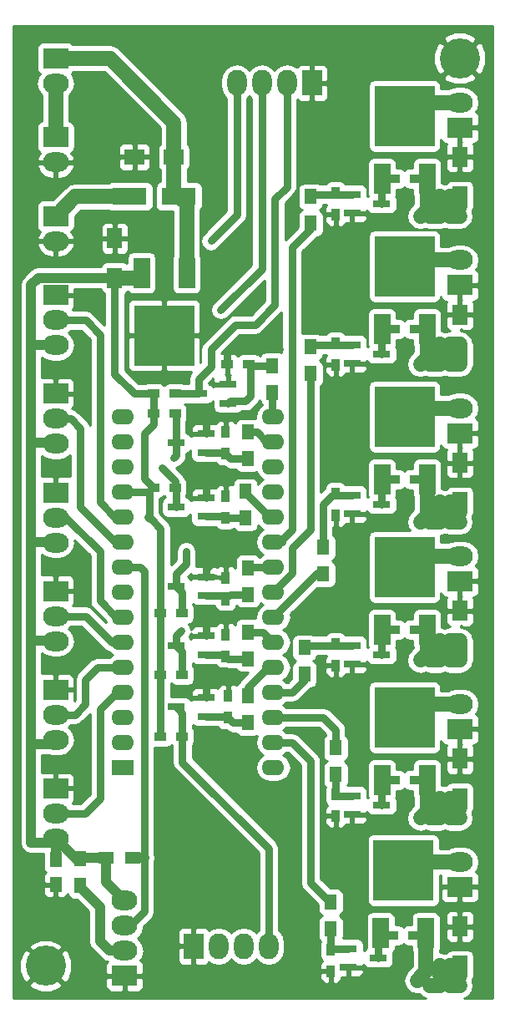
<source format=gbr>
G04 #@! TF.FileFunction,Copper,L1,Top,Signal*
%FSLAX46Y46*%
G04 Gerber Fmt 4.6, Leading zero omitted, Abs format (unit mm)*
G04 Created by KiCad (PCBNEW 4.0.1-stable) date 03/04/2016 13:28:13*
%MOMM*%
G01*
G04 APERTURE LIST*
%ADD10C,0.100000*%
%ADD11R,2.286000X1.574800*%
%ADD12O,2.286000X1.574800*%
%ADD13R,2.600000X2.000000*%
%ADD14O,2.600000X2.000000*%
%ADD15R,2.000000X1.600000*%
%ADD16R,1.600000X2.000000*%
%ADD17R,1.250000X1.500000*%
%ADD18R,1.800860X0.800100*%
%ADD19R,1.651000X3.048000*%
%ADD20R,6.096000X6.096000*%
%ADD21R,3.500120X1.800860*%
%ADD22R,1.300000X1.500000*%
%ADD23R,0.900000X1.200000*%
%ADD24R,1.200000X0.900000*%
%ADD25R,1.500000X1.300000*%
%ADD26R,2.000000X2.600000*%
%ADD27O,2.000000X2.600000*%
%ADD28C,4.064000*%
%ADD29C,0.600000*%
%ADD30C,1.500000*%
%ADD31C,0.250000*%
%ADD32C,0.800000*%
%ADD33C,1.000000*%
%ADD34C,0.254000*%
G04 APERTURE END LIST*
D10*
D11*
X123825000Y-135890000D03*
D12*
X123825000Y-133350000D03*
X123825000Y-130810000D03*
X123825000Y-128270000D03*
X123825000Y-125730000D03*
X123825000Y-123190000D03*
X123825000Y-120650000D03*
X123825000Y-118110000D03*
X123825000Y-115570000D03*
X123825000Y-113030000D03*
X123825000Y-110490000D03*
X123825000Y-107950000D03*
X123825000Y-105410000D03*
X123825000Y-102870000D03*
X123825000Y-100330000D03*
X139065000Y-100330000D03*
X139065000Y-102870000D03*
X139065000Y-105410000D03*
X139065000Y-107950000D03*
X139065000Y-110490000D03*
X139065000Y-113030000D03*
X139065000Y-115570000D03*
X139065000Y-118110000D03*
X139065000Y-120650000D03*
X139065000Y-123190000D03*
X139065000Y-125730000D03*
X139065000Y-128270000D03*
X139065000Y-130810000D03*
X139065000Y-133350000D03*
X139065000Y-135890000D03*
D13*
X117000000Y-64000000D03*
D14*
X117000000Y-66540000D03*
D15*
X129000000Y-74000000D03*
X125000000Y-74000000D03*
D16*
X123000000Y-86250000D03*
X123000000Y-82250000D03*
D17*
X117000000Y-145250000D03*
X117000000Y-147750000D03*
D18*
X146707860Y-154244000D03*
X146707860Y-156144000D03*
X149710140Y-155194000D03*
D19*
X149987000Y-152654000D03*
D20*
X152273000Y-146304000D03*
D19*
X154559000Y-152654000D03*
D18*
X147088860Y-138750000D03*
X147088860Y-140650000D03*
X150091140Y-139700000D03*
D19*
X150114000Y-137160000D03*
D20*
X152400000Y-130810000D03*
D19*
X154686000Y-137160000D03*
D18*
X147088860Y-123510000D03*
X147088860Y-125410000D03*
X150091140Y-124460000D03*
D19*
X150114000Y-121920000D03*
D20*
X152400000Y-115570000D03*
D19*
X154686000Y-121920000D03*
D18*
X147088860Y-108270000D03*
X147088860Y-110170000D03*
X150091140Y-109220000D03*
D19*
X150114000Y-106680000D03*
D20*
X152400000Y-100330000D03*
D19*
X154686000Y-106680000D03*
D18*
X147088860Y-93030000D03*
X147088860Y-94930000D03*
X150091140Y-93980000D03*
D19*
X150114000Y-91440000D03*
D20*
X152400000Y-85090000D03*
D19*
X154686000Y-91440000D03*
D18*
X147088860Y-77790000D03*
X147088860Y-79690000D03*
X150091140Y-78740000D03*
D19*
X150114000Y-76200000D03*
D20*
X152400000Y-69850000D03*
D19*
X154686000Y-76200000D03*
X130286000Y-85750000D03*
D20*
X128000000Y-92100000D03*
D19*
X125714000Y-85750000D03*
D21*
X129499360Y-78000000D03*
X124500640Y-78000000D03*
D13*
X117000000Y-80000000D03*
D14*
X117000000Y-82540000D03*
D13*
X117000000Y-138000000D03*
D14*
X117000000Y-140540000D03*
X117000000Y-143080000D03*
D13*
X117000000Y-128000000D03*
D14*
X117000000Y-130540000D03*
X117000000Y-133080000D03*
D13*
X117000000Y-118000000D03*
D14*
X117000000Y-120540000D03*
X117000000Y-123080000D03*
D13*
X117000000Y-108000000D03*
D14*
X117000000Y-110540000D03*
X117000000Y-113080000D03*
D13*
X117000000Y-98000000D03*
D14*
X117000000Y-100540000D03*
X117000000Y-103080000D03*
D13*
X117000000Y-88000000D03*
D14*
X117000000Y-90540000D03*
X117000000Y-93080000D03*
D13*
X124000000Y-157000000D03*
D14*
X124000000Y-154460000D03*
X124000000Y-151920000D03*
X124000000Y-149380000D03*
D13*
X117000000Y-72000000D03*
D14*
X117000000Y-74540000D03*
D13*
X158000000Y-148000000D03*
D14*
X158000000Y-145460000D03*
D13*
X158000000Y-132000000D03*
D14*
X158000000Y-129460000D03*
D13*
X158000000Y-117000000D03*
D14*
X158000000Y-114460000D03*
D13*
X158000000Y-102000000D03*
D14*
X158000000Y-99460000D03*
D13*
X158000000Y-87000000D03*
D14*
X158000000Y-84460000D03*
D13*
X158000000Y-71000000D03*
D14*
X158000000Y-68460000D03*
D22*
X145415000Y-136605000D03*
X145415000Y-133905000D03*
D23*
X145415000Y-138600000D03*
X145415000Y-140800000D03*
D24*
X153500000Y-137160000D03*
X151300000Y-137160000D03*
D22*
X142240000Y-123745000D03*
X142240000Y-126445000D03*
D23*
X145415000Y-123360000D03*
X145415000Y-125560000D03*
D24*
X153500000Y-121920000D03*
X151300000Y-121920000D03*
D22*
X144145000Y-113585000D03*
X144145000Y-116285000D03*
D23*
X145415000Y-108120000D03*
X145415000Y-110320000D03*
D24*
X153500000Y-106680000D03*
X151300000Y-106680000D03*
D22*
X142875000Y-93265000D03*
X142875000Y-95965000D03*
D23*
X145415000Y-92880000D03*
X145415000Y-95080000D03*
D24*
X153500000Y-91440000D03*
X151300000Y-91440000D03*
D22*
X142875000Y-78025000D03*
X142875000Y-80725000D03*
D23*
X145415000Y-77640000D03*
X145415000Y-79840000D03*
D24*
X153500000Y-76200000D03*
X151300000Y-76200000D03*
D22*
X119500000Y-147850000D03*
X119500000Y-145150000D03*
D25*
X124850000Y-145000000D03*
X122150000Y-145000000D03*
D22*
X144907000Y-152226000D03*
X144907000Y-149526000D03*
D23*
X144907000Y-154348000D03*
X144907000Y-156548000D03*
D24*
X153373000Y-152908000D03*
X151173000Y-152908000D03*
D26*
X131000000Y-154000000D03*
D27*
X133540000Y-154000000D03*
X136080000Y-154000000D03*
X138620000Y-154000000D03*
D26*
X143000000Y-66500000D03*
D27*
X140460000Y-66500000D03*
X137920000Y-66500000D03*
X135380000Y-66500000D03*
D18*
X132251140Y-130700000D03*
X132251140Y-128800000D03*
X129248860Y-129750000D03*
X132251140Y-124450000D03*
X132251140Y-122550000D03*
X129248860Y-123500000D03*
X132251140Y-118450000D03*
X132251140Y-116550000D03*
X129248860Y-117500000D03*
X132251140Y-110450000D03*
X132251140Y-108550000D03*
X129248860Y-109500000D03*
X132251140Y-103950000D03*
X132251140Y-102050000D03*
X129248860Y-103000000D03*
X134501140Y-98950000D03*
X134501140Y-97050000D03*
X131498860Y-98000000D03*
D23*
X134500000Y-130850000D03*
X134500000Y-128650000D03*
X134250000Y-124600000D03*
X134250000Y-122400000D03*
X134250000Y-118850000D03*
X134250000Y-116650000D03*
X134250000Y-110600000D03*
X134250000Y-108400000D03*
X134250000Y-104100000D03*
X134250000Y-101900000D03*
D24*
X136600000Y-95000000D03*
X134400000Y-95000000D03*
D22*
X136500000Y-131350000D03*
X136500000Y-128650000D03*
X136500000Y-124850000D03*
X136500000Y-122150000D03*
X136500000Y-118350000D03*
X136500000Y-115650000D03*
X136250000Y-110600000D03*
X136250000Y-107900000D03*
X136500000Y-104600000D03*
X136500000Y-101900000D03*
X139000000Y-95150000D03*
X139000000Y-97850000D03*
D24*
X127650000Y-132750000D03*
X129850000Y-132750000D03*
X127650000Y-126500000D03*
X129850000Y-126500000D03*
X127650000Y-120250000D03*
X129850000Y-120250000D03*
X126900000Y-107500000D03*
X129100000Y-107500000D03*
X126900000Y-100000000D03*
X129100000Y-100000000D03*
X126900000Y-98000000D03*
X129100000Y-98000000D03*
D28*
X158000000Y-64000000D03*
X116000000Y-156000000D03*
D16*
X158000000Y-74000000D03*
X158000000Y-78000000D03*
X158000000Y-135000000D03*
X158000000Y-139000000D03*
X158000000Y-120000000D03*
X158000000Y-124000000D03*
X158000000Y-90000000D03*
X158000000Y-94000000D03*
X158000000Y-105000000D03*
X158000000Y-109000000D03*
X158000000Y-152000000D03*
X158000000Y-156000000D03*
D29*
X147000000Y-153000000D03*
X148000000Y-153000000D03*
X147500000Y-149000000D03*
X147500000Y-147500000D03*
X147500000Y-137000000D03*
X147500000Y-134000000D03*
X147500000Y-133000000D03*
X147500000Y-132000000D03*
X146500000Y-121500000D03*
X145000000Y-121500000D03*
X145000000Y-120000000D03*
X145000000Y-118500000D03*
X146000000Y-117000000D03*
X147500000Y-117000000D03*
X144500000Y-105000000D03*
X144500000Y-103500000D03*
X144500000Y-102000000D03*
X146000000Y-102000000D03*
X147500000Y-102000000D03*
X143000000Y-75500000D03*
X143000000Y-74000000D03*
X143000000Y-72500000D03*
X143000000Y-71000000D03*
X144500000Y-71000000D03*
X146000000Y-71000000D03*
X147500000Y-71000000D03*
X144500000Y-90500000D03*
X144500000Y-89000000D03*
X144500000Y-87500000D03*
X144500000Y-86000000D03*
X146000000Y-86000000D03*
X147500000Y-86000000D03*
X131000000Y-107250000D03*
X131000000Y-106000000D03*
X132250000Y-106000000D03*
X132250000Y-107250000D03*
X131000000Y-100750000D03*
X131000000Y-99500000D03*
X132250000Y-99500000D03*
X132250000Y-100750000D03*
X139750000Y-93500000D03*
X138500000Y-93500000D03*
X137250000Y-93500000D03*
X136000000Y-93500000D03*
X134750000Y-93500000D03*
X133500000Y-126500000D03*
X132250000Y-126500000D03*
X132250000Y-127500000D03*
X133000000Y-115000000D03*
X133000000Y-113750000D03*
X131750000Y-113750000D03*
X133250000Y-120500000D03*
X132250000Y-120500000D03*
X132250000Y-121500000D03*
X130250000Y-114000000D03*
X129750000Y-122000000D03*
X129000000Y-104500000D03*
X133750000Y-89500000D03*
X132750000Y-82500000D03*
X127750000Y-105500000D03*
X158000000Y-93000000D03*
X157000000Y-93000000D03*
X156000000Y-93000000D03*
X156000000Y-94000000D03*
X157000000Y-94000000D03*
X158000000Y-94000000D03*
X158000000Y-95000000D03*
X157000000Y-95000000D03*
X156000000Y-95000000D03*
X155000000Y-95000000D03*
X154000000Y-95000000D03*
X158000000Y-78000000D03*
X157000000Y-78000000D03*
X156000000Y-78000000D03*
X156000000Y-79000000D03*
X157000000Y-79000000D03*
X158000000Y-79000000D03*
X158000000Y-80000000D03*
X157000000Y-80000000D03*
X156000000Y-80000000D03*
X155000000Y-80000000D03*
X154000000Y-80000000D03*
X158000000Y-156000000D03*
X157000000Y-156000000D03*
X156000000Y-156000000D03*
X156000000Y-157000000D03*
X157000000Y-157000000D03*
X158000000Y-157000000D03*
X158000000Y-158000000D03*
X157000000Y-158000000D03*
X156000000Y-158000000D03*
X155000000Y-158000000D03*
X158000000Y-139000000D03*
X157000000Y-139000000D03*
X156000000Y-139000000D03*
X156000000Y-140000000D03*
X157000000Y-140000000D03*
X158000000Y-140000000D03*
X158000000Y-141000000D03*
X157000000Y-141000000D03*
X156000000Y-141000000D03*
X155000000Y-141000000D03*
X154000000Y-141000000D03*
X158000000Y-123000000D03*
X157000000Y-123000000D03*
X156000000Y-123000000D03*
X156000000Y-124000000D03*
X157000000Y-124000000D03*
X158000000Y-124000000D03*
X158000000Y-125000000D03*
X157000000Y-125000000D03*
X156000000Y-125000000D03*
X155000000Y-125000000D03*
X158000000Y-109000000D03*
X157000000Y-109000000D03*
X156000000Y-109000000D03*
X156000000Y-110000000D03*
X157000000Y-110000000D03*
X158000000Y-110000000D03*
X158000000Y-111000000D03*
X157000000Y-111000000D03*
X156000000Y-111000000D03*
X155000000Y-111000000D03*
X154000000Y-111000000D03*
X154000000Y-125000000D03*
X153670000Y-157480000D03*
D30*
X117000000Y-64000000D02*
X122500000Y-64000000D01*
X129000000Y-70500000D02*
X129000000Y-74000000D01*
X122500000Y-64000000D02*
X129000000Y-70500000D01*
X129000000Y-74000000D02*
X129000000Y-77500640D01*
X129000000Y-77500640D02*
X129499360Y-78000000D01*
X129000000Y-77500640D02*
X129499360Y-78000000D01*
X130286000Y-85750000D02*
X130286000Y-78786640D01*
X130286000Y-78786640D02*
X129000000Y-77500640D01*
D31*
X148000000Y-153000000D02*
X147000000Y-153000000D01*
X147500000Y-147500000D02*
X147500000Y-149000000D01*
X147500000Y-134000000D02*
X147500000Y-137000000D01*
X147500000Y-132000000D02*
X147500000Y-133000000D01*
X145000000Y-121500000D02*
X146500000Y-121500000D01*
X145000000Y-118500000D02*
X145000000Y-120000000D01*
X147500000Y-117000000D02*
X146000000Y-117000000D01*
X147500000Y-99500000D02*
X147500000Y-102000000D01*
X144500000Y-103500000D02*
X144500000Y-105000000D01*
X146000000Y-102000000D02*
X144500000Y-102000000D01*
X143000000Y-72500000D02*
X143000000Y-74000000D01*
X144500000Y-71000000D02*
X143000000Y-71000000D01*
X147500000Y-71000000D02*
X146000000Y-71000000D01*
X144500000Y-89000000D02*
X144500000Y-90500000D01*
X144500000Y-86000000D02*
X144500000Y-87500000D01*
X147500000Y-86000000D02*
X146000000Y-86000000D01*
D32*
X132251140Y-108550000D02*
X132251140Y-107251140D01*
X132250000Y-106000000D02*
X131000000Y-106000000D01*
X132251140Y-107251140D02*
X132250000Y-107250000D01*
X132251140Y-102050000D02*
X132251140Y-100751140D01*
X132250000Y-99500000D02*
X131000000Y-99500000D01*
X132251140Y-100751140D02*
X132250000Y-100750000D01*
X134400000Y-95000000D02*
X134400000Y-93850000D01*
X138500000Y-93500000D02*
X139750000Y-93500000D01*
X136000000Y-93500000D02*
X137250000Y-93500000D01*
X134400000Y-93850000D02*
X134750000Y-93500000D01*
X132251140Y-128800000D02*
X132251140Y-127501140D01*
X132250000Y-126500000D02*
X133500000Y-126500000D01*
X132251140Y-127501140D02*
X132250000Y-127500000D01*
X132251140Y-122550000D02*
X132251140Y-121501140D01*
X132251140Y-115748860D02*
X132251140Y-116550000D01*
X133000000Y-115000000D02*
X132251140Y-115748860D01*
X131750000Y-113750000D02*
X133000000Y-113750000D01*
X132250000Y-120500000D02*
X133250000Y-120500000D01*
X132251140Y-121501140D02*
X132250000Y-121500000D01*
D30*
X158000000Y-145460000D02*
X153117000Y-145460000D01*
X153117000Y-145460000D02*
X152273000Y-146304000D01*
X152527000Y-146050000D02*
X152273000Y-146304000D01*
X152527000Y-146050000D02*
X152273000Y-146304000D01*
X158000000Y-129460000D02*
X153750000Y-129460000D01*
X153750000Y-129460000D02*
X152400000Y-130810000D01*
X152750000Y-130460000D02*
X152400000Y-130810000D01*
X158000000Y-114460000D02*
X153510000Y-114460000D01*
X153510000Y-114460000D02*
X152400000Y-115570000D01*
X158000000Y-99460000D02*
X153270000Y-99460000D01*
X153270000Y-99460000D02*
X152400000Y-100330000D01*
X158000000Y-84460000D02*
X153030000Y-84460000D01*
X153030000Y-84460000D02*
X152400000Y-85090000D01*
X158000000Y-68460000D02*
X153790000Y-68460000D01*
X153790000Y-68460000D02*
X152400000Y-69850000D01*
X124500640Y-78000000D02*
X119000000Y-78000000D01*
X119000000Y-78000000D02*
X117000000Y-80000000D01*
D33*
X122150000Y-145000000D02*
X122150000Y-147530000D01*
X122150000Y-147530000D02*
X124000000Y-149380000D01*
X117000000Y-143080000D02*
X117000000Y-145250000D01*
X122150000Y-145000000D02*
X119650000Y-145000000D01*
X119650000Y-145000000D02*
X119400000Y-145250000D01*
X119400000Y-145250000D02*
X119170000Y-145250000D01*
X119170000Y-145250000D02*
X117000000Y-143080000D01*
D32*
X126500000Y-110650000D02*
X126650000Y-110650000D01*
X127650000Y-111650000D02*
X127650000Y-120250000D01*
X126650000Y-110650000D02*
X127650000Y-111650000D01*
D33*
X114500000Y-143500000D02*
X116580000Y-143500000D01*
X116580000Y-143500000D02*
X117000000Y-143080000D01*
X114500000Y-133500000D02*
X116580000Y-133500000D01*
X116580000Y-133500000D02*
X117000000Y-133080000D01*
X114500000Y-123000000D02*
X116920000Y-123000000D01*
X116920000Y-123000000D02*
X117000000Y-123080000D01*
X114500000Y-113000000D02*
X116920000Y-113000000D01*
X116920000Y-113000000D02*
X117000000Y-113080000D01*
X114500000Y-103000000D02*
X116920000Y-103000000D01*
X116920000Y-103000000D02*
X117000000Y-103080000D01*
X117000000Y-93080000D02*
X114500000Y-93080000D01*
X114500000Y-93080000D02*
X114500000Y-93000000D01*
X123000000Y-86250000D02*
X115250000Y-86250000D01*
X114500000Y-87000000D02*
X114500000Y-93000000D01*
X114500000Y-93000000D02*
X114500000Y-103000000D01*
X114500000Y-103000000D02*
X114500000Y-113000000D01*
X114500000Y-113000000D02*
X114500000Y-123000000D01*
X114500000Y-123000000D02*
X114500000Y-133500000D01*
X114500000Y-133500000D02*
X114500000Y-143500000D01*
X115250000Y-86250000D02*
X114500000Y-87000000D01*
D32*
X126900000Y-98000000D02*
X125000000Y-98000000D01*
X123000000Y-96000000D02*
X123000000Y-86250000D01*
X125000000Y-98000000D02*
X123000000Y-96000000D01*
D30*
X123000000Y-86250000D02*
X125214000Y-86250000D01*
X125214000Y-86250000D02*
X125714000Y-85750000D01*
D32*
X126900000Y-98000000D02*
X126900000Y-100000000D01*
X126900000Y-100000000D02*
X126900000Y-99900000D01*
X126900000Y-100000000D02*
X126900000Y-101100000D01*
X126000000Y-106600000D02*
X126900000Y-107500000D01*
X126000000Y-102000000D02*
X126000000Y-106600000D01*
X126900000Y-101100000D02*
X126000000Y-102000000D01*
X126500000Y-110650000D02*
X126500000Y-107900000D01*
X126500000Y-107900000D02*
X126450000Y-107950000D01*
X126450000Y-107950000D02*
X123825000Y-107950000D01*
X127650000Y-132750000D02*
X127650000Y-126500000D01*
X127650000Y-126500000D02*
X127650000Y-120250000D01*
X127650000Y-120250000D02*
X127500000Y-120100000D01*
X126385000Y-110535000D02*
X126500000Y-110650000D01*
D33*
X126000000Y-145000000D02*
X124850000Y-145000000D01*
D32*
X126000000Y-150500000D02*
X124580000Y-151920000D01*
X124580000Y-151920000D02*
X124000000Y-151920000D01*
X124000000Y-151920000D02*
X124580000Y-151920000D01*
X124580000Y-151920000D02*
X126000000Y-150500000D01*
X126000000Y-150500000D02*
X126000000Y-145000000D01*
X126000000Y-145000000D02*
X126000000Y-116000000D01*
X126000000Y-116000000D02*
X125570000Y-115570000D01*
X125570000Y-115570000D02*
X123825000Y-115570000D01*
X146707860Y-154244000D02*
X145161000Y-154244000D01*
X145161000Y-154244000D02*
X144907000Y-154498000D01*
X144907000Y-152126000D02*
X144907000Y-154498000D01*
X147088860Y-138750000D02*
X145415000Y-138750000D01*
X145415000Y-136505000D02*
X145415000Y-138750000D01*
X147088860Y-123510000D02*
X145415000Y-123510000D01*
X145415000Y-123510000D02*
X142575000Y-123510000D01*
X142575000Y-123510000D02*
X142240000Y-123845000D01*
X144145000Y-113685000D02*
X144145000Y-109220000D01*
X144145000Y-109220000D02*
X145095000Y-108270000D01*
X145095000Y-108270000D02*
X145415000Y-108270000D01*
X147088860Y-108270000D02*
X145415000Y-108270000D01*
X147088860Y-93030000D02*
X145415000Y-93030000D01*
X145415000Y-93030000D02*
X143210000Y-93030000D01*
X143210000Y-93030000D02*
X142875000Y-93365000D01*
X150091140Y-93980000D02*
X150091140Y-91462860D01*
X150091140Y-91462860D02*
X150114000Y-91440000D01*
X151450000Y-91440000D02*
X150114000Y-91440000D01*
X147088860Y-77790000D02*
X145415000Y-77790000D01*
X145415000Y-77790000D02*
X143210000Y-77790000D01*
X143210000Y-77790000D02*
X142875000Y-78125000D01*
X139065000Y-133350000D02*
X140970000Y-133350000D01*
X142875000Y-147594000D02*
X144907000Y-149626000D01*
X142875000Y-135255000D02*
X142875000Y-147594000D01*
X140970000Y-133350000D02*
X142875000Y-135255000D01*
X139065000Y-130810000D02*
X144145000Y-130810000D01*
X145415000Y-132080000D02*
X145415000Y-134005000D01*
X144145000Y-130810000D02*
X145415000Y-132080000D01*
X142240000Y-126345000D02*
X142240000Y-127000000D01*
X142240000Y-127000000D02*
X140970000Y-128270000D01*
X140970000Y-128270000D02*
X139065000Y-128270000D01*
X144145000Y-116185000D02*
X143530000Y-116185000D01*
X143530000Y-116185000D02*
X139065000Y-120650000D01*
X142875000Y-95865000D02*
X142875000Y-111760000D01*
X140970000Y-116205000D02*
X139065000Y-118110000D01*
X140970000Y-113665000D02*
X140970000Y-116205000D01*
X142875000Y-111760000D02*
X140970000Y-113665000D01*
X139065000Y-118110000D02*
X139446000Y-118110000D01*
X142875000Y-80625000D02*
X142875000Y-81280000D01*
X142875000Y-81280000D02*
X140970000Y-83185000D01*
X140970000Y-83185000D02*
X140970000Y-99060000D01*
X140970000Y-99060000D02*
X140970000Y-111760000D01*
X140970000Y-111760000D02*
X139700000Y-113030000D01*
X139700000Y-113030000D02*
X139065000Y-113030000D01*
X139954000Y-113030000D02*
X139065000Y-113030000D01*
X151323000Y-152908000D02*
X150241000Y-152908000D01*
X150241000Y-152908000D02*
X149987000Y-152654000D01*
X149710140Y-155194000D02*
X149710140Y-152930860D01*
X149710140Y-152930860D02*
X149987000Y-152654000D01*
X151450000Y-137160000D02*
X150114000Y-137160000D01*
X150091140Y-139700000D02*
X150091140Y-137182860D01*
X150091140Y-137182860D02*
X150114000Y-137160000D01*
X151450000Y-121920000D02*
X150114000Y-121920000D01*
X150091140Y-124460000D02*
X150091140Y-121942860D01*
X150091140Y-121942860D02*
X150114000Y-121920000D01*
X150091140Y-109220000D02*
X150091140Y-106702860D01*
X150091140Y-106702860D02*
X150114000Y-106680000D01*
X151450000Y-106680000D02*
X150114000Y-106680000D01*
X151450000Y-76200000D02*
X150114000Y-76200000D01*
X150091140Y-78740000D02*
X150091140Y-76222860D01*
X150091140Y-76222860D02*
X150114000Y-76200000D01*
X129248860Y-117500000D02*
X129248860Y-116251140D01*
X130250000Y-115250000D02*
X130250000Y-114000000D01*
X129248860Y-116251140D02*
X130250000Y-115250000D01*
X129850000Y-120250000D02*
X129850000Y-118101140D01*
X129850000Y-118101140D02*
X129248860Y-117500000D01*
X129248860Y-122501140D02*
X129248860Y-123500000D01*
X129750000Y-122000000D02*
X129248860Y-122501140D01*
X129850000Y-126500000D02*
X129850000Y-124101140D01*
X129850000Y-124101140D02*
X129248860Y-123500000D01*
X138620000Y-154000000D02*
X138620000Y-144120000D01*
X129850000Y-135350000D02*
X129850000Y-132750000D01*
X138620000Y-144120000D02*
X129850000Y-135350000D01*
X129850000Y-132750000D02*
X129850000Y-130351140D01*
X129850000Y-130351140D02*
X129248860Y-129750000D01*
X131498860Y-98000000D02*
X131498860Y-96501140D01*
X140460000Y-77040000D02*
X140460000Y-66500000D01*
X139250000Y-78250000D02*
X140460000Y-77040000D01*
X139250000Y-89000000D02*
X139250000Y-78250000D01*
X137250000Y-91000000D02*
X139250000Y-89000000D01*
X135250000Y-91000000D02*
X137250000Y-91000000D01*
X132750000Y-93500000D02*
X135250000Y-91000000D01*
X132750000Y-95250000D02*
X132750000Y-93500000D01*
X131498860Y-96501140D02*
X132750000Y-95250000D01*
X131498860Y-98000000D02*
X129100000Y-98000000D01*
X137920000Y-66500000D02*
X137920000Y-85330000D01*
X129248860Y-104251140D02*
X129248860Y-103000000D01*
X129000000Y-104500000D02*
X129248860Y-104251140D01*
X137920000Y-85330000D02*
X133750000Y-89500000D01*
X129248860Y-103000000D02*
X129248860Y-100148860D01*
X129248860Y-100148860D02*
X129100000Y-100000000D01*
X129100000Y-107500000D02*
X129100000Y-106850000D01*
X135380000Y-79870000D02*
X135380000Y-66500000D01*
X132750000Y-82500000D02*
X135380000Y-79870000D01*
X129100000Y-106850000D02*
X127750000Y-105500000D01*
X129248860Y-109500000D02*
X129248860Y-107648860D01*
X129248860Y-107648860D02*
X129100000Y-107500000D01*
X136500000Y-131350000D02*
X135000000Y-131350000D01*
X135000000Y-131350000D02*
X134350000Y-130700000D01*
X134350000Y-130700000D02*
X132251140Y-130700000D01*
X136500000Y-124850000D02*
X134500000Y-124850000D01*
X134500000Y-124850000D02*
X134100000Y-124450000D01*
X134100000Y-124450000D02*
X132251140Y-124450000D01*
X136500000Y-118350000D02*
X134750000Y-118350000D01*
X134750000Y-118350000D02*
X134650000Y-118450000D01*
X134650000Y-118450000D02*
X132251140Y-118450000D01*
X136250000Y-110600000D02*
X134250000Y-110600000D01*
X134250000Y-110600000D02*
X134100000Y-110450000D01*
X134100000Y-110450000D02*
X132251140Y-110450000D01*
X136500000Y-104600000D02*
X134750000Y-104600000D01*
X134750000Y-104600000D02*
X134100000Y-103950000D01*
X134100000Y-103950000D02*
X132251140Y-103950000D01*
X139000000Y-95150000D02*
X136750000Y-95150000D01*
X136750000Y-95150000D02*
X136750000Y-98250000D01*
X136750000Y-98250000D02*
X136250000Y-98750000D01*
X136250000Y-98750000D02*
X134701140Y-98750000D01*
X134701140Y-98750000D02*
X134501140Y-98950000D01*
X139065000Y-125730000D02*
X138520000Y-125730000D01*
X138520000Y-125730000D02*
X136500000Y-127750000D01*
X136500000Y-127750000D02*
X136500000Y-128650000D01*
X139065000Y-125730000D02*
X138770000Y-125730000D01*
X136500000Y-122150000D02*
X138025000Y-122150000D01*
X138025000Y-122150000D02*
X139065000Y-123190000D01*
X139065000Y-115570000D02*
X136580000Y-115570000D01*
X136580000Y-115570000D02*
X136500000Y-115650000D01*
X139065000Y-110490000D02*
X138740000Y-110490000D01*
X138740000Y-110490000D02*
X136250000Y-108000000D01*
X136250000Y-108000000D02*
X136250000Y-107900000D01*
X136500000Y-101900000D02*
X137400000Y-101900000D01*
X137400000Y-101900000D02*
X138370000Y-102870000D01*
X138370000Y-102870000D02*
X139065000Y-102870000D01*
X139000000Y-97850000D02*
X139000000Y-100265000D01*
X139000000Y-100265000D02*
X139065000Y-100330000D01*
X139065000Y-97915000D02*
X139000000Y-97850000D01*
D30*
X157000000Y-93000000D02*
X158000000Y-93000000D01*
X156000000Y-94000000D02*
X156000000Y-93000000D01*
X158000000Y-94000000D02*
X157000000Y-94000000D01*
X157000000Y-95000000D02*
X158000000Y-95000000D01*
X155000000Y-95000000D02*
X156000000Y-95000000D01*
D33*
X157500000Y-79500000D02*
X156500000Y-79500000D01*
X156500000Y-79500000D02*
X154686000Y-77686000D01*
X154686000Y-77686000D02*
X154686000Y-76200000D01*
D30*
X157000000Y-78000000D02*
X158000000Y-78000000D01*
X156000000Y-79000000D02*
X156000000Y-78000000D01*
X158000000Y-79000000D02*
X157000000Y-79000000D01*
X157000000Y-80000000D02*
X158000000Y-80000000D01*
X155000000Y-80000000D02*
X156000000Y-80000000D01*
X117000000Y-66540000D02*
X117000000Y-72000000D01*
X157000000Y-156000000D02*
X158000000Y-156000000D01*
X156000000Y-157000000D02*
X156000000Y-156000000D01*
X158000000Y-157000000D02*
X157000000Y-157000000D01*
X157000000Y-158000000D02*
X158000000Y-158000000D01*
X155000000Y-158000000D02*
X156000000Y-158000000D01*
X157000000Y-139000000D02*
X158000000Y-139000000D01*
X156000000Y-140000000D02*
X156000000Y-139000000D01*
X158000000Y-140000000D02*
X157000000Y-140000000D01*
X157000000Y-141000000D02*
X158000000Y-141000000D01*
X155000000Y-141000000D02*
X156000000Y-141000000D01*
X154686000Y-137160000D02*
X154686000Y-140314000D01*
X154686000Y-140314000D02*
X154000000Y-141000000D01*
X157000000Y-123000000D02*
X158000000Y-123000000D01*
X156000000Y-124000000D02*
X156000000Y-123000000D01*
X158000000Y-124000000D02*
X157000000Y-124000000D01*
X157000000Y-125000000D02*
X158000000Y-125000000D01*
X155000000Y-125000000D02*
X156000000Y-125000000D01*
X157000000Y-109000000D02*
X158000000Y-109000000D01*
X156000000Y-110000000D02*
X156000000Y-109000000D01*
X158000000Y-110000000D02*
X157000000Y-110000000D01*
X157000000Y-111000000D02*
X158000000Y-111000000D01*
X155000000Y-111000000D02*
X156000000Y-111000000D01*
X154686000Y-106680000D02*
X154686000Y-110314000D01*
X154686000Y-110314000D02*
X154000000Y-111000000D01*
X154686000Y-121920000D02*
X154686000Y-124314000D01*
X154686000Y-124314000D02*
X154000000Y-125000000D01*
X154559000Y-156591000D02*
X154559000Y-152654000D01*
X153670000Y-157480000D02*
X154559000Y-156591000D01*
X154686000Y-91440000D02*
X154686000Y-94314000D01*
X154686000Y-94314000D02*
X154000000Y-95000000D01*
X154686000Y-76200000D02*
X154686000Y-79314000D01*
X154686000Y-79314000D02*
X154000000Y-80000000D01*
D32*
X153223000Y-152908000D02*
X154305000Y-152908000D01*
X154305000Y-152908000D02*
X154559000Y-152654000D01*
X153350000Y-137160000D02*
X154686000Y-137160000D01*
X153350000Y-121920000D02*
X154686000Y-121920000D01*
X153350000Y-106680000D02*
X154686000Y-106680000D01*
X153350000Y-91440000D02*
X154686000Y-91440000D01*
X153350000Y-76200000D02*
X154686000Y-76200000D01*
X123825000Y-128270000D02*
X123230000Y-128270000D01*
X123230000Y-128270000D02*
X121500000Y-130000000D01*
X119960000Y-140540000D02*
X117000000Y-140540000D01*
X121500000Y-139000000D02*
X119960000Y-140540000D01*
X121500000Y-130000000D02*
X121500000Y-139000000D01*
X123825000Y-125730000D02*
X121270000Y-125730000D01*
X118960000Y-130540000D02*
X117000000Y-130540000D01*
X120000000Y-129500000D02*
X118960000Y-130540000D01*
X120000000Y-127000000D02*
X120000000Y-129500000D01*
X121270000Y-125730000D02*
X120000000Y-127000000D01*
X123825000Y-123190000D02*
X122690000Y-123190000D01*
X122690000Y-123190000D02*
X120040000Y-120540000D01*
X120040000Y-120540000D02*
X117000000Y-120540000D01*
X123715000Y-123080000D02*
X123825000Y-123190000D01*
X123825000Y-120650000D02*
X123150000Y-120650000D01*
X123150000Y-120650000D02*
X121500000Y-119000000D01*
X121500000Y-119000000D02*
X121500000Y-114000000D01*
X121500000Y-114000000D02*
X118040000Y-110540000D01*
X118040000Y-110540000D02*
X117000000Y-110540000D01*
X123825000Y-113030000D02*
X123030000Y-113030000D01*
X123030000Y-113030000D02*
X119500000Y-109500000D01*
X118540000Y-100540000D02*
X117000000Y-100540000D01*
X119500000Y-101500000D02*
X118540000Y-100540000D01*
X119500000Y-109500000D02*
X119500000Y-101500000D01*
X123795000Y-113000000D02*
X123825000Y-113030000D01*
X123190000Y-113030000D02*
X123825000Y-113030000D01*
X123825000Y-110490000D02*
X122990000Y-110490000D01*
X122990000Y-110490000D02*
X121500000Y-109000000D01*
X120040000Y-90540000D02*
X117000000Y-90540000D01*
X121500000Y-92000000D02*
X120040000Y-90540000D01*
X121500000Y-109000000D02*
X121500000Y-92000000D01*
X123825000Y-110490000D02*
X123190000Y-110490000D01*
D33*
X119500000Y-147850000D02*
X119500000Y-148000000D01*
X119500000Y-148000000D02*
X121500000Y-150000000D01*
X121500000Y-150000000D02*
X121500000Y-153500000D01*
X121500000Y-153500000D02*
X122460000Y-154460000D01*
X122460000Y-154460000D02*
X124000000Y-154460000D01*
D32*
X122960000Y-154460000D02*
X124000000Y-154460000D01*
D34*
G36*
X161290000Y-159290000D02*
X158477597Y-159290000D01*
X158530017Y-159279573D01*
X158979343Y-158979343D01*
X159279573Y-158530017D01*
X159385000Y-158000000D01*
X159285544Y-157500000D01*
X159309625Y-157378935D01*
X159396431Y-157251890D01*
X159447440Y-157000000D01*
X159447440Y-155000000D01*
X159403162Y-154764683D01*
X159264090Y-154548559D01*
X159051890Y-154403569D01*
X158800000Y-154352560D01*
X157200000Y-154352560D01*
X156964683Y-154396838D01*
X156748559Y-154535910D01*
X156646471Y-154685321D01*
X156500000Y-154714456D01*
X156000000Y-154615000D01*
X155944000Y-154626139D01*
X155944000Y-154483940D01*
X155980931Y-154429890D01*
X156031940Y-154178000D01*
X156031940Y-152285750D01*
X156565000Y-152285750D01*
X156565000Y-153126309D01*
X156661673Y-153359698D01*
X156840301Y-153538327D01*
X157073690Y-153635000D01*
X157714250Y-153635000D01*
X157873000Y-153476250D01*
X157873000Y-152127000D01*
X158127000Y-152127000D01*
X158127000Y-153476250D01*
X158285750Y-153635000D01*
X158926310Y-153635000D01*
X159159699Y-153538327D01*
X159338327Y-153359698D01*
X159435000Y-153126309D01*
X159435000Y-152285750D01*
X159276250Y-152127000D01*
X158127000Y-152127000D01*
X157873000Y-152127000D01*
X156723750Y-152127000D01*
X156565000Y-152285750D01*
X156031940Y-152285750D01*
X156031940Y-151130000D01*
X155987662Y-150894683D01*
X155974155Y-150873691D01*
X156565000Y-150873691D01*
X156565000Y-151714250D01*
X156723750Y-151873000D01*
X157873000Y-151873000D01*
X157873000Y-150523750D01*
X158127000Y-150523750D01*
X158127000Y-151873000D01*
X159276250Y-151873000D01*
X159435000Y-151714250D01*
X159435000Y-150873691D01*
X159338327Y-150640302D01*
X159159699Y-150461673D01*
X158926310Y-150365000D01*
X158285750Y-150365000D01*
X158127000Y-150523750D01*
X157873000Y-150523750D01*
X157714250Y-150365000D01*
X157073690Y-150365000D01*
X156840301Y-150461673D01*
X156661673Y-150640302D01*
X156565000Y-150873691D01*
X155974155Y-150873691D01*
X155848590Y-150678559D01*
X155636390Y-150533569D01*
X155384500Y-150482560D01*
X153733500Y-150482560D01*
X153498183Y-150526838D01*
X153282059Y-150665910D01*
X153137069Y-150878110D01*
X153086060Y-151130000D01*
X153086060Y-151810560D01*
X152773000Y-151810560D01*
X152537683Y-151854838D01*
X152321559Y-151993910D01*
X152273866Y-152063711D01*
X152237090Y-152006559D01*
X152024890Y-151861569D01*
X151773000Y-151810560D01*
X151459940Y-151810560D01*
X151459940Y-151130000D01*
X151415662Y-150894683D01*
X151276590Y-150678559D01*
X151064390Y-150533569D01*
X150812500Y-150482560D01*
X149161500Y-150482560D01*
X148926183Y-150526838D01*
X148710059Y-150665910D01*
X148565069Y-150878110D01*
X148514060Y-151130000D01*
X148514060Y-154178000D01*
X148522722Y-154224037D01*
X148358269Y-154329860D01*
X148255730Y-154479931D01*
X148255730Y-153843950D01*
X148211452Y-153608633D01*
X148072380Y-153392509D01*
X147860180Y-153247519D01*
X147608290Y-153196510D01*
X146159786Y-153196510D01*
X146204440Y-152976000D01*
X146204440Y-151476000D01*
X146160162Y-151240683D01*
X146021090Y-151024559D01*
X145808890Y-150879569D01*
X145795803Y-150876919D01*
X146008441Y-150740090D01*
X146153431Y-150527890D01*
X146204440Y-150276000D01*
X146204440Y-148776000D01*
X146160162Y-148540683D01*
X146021090Y-148324559D01*
X145808890Y-148179569D01*
X145557000Y-148128560D01*
X144873271Y-148128560D01*
X143910000Y-147165288D01*
X143910000Y-143256000D01*
X148577560Y-143256000D01*
X148577560Y-149352000D01*
X148621838Y-149587317D01*
X148760910Y-149803441D01*
X148973110Y-149948431D01*
X149225000Y-149999440D01*
X155321000Y-149999440D01*
X155556317Y-149955162D01*
X155772441Y-149816090D01*
X155917431Y-149603890D01*
X155968440Y-149352000D01*
X155968440Y-148285750D01*
X156065000Y-148285750D01*
X156065000Y-149126309D01*
X156161673Y-149359698D01*
X156340301Y-149538327D01*
X156573690Y-149635000D01*
X157714250Y-149635000D01*
X157873000Y-149476250D01*
X157873000Y-148127000D01*
X158127000Y-148127000D01*
X158127000Y-149476250D01*
X158285750Y-149635000D01*
X159426310Y-149635000D01*
X159659699Y-149538327D01*
X159838327Y-149359698D01*
X159935000Y-149126309D01*
X159935000Y-148285750D01*
X159776250Y-148127000D01*
X158127000Y-148127000D01*
X157873000Y-148127000D01*
X156223750Y-148127000D01*
X156065000Y-148285750D01*
X155968440Y-148285750D01*
X155968440Y-146845000D01*
X156076884Y-146845000D01*
X156065000Y-146873691D01*
X156065000Y-147714250D01*
X156223750Y-147873000D01*
X157873000Y-147873000D01*
X157873000Y-147853000D01*
X158127000Y-147853000D01*
X158127000Y-147873000D01*
X159776250Y-147873000D01*
X159935000Y-147714250D01*
X159935000Y-146873691D01*
X159838327Y-146640302D01*
X159659699Y-146461673D01*
X159610769Y-146441406D01*
X159848452Y-146085687D01*
X159972909Y-145460000D01*
X159848452Y-144834313D01*
X159494029Y-144303880D01*
X158963596Y-143949457D01*
X158337909Y-143825000D01*
X157662091Y-143825000D01*
X157036404Y-143949457D01*
X156848515Y-144075000D01*
X155968440Y-144075000D01*
X155968440Y-143256000D01*
X155924162Y-143020683D01*
X155785090Y-142804559D01*
X155572890Y-142659569D01*
X155321000Y-142608560D01*
X149225000Y-142608560D01*
X148989683Y-142652838D01*
X148773559Y-142791910D01*
X148628569Y-143004110D01*
X148577560Y-143256000D01*
X143910000Y-143256000D01*
X143910000Y-141085750D01*
X144330000Y-141085750D01*
X144330000Y-141526309D01*
X144426673Y-141759698D01*
X144605301Y-141938327D01*
X144838690Y-142035000D01*
X145129250Y-142035000D01*
X145288000Y-141876250D01*
X145288000Y-140927000D01*
X144488750Y-140927000D01*
X144330000Y-141085750D01*
X143910000Y-141085750D01*
X143910000Y-135255005D01*
X143910001Y-135255000D01*
X143831215Y-134858923D01*
X143825727Y-134850710D01*
X143606856Y-134523144D01*
X143606853Y-134523142D01*
X141701856Y-132618144D01*
X141366077Y-132393785D01*
X140970000Y-132314999D01*
X140969995Y-132315000D01*
X140417505Y-132315000D01*
X140065801Y-132080000D01*
X140417505Y-131845000D01*
X143716288Y-131845000D01*
X144380000Y-132508711D01*
X144380000Y-132648156D01*
X144313559Y-132690910D01*
X144168569Y-132903110D01*
X144117560Y-133155000D01*
X144117560Y-134655000D01*
X144161838Y-134890317D01*
X144300910Y-135106441D01*
X144513110Y-135251431D01*
X144526197Y-135254081D01*
X144313559Y-135390910D01*
X144168569Y-135603110D01*
X144117560Y-135855000D01*
X144117560Y-137355000D01*
X144161838Y-137590317D01*
X144300910Y-137806441D01*
X144349969Y-137839961D01*
X144317560Y-138000000D01*
X144317560Y-139200000D01*
X144361838Y-139435317D01*
X144500910Y-139651441D01*
X144569006Y-139697969D01*
X144426673Y-139840302D01*
X144330000Y-140073691D01*
X144330000Y-140514250D01*
X144488750Y-140673000D01*
X145288000Y-140673000D01*
X145288000Y-140653000D01*
X145542000Y-140653000D01*
X145542000Y-140673000D01*
X145553430Y-140673000D01*
X145553430Y-140777002D01*
X145562000Y-140777002D01*
X145562000Y-140927000D01*
X145542000Y-140927000D01*
X145542000Y-141876250D01*
X145700750Y-142035000D01*
X145991310Y-142035000D01*
X146224699Y-141938327D01*
X146403327Y-141759698D01*
X146434247Y-141685050D01*
X146803110Y-141685050D01*
X146961860Y-141526300D01*
X146961860Y-140777000D01*
X147215860Y-140777000D01*
X147215860Y-141526300D01*
X147374610Y-141685050D01*
X148115600Y-141685050D01*
X148348989Y-141588377D01*
X148527617Y-141409748D01*
X148624290Y-141176359D01*
X148624290Y-140935750D01*
X148465540Y-140777000D01*
X147215860Y-140777000D01*
X146961860Y-140777000D01*
X146941860Y-140777000D01*
X146941860Y-140523000D01*
X146961860Y-140523000D01*
X146961860Y-140503000D01*
X147215860Y-140503000D01*
X147215860Y-140523000D01*
X148465540Y-140523000D01*
X148613243Y-140375297D01*
X148726620Y-140551491D01*
X148938820Y-140696481D01*
X149190710Y-140747490D01*
X150991570Y-140747490D01*
X151226887Y-140703212D01*
X151443011Y-140564140D01*
X151588001Y-140351940D01*
X151639010Y-140100050D01*
X151639010Y-139299950D01*
X151594732Y-139064633D01*
X151523549Y-138954012D01*
X151535931Y-138935890D01*
X151586940Y-138684000D01*
X151586940Y-138257440D01*
X151900000Y-138257440D01*
X152135317Y-138213162D01*
X152351441Y-138074090D01*
X152399134Y-138004289D01*
X152435910Y-138061441D01*
X152648110Y-138206431D01*
X152900000Y-138257440D01*
X153213060Y-138257440D01*
X153213060Y-138684000D01*
X153257338Y-138919317D01*
X153301000Y-138987170D01*
X153301000Y-139740314D01*
X153020657Y-140020657D01*
X152720427Y-140469984D01*
X152615000Y-141000000D01*
X152720427Y-141530016D01*
X153020657Y-141979343D01*
X153469984Y-142279573D01*
X154000000Y-142385000D01*
X154500000Y-142285544D01*
X155000000Y-142385000D01*
X156000000Y-142385000D01*
X156500000Y-142285544D01*
X157000000Y-142385000D01*
X158000000Y-142385000D01*
X158530017Y-142279573D01*
X158979343Y-141979343D01*
X159279573Y-141530017D01*
X159385000Y-141000000D01*
X159285544Y-140500000D01*
X159309625Y-140378935D01*
X159396431Y-140251890D01*
X159447440Y-140000000D01*
X159447440Y-138000000D01*
X159403162Y-137764683D01*
X159264090Y-137548559D01*
X159051890Y-137403569D01*
X158800000Y-137352560D01*
X157200000Y-137352560D01*
X156964683Y-137396838D01*
X156748559Y-137535910D01*
X156646471Y-137685321D01*
X156500000Y-137714456D01*
X156158940Y-137646615D01*
X156158940Y-135636000D01*
X156114662Y-135400683D01*
X156040705Y-135285750D01*
X156565000Y-135285750D01*
X156565000Y-136126309D01*
X156661673Y-136359698D01*
X156840301Y-136538327D01*
X157073690Y-136635000D01*
X157714250Y-136635000D01*
X157873000Y-136476250D01*
X157873000Y-135127000D01*
X158127000Y-135127000D01*
X158127000Y-136476250D01*
X158285750Y-136635000D01*
X158926310Y-136635000D01*
X159159699Y-136538327D01*
X159338327Y-136359698D01*
X159435000Y-136126309D01*
X159435000Y-135285750D01*
X159276250Y-135127000D01*
X158127000Y-135127000D01*
X157873000Y-135127000D01*
X156723750Y-135127000D01*
X156565000Y-135285750D01*
X156040705Y-135285750D01*
X155975590Y-135184559D01*
X155763390Y-135039569D01*
X155511500Y-134988560D01*
X153860500Y-134988560D01*
X153625183Y-135032838D01*
X153409059Y-135171910D01*
X153264069Y-135384110D01*
X153213060Y-135636000D01*
X153213060Y-136062560D01*
X152900000Y-136062560D01*
X152664683Y-136106838D01*
X152448559Y-136245910D01*
X152400866Y-136315711D01*
X152364090Y-136258559D01*
X152151890Y-136113569D01*
X151900000Y-136062560D01*
X151586940Y-136062560D01*
X151586940Y-135636000D01*
X151542662Y-135400683D01*
X151403590Y-135184559D01*
X151191390Y-135039569D01*
X150939500Y-134988560D01*
X149288500Y-134988560D01*
X149053183Y-135032838D01*
X148837059Y-135171910D01*
X148692069Y-135384110D01*
X148641060Y-135636000D01*
X148641060Y-138684000D01*
X148684670Y-138915768D01*
X148636730Y-138985931D01*
X148636730Y-138349950D01*
X148592452Y-138114633D01*
X148453380Y-137898509D01*
X148241180Y-137753519D01*
X147989290Y-137702510D01*
X146596097Y-137702510D01*
X146661431Y-137606890D01*
X146712440Y-137355000D01*
X146712440Y-135855000D01*
X146668162Y-135619683D01*
X146529090Y-135403559D01*
X146316890Y-135258569D01*
X146303803Y-135255919D01*
X146516441Y-135119090D01*
X146661431Y-134906890D01*
X146712440Y-134655000D01*
X146712440Y-133155000D01*
X146668162Y-132919683D01*
X146529090Y-132703559D01*
X146450000Y-132649519D01*
X146450000Y-132080005D01*
X146450001Y-132080000D01*
X146371215Y-131683922D01*
X146245793Y-131496215D01*
X146146856Y-131348144D01*
X146146853Y-131348142D01*
X144876856Y-130078144D01*
X144541077Y-129853785D01*
X144145000Y-129774999D01*
X144144995Y-129775000D01*
X140417505Y-129775000D01*
X140065801Y-129540000D01*
X140417505Y-129305000D01*
X140969995Y-129305000D01*
X140970000Y-129305001D01*
X141366077Y-129226215D01*
X141701856Y-129001856D01*
X142861271Y-127842440D01*
X142890000Y-127842440D01*
X143125317Y-127798162D01*
X143181514Y-127762000D01*
X148704560Y-127762000D01*
X148704560Y-133858000D01*
X148748838Y-134093317D01*
X148887910Y-134309441D01*
X149100110Y-134454431D01*
X149352000Y-134505440D01*
X155448000Y-134505440D01*
X155683317Y-134461162D01*
X155899441Y-134322090D01*
X156044431Y-134109890D01*
X156095440Y-133858000D01*
X156095440Y-133199798D01*
X156161673Y-133359698D01*
X156340301Y-133538327D01*
X156573690Y-133635000D01*
X156666975Y-133635000D01*
X156661673Y-133640302D01*
X156565000Y-133873691D01*
X156565000Y-134714250D01*
X156723750Y-134873000D01*
X157873000Y-134873000D01*
X157873000Y-133523750D01*
X157849250Y-133500000D01*
X157873000Y-133476250D01*
X157873000Y-132127000D01*
X158127000Y-132127000D01*
X158127000Y-133476250D01*
X158150750Y-133500000D01*
X158127000Y-133523750D01*
X158127000Y-134873000D01*
X159276250Y-134873000D01*
X159435000Y-134714250D01*
X159435000Y-133873691D01*
X159338327Y-133640302D01*
X159333025Y-133635000D01*
X159426310Y-133635000D01*
X159659699Y-133538327D01*
X159838327Y-133359698D01*
X159935000Y-133126309D01*
X159935000Y-132285750D01*
X159776250Y-132127000D01*
X158127000Y-132127000D01*
X157873000Y-132127000D01*
X157853000Y-132127000D01*
X157853000Y-131873000D01*
X157873000Y-131873000D01*
X157873000Y-131853000D01*
X158127000Y-131853000D01*
X158127000Y-131873000D01*
X159776250Y-131873000D01*
X159935000Y-131714250D01*
X159935000Y-130873691D01*
X159838327Y-130640302D01*
X159659699Y-130461673D01*
X159610769Y-130441406D01*
X159848452Y-130085687D01*
X159972909Y-129460000D01*
X159848452Y-128834313D01*
X159494029Y-128303880D01*
X158963596Y-127949457D01*
X158337909Y-127825000D01*
X157662091Y-127825000D01*
X157036404Y-127949457D01*
X156848515Y-128075000D01*
X156095440Y-128075000D01*
X156095440Y-127762000D01*
X156051162Y-127526683D01*
X155912090Y-127310559D01*
X155699890Y-127165569D01*
X155448000Y-127114560D01*
X149352000Y-127114560D01*
X149116683Y-127158838D01*
X148900559Y-127297910D01*
X148755569Y-127510110D01*
X148704560Y-127762000D01*
X143181514Y-127762000D01*
X143341441Y-127659090D01*
X143486431Y-127446890D01*
X143537440Y-127195000D01*
X143537440Y-125845750D01*
X144330000Y-125845750D01*
X144330000Y-126286309D01*
X144426673Y-126519698D01*
X144605301Y-126698327D01*
X144838690Y-126795000D01*
X145129250Y-126795000D01*
X145288000Y-126636250D01*
X145288000Y-125687000D01*
X144488750Y-125687000D01*
X144330000Y-125845750D01*
X143537440Y-125845750D01*
X143537440Y-125695000D01*
X143493162Y-125459683D01*
X143354090Y-125243559D01*
X143141890Y-125098569D01*
X143128803Y-125095919D01*
X143341441Y-124959090D01*
X143486431Y-124746890D01*
X143527315Y-124545000D01*
X144481975Y-124545000D01*
X144426673Y-124600302D01*
X144330000Y-124833691D01*
X144330000Y-125274250D01*
X144488750Y-125433000D01*
X145288000Y-125433000D01*
X145288000Y-125413000D01*
X145542000Y-125413000D01*
X145542000Y-125433000D01*
X145553430Y-125433000D01*
X145553430Y-125537002D01*
X145562000Y-125537002D01*
X145562000Y-125687000D01*
X145542000Y-125687000D01*
X145542000Y-126636250D01*
X145700750Y-126795000D01*
X145991310Y-126795000D01*
X146224699Y-126698327D01*
X146403327Y-126519698D01*
X146434247Y-126445050D01*
X146803110Y-126445050D01*
X146961860Y-126286300D01*
X146961860Y-125537000D01*
X147215860Y-125537000D01*
X147215860Y-126286300D01*
X147374610Y-126445050D01*
X148115600Y-126445050D01*
X148348989Y-126348377D01*
X148527617Y-126169748D01*
X148624290Y-125936359D01*
X148624290Y-125695750D01*
X148465540Y-125537000D01*
X147215860Y-125537000D01*
X146961860Y-125537000D01*
X146941860Y-125537000D01*
X146941860Y-125283000D01*
X146961860Y-125283000D01*
X146961860Y-125263000D01*
X147215860Y-125263000D01*
X147215860Y-125283000D01*
X148465540Y-125283000D01*
X148613243Y-125135297D01*
X148726620Y-125311491D01*
X148938820Y-125456481D01*
X149190710Y-125507490D01*
X150991570Y-125507490D01*
X151226887Y-125463212D01*
X151443011Y-125324140D01*
X151588001Y-125111940D01*
X151639010Y-124860050D01*
X151639010Y-124059950D01*
X151594732Y-123824633D01*
X151523549Y-123714012D01*
X151535931Y-123695890D01*
X151586940Y-123444000D01*
X151586940Y-123017440D01*
X151900000Y-123017440D01*
X152135317Y-122973162D01*
X152351441Y-122834090D01*
X152399134Y-122764289D01*
X152435910Y-122821441D01*
X152648110Y-122966431D01*
X152900000Y-123017440D01*
X153213060Y-123017440D01*
X153213060Y-123444000D01*
X153257338Y-123679317D01*
X153298316Y-123742998D01*
X153020657Y-124020657D01*
X152720427Y-124469984D01*
X152615000Y-125000000D01*
X152720427Y-125530016D01*
X153020657Y-125979343D01*
X153469984Y-126279573D01*
X154000000Y-126385000D01*
X154500000Y-126285544D01*
X155000000Y-126385000D01*
X156000000Y-126385000D01*
X156500000Y-126285544D01*
X157000000Y-126385000D01*
X158000000Y-126385000D01*
X158530017Y-126279573D01*
X158979343Y-125979343D01*
X159279573Y-125530017D01*
X159309625Y-125378935D01*
X159396431Y-125251890D01*
X159447440Y-125000000D01*
X159447440Y-123000000D01*
X159403162Y-122764683D01*
X159309123Y-122618543D01*
X159279573Y-122469983D01*
X158979343Y-122020657D01*
X158530017Y-121720427D01*
X158100547Y-121635000D01*
X158127002Y-121635000D01*
X158127002Y-121476252D01*
X158285750Y-121635000D01*
X158926310Y-121635000D01*
X159159699Y-121538327D01*
X159338327Y-121359698D01*
X159435000Y-121126309D01*
X159435000Y-120285750D01*
X159276250Y-120127000D01*
X158127000Y-120127000D01*
X158127000Y-120147000D01*
X157873000Y-120147000D01*
X157873000Y-120127000D01*
X156723750Y-120127000D01*
X156565000Y-120285750D01*
X156565000Y-121126309D01*
X156661673Y-121359698D01*
X156840301Y-121538327D01*
X157025406Y-121615000D01*
X157000000Y-121615000D01*
X156500000Y-121714456D01*
X156158940Y-121646615D01*
X156158940Y-120396000D01*
X156114662Y-120160683D01*
X155975590Y-119944559D01*
X155763390Y-119799569D01*
X155511500Y-119748560D01*
X153860500Y-119748560D01*
X153625183Y-119792838D01*
X153409059Y-119931910D01*
X153264069Y-120144110D01*
X153213060Y-120396000D01*
X153213060Y-120822560D01*
X152900000Y-120822560D01*
X152664683Y-120866838D01*
X152448559Y-121005910D01*
X152400866Y-121075711D01*
X152364090Y-121018559D01*
X152151890Y-120873569D01*
X151900000Y-120822560D01*
X151586940Y-120822560D01*
X151586940Y-120396000D01*
X151542662Y-120160683D01*
X151403590Y-119944559D01*
X151191390Y-119799569D01*
X150939500Y-119748560D01*
X149288500Y-119748560D01*
X149053183Y-119792838D01*
X148837059Y-119931910D01*
X148692069Y-120144110D01*
X148641060Y-120396000D01*
X148641060Y-123444000D01*
X148684670Y-123675768D01*
X148636730Y-123745931D01*
X148636730Y-123109950D01*
X148592452Y-122874633D01*
X148453380Y-122658509D01*
X148241180Y-122513519D01*
X147989290Y-122462510D01*
X146428155Y-122462510D01*
X146329090Y-122308559D01*
X146116890Y-122163569D01*
X145865000Y-122112560D01*
X144965000Y-122112560D01*
X144729683Y-122156838D01*
X144513559Y-122295910D01*
X144391192Y-122475000D01*
X143253751Y-122475000D01*
X143141890Y-122398569D01*
X142890000Y-122347560D01*
X141590000Y-122347560D01*
X141354683Y-122391838D01*
X141138559Y-122530910D01*
X140993569Y-122743110D01*
X140942560Y-122995000D01*
X140942560Y-124495000D01*
X140986838Y-124730317D01*
X141125910Y-124946441D01*
X141338110Y-125091431D01*
X141351197Y-125094081D01*
X141138559Y-125230910D01*
X140993569Y-125443110D01*
X140942560Y-125695000D01*
X140942560Y-126833729D01*
X140541288Y-127235000D01*
X140417505Y-127235000D01*
X140065801Y-127000000D01*
X140461222Y-126735789D01*
X140769559Y-126274329D01*
X140877833Y-125730000D01*
X140769559Y-125185671D01*
X140461222Y-124724211D01*
X140065801Y-124460000D01*
X140461222Y-124195789D01*
X140769559Y-123734329D01*
X140877833Y-123190000D01*
X140769559Y-122645671D01*
X140461222Y-122184211D01*
X140065801Y-121920000D01*
X140461222Y-121655789D01*
X140769559Y-121194329D01*
X140877833Y-120650000D01*
X140819910Y-120358802D01*
X143496271Y-117682440D01*
X144795000Y-117682440D01*
X145030317Y-117638162D01*
X145246441Y-117499090D01*
X145391431Y-117286890D01*
X145442440Y-117035000D01*
X145442440Y-115535000D01*
X145398162Y-115299683D01*
X145259090Y-115083559D01*
X145046890Y-114938569D01*
X145033803Y-114935919D01*
X145246441Y-114799090D01*
X145391431Y-114586890D01*
X145442440Y-114335000D01*
X145442440Y-112835000D01*
X145398162Y-112599683D01*
X145259090Y-112383559D01*
X145180000Y-112329519D01*
X145180000Y-111504250D01*
X145288000Y-111396250D01*
X145288000Y-110447000D01*
X145268000Y-110447000D01*
X145268000Y-110193000D01*
X145288000Y-110193000D01*
X145288000Y-110173000D01*
X145542000Y-110173000D01*
X145542000Y-110193000D01*
X145553430Y-110193000D01*
X145553430Y-110297002D01*
X145562000Y-110297002D01*
X145562000Y-110447000D01*
X145542000Y-110447000D01*
X145542000Y-111396250D01*
X145700750Y-111555000D01*
X145991310Y-111555000D01*
X146224699Y-111458327D01*
X146403327Y-111279698D01*
X146434247Y-111205050D01*
X146803110Y-111205050D01*
X146961860Y-111046300D01*
X146961860Y-110297000D01*
X147215860Y-110297000D01*
X147215860Y-111046300D01*
X147374610Y-111205050D01*
X148115600Y-111205050D01*
X148348989Y-111108377D01*
X148527617Y-110929748D01*
X148624290Y-110696359D01*
X148624290Y-110455750D01*
X148465540Y-110297000D01*
X147215860Y-110297000D01*
X146961860Y-110297000D01*
X146941860Y-110297000D01*
X146941860Y-110043000D01*
X146961860Y-110043000D01*
X146961860Y-110023000D01*
X147215860Y-110023000D01*
X147215860Y-110043000D01*
X148465540Y-110043000D01*
X148613243Y-109895297D01*
X148726620Y-110071491D01*
X148938820Y-110216481D01*
X149190710Y-110267490D01*
X150991570Y-110267490D01*
X151226887Y-110223212D01*
X151443011Y-110084140D01*
X151588001Y-109871940D01*
X151639010Y-109620050D01*
X151639010Y-108819950D01*
X151594732Y-108584633D01*
X151523549Y-108474012D01*
X151535931Y-108455890D01*
X151586940Y-108204000D01*
X151586940Y-107777440D01*
X151900000Y-107777440D01*
X152135317Y-107733162D01*
X152351441Y-107594090D01*
X152399134Y-107524289D01*
X152435910Y-107581441D01*
X152648110Y-107726431D01*
X152900000Y-107777440D01*
X153213060Y-107777440D01*
X153213060Y-108204000D01*
X153257338Y-108439317D01*
X153301000Y-108507170D01*
X153301000Y-109740314D01*
X153020657Y-110020657D01*
X152720427Y-110469984D01*
X152615000Y-111000000D01*
X152720427Y-111530016D01*
X152950643Y-111874560D01*
X149352000Y-111874560D01*
X149116683Y-111918838D01*
X148900559Y-112057910D01*
X148755569Y-112270110D01*
X148704560Y-112522000D01*
X148704560Y-118618000D01*
X148748838Y-118853317D01*
X148887910Y-119069441D01*
X149100110Y-119214431D01*
X149352000Y-119265440D01*
X155448000Y-119265440D01*
X155683317Y-119221162D01*
X155899441Y-119082090D01*
X156044431Y-118869890D01*
X156095440Y-118618000D01*
X156095440Y-118199798D01*
X156161673Y-118359698D01*
X156340301Y-118538327D01*
X156573690Y-118635000D01*
X156666975Y-118635000D01*
X156661673Y-118640302D01*
X156565000Y-118873691D01*
X156565000Y-119714250D01*
X156723750Y-119873000D01*
X157873000Y-119873000D01*
X157873000Y-118523750D01*
X157849250Y-118500000D01*
X157873000Y-118476250D01*
X157873000Y-117127000D01*
X158127000Y-117127000D01*
X158127000Y-118476250D01*
X158150750Y-118500000D01*
X158127000Y-118523750D01*
X158127000Y-119873000D01*
X159276250Y-119873000D01*
X159435000Y-119714250D01*
X159435000Y-118873691D01*
X159338327Y-118640302D01*
X159333025Y-118635000D01*
X159426310Y-118635000D01*
X159659699Y-118538327D01*
X159838327Y-118359698D01*
X159935000Y-118126309D01*
X159935000Y-117285750D01*
X159776250Y-117127000D01*
X158127000Y-117127000D01*
X157873000Y-117127000D01*
X157853000Y-117127000D01*
X157853000Y-116873000D01*
X157873000Y-116873000D01*
X157873000Y-116853000D01*
X158127000Y-116853000D01*
X158127000Y-116873000D01*
X159776250Y-116873000D01*
X159935000Y-116714250D01*
X159935000Y-115873691D01*
X159838327Y-115640302D01*
X159659699Y-115461673D01*
X159610769Y-115441406D01*
X159848452Y-115085687D01*
X159972909Y-114460000D01*
X159848452Y-113834313D01*
X159494029Y-113303880D01*
X158963596Y-112949457D01*
X158337909Y-112825000D01*
X157662091Y-112825000D01*
X157036404Y-112949457D01*
X156848515Y-113075000D01*
X156095440Y-113075000D01*
X156095440Y-112522000D01*
X156067148Y-112371643D01*
X156500000Y-112285544D01*
X157000000Y-112385000D01*
X158000000Y-112385000D01*
X158530017Y-112279573D01*
X158979343Y-111979343D01*
X159279573Y-111530017D01*
X159385000Y-111000000D01*
X159285544Y-110500000D01*
X159309625Y-110378935D01*
X159396431Y-110251890D01*
X159447440Y-110000000D01*
X159447440Y-108000000D01*
X159403162Y-107764683D01*
X159264090Y-107548559D01*
X159051890Y-107403569D01*
X158800000Y-107352560D01*
X157200000Y-107352560D01*
X156964683Y-107396838D01*
X156748559Y-107535910D01*
X156646471Y-107685321D01*
X156500000Y-107714456D01*
X156158940Y-107646615D01*
X156158940Y-105285750D01*
X156565000Y-105285750D01*
X156565000Y-106126309D01*
X156661673Y-106359698D01*
X156840301Y-106538327D01*
X157073690Y-106635000D01*
X157714250Y-106635000D01*
X157873000Y-106476250D01*
X157873000Y-105127000D01*
X158127000Y-105127000D01*
X158127000Y-106476250D01*
X158285750Y-106635000D01*
X158926310Y-106635000D01*
X159159699Y-106538327D01*
X159338327Y-106359698D01*
X159435000Y-106126309D01*
X159435000Y-105285750D01*
X159276250Y-105127000D01*
X158127000Y-105127000D01*
X157873000Y-105127000D01*
X156723750Y-105127000D01*
X156565000Y-105285750D01*
X156158940Y-105285750D01*
X156158940Y-105156000D01*
X156114662Y-104920683D01*
X155975590Y-104704559D01*
X155763390Y-104559569D01*
X155511500Y-104508560D01*
X153860500Y-104508560D01*
X153625183Y-104552838D01*
X153409059Y-104691910D01*
X153264069Y-104904110D01*
X153213060Y-105156000D01*
X153213060Y-105582560D01*
X152900000Y-105582560D01*
X152664683Y-105626838D01*
X152448559Y-105765910D01*
X152400866Y-105835711D01*
X152364090Y-105778559D01*
X152151890Y-105633569D01*
X151900000Y-105582560D01*
X151586940Y-105582560D01*
X151586940Y-105156000D01*
X151542662Y-104920683D01*
X151403590Y-104704559D01*
X151191390Y-104559569D01*
X150939500Y-104508560D01*
X149288500Y-104508560D01*
X149053183Y-104552838D01*
X148837059Y-104691910D01*
X148692069Y-104904110D01*
X148641060Y-105156000D01*
X148641060Y-108204000D01*
X148684670Y-108435768D01*
X148636730Y-108505931D01*
X148636730Y-107869950D01*
X148592452Y-107634633D01*
X148453380Y-107418509D01*
X148241180Y-107273519D01*
X147989290Y-107222510D01*
X146428155Y-107222510D01*
X146329090Y-107068559D01*
X146116890Y-106923569D01*
X145865000Y-106872560D01*
X144965000Y-106872560D01*
X144729683Y-106916838D01*
X144513559Y-107055910D01*
X144368569Y-107268110D01*
X144317560Y-107520000D01*
X144317560Y-107583729D01*
X143910000Y-107991289D01*
X143910000Y-97282000D01*
X148704560Y-97282000D01*
X148704560Y-103378000D01*
X148748838Y-103613317D01*
X148887910Y-103829441D01*
X149100110Y-103974431D01*
X149352000Y-104025440D01*
X155448000Y-104025440D01*
X155683317Y-103981162D01*
X155899441Y-103842090D01*
X156044431Y-103629890D01*
X156095440Y-103378000D01*
X156095440Y-103199798D01*
X156161673Y-103359698D01*
X156340301Y-103538327D01*
X156573690Y-103635000D01*
X156666975Y-103635000D01*
X156661673Y-103640302D01*
X156565000Y-103873691D01*
X156565000Y-104714250D01*
X156723750Y-104873000D01*
X157873000Y-104873000D01*
X157873000Y-103523750D01*
X157849250Y-103500000D01*
X157873000Y-103476250D01*
X157873000Y-102127000D01*
X158127000Y-102127000D01*
X158127000Y-103476250D01*
X158150750Y-103500000D01*
X158127000Y-103523750D01*
X158127000Y-104873000D01*
X159276250Y-104873000D01*
X159435000Y-104714250D01*
X159435000Y-103873691D01*
X159338327Y-103640302D01*
X159333025Y-103635000D01*
X159426310Y-103635000D01*
X159659699Y-103538327D01*
X159838327Y-103359698D01*
X159935000Y-103126309D01*
X159935000Y-102285750D01*
X159776250Y-102127000D01*
X158127000Y-102127000D01*
X157873000Y-102127000D01*
X157853000Y-102127000D01*
X157853000Y-101873000D01*
X157873000Y-101873000D01*
X157873000Y-101853000D01*
X158127000Y-101853000D01*
X158127000Y-101873000D01*
X159776250Y-101873000D01*
X159935000Y-101714250D01*
X159935000Y-100873691D01*
X159838327Y-100640302D01*
X159659699Y-100461673D01*
X159610769Y-100441406D01*
X159848452Y-100085687D01*
X159972909Y-99460000D01*
X159848452Y-98834313D01*
X159494029Y-98303880D01*
X158963596Y-97949457D01*
X158337909Y-97825000D01*
X157662091Y-97825000D01*
X157036404Y-97949457D01*
X156848515Y-98075000D01*
X156095440Y-98075000D01*
X156095440Y-97282000D01*
X156051162Y-97046683D01*
X155912090Y-96830559D01*
X155699890Y-96685569D01*
X155448000Y-96634560D01*
X149352000Y-96634560D01*
X149116683Y-96678838D01*
X148900559Y-96817910D01*
X148755569Y-97030110D01*
X148704560Y-97282000D01*
X143910000Y-97282000D01*
X143910000Y-97221844D01*
X143976441Y-97179090D01*
X144121431Y-96966890D01*
X144172440Y-96715000D01*
X144172440Y-95365750D01*
X144330000Y-95365750D01*
X144330000Y-95806309D01*
X144426673Y-96039698D01*
X144605301Y-96218327D01*
X144838690Y-96315000D01*
X145129250Y-96315000D01*
X145288000Y-96156250D01*
X145288000Y-95207000D01*
X144488750Y-95207000D01*
X144330000Y-95365750D01*
X144172440Y-95365750D01*
X144172440Y-95215000D01*
X144128162Y-94979683D01*
X143989090Y-94763559D01*
X143776890Y-94618569D01*
X143763803Y-94615919D01*
X143976441Y-94479090D01*
X144121431Y-94266890D01*
X144162315Y-94065000D01*
X144481975Y-94065000D01*
X144426673Y-94120302D01*
X144330000Y-94353691D01*
X144330000Y-94794250D01*
X144488750Y-94953000D01*
X145288000Y-94953000D01*
X145288000Y-94933000D01*
X145542000Y-94933000D01*
X145542000Y-94953000D01*
X145553430Y-94953000D01*
X145553430Y-95057002D01*
X145562000Y-95057002D01*
X145562000Y-95207000D01*
X145542000Y-95207000D01*
X145542000Y-96156250D01*
X145700750Y-96315000D01*
X145991310Y-96315000D01*
X146224699Y-96218327D01*
X146403327Y-96039698D01*
X146434247Y-95965050D01*
X146803110Y-95965050D01*
X146961860Y-95806300D01*
X146961860Y-95057000D01*
X147215860Y-95057000D01*
X147215860Y-95806300D01*
X147374610Y-95965050D01*
X148115600Y-95965050D01*
X148348989Y-95868377D01*
X148527617Y-95689748D01*
X148624290Y-95456359D01*
X148624290Y-95215750D01*
X148465540Y-95057000D01*
X147215860Y-95057000D01*
X146961860Y-95057000D01*
X146941860Y-95057000D01*
X146941860Y-94803000D01*
X146961860Y-94803000D01*
X146961860Y-94783000D01*
X147215860Y-94783000D01*
X147215860Y-94803000D01*
X148465540Y-94803000D01*
X148613243Y-94655297D01*
X148726620Y-94831491D01*
X148938820Y-94976481D01*
X149190710Y-95027490D01*
X150991570Y-95027490D01*
X151226887Y-94983212D01*
X151443011Y-94844140D01*
X151588001Y-94631940D01*
X151639010Y-94380050D01*
X151639010Y-93579950D01*
X151594732Y-93344633D01*
X151523549Y-93234012D01*
X151535931Y-93215890D01*
X151586940Y-92964000D01*
X151586940Y-92537440D01*
X151900000Y-92537440D01*
X152135317Y-92493162D01*
X152351441Y-92354090D01*
X152399134Y-92284289D01*
X152435910Y-92341441D01*
X152648110Y-92486431D01*
X152900000Y-92537440D01*
X153213060Y-92537440D01*
X153213060Y-92964000D01*
X153257338Y-93199317D01*
X153301000Y-93267170D01*
X153301000Y-93740314D01*
X153020657Y-94020657D01*
X152720427Y-94469984D01*
X152615000Y-95000000D01*
X152720427Y-95530016D01*
X153020657Y-95979343D01*
X153469984Y-96279573D01*
X154000000Y-96385000D01*
X154500000Y-96285544D01*
X155000000Y-96385000D01*
X156000000Y-96385000D01*
X156500000Y-96285544D01*
X157000000Y-96385000D01*
X158000000Y-96385000D01*
X158530017Y-96279573D01*
X158979343Y-95979343D01*
X159279573Y-95530017D01*
X159309625Y-95378935D01*
X159396431Y-95251890D01*
X159447440Y-95000000D01*
X159447440Y-93000000D01*
X159403162Y-92764683D01*
X159309123Y-92618543D01*
X159279573Y-92469983D01*
X158979343Y-92020657D01*
X158530017Y-91720427D01*
X158100547Y-91635000D01*
X158127002Y-91635000D01*
X158127002Y-91476252D01*
X158285750Y-91635000D01*
X158926310Y-91635000D01*
X159159699Y-91538327D01*
X159338327Y-91359698D01*
X159435000Y-91126309D01*
X159435000Y-90285750D01*
X159276250Y-90127000D01*
X158127000Y-90127000D01*
X158127000Y-90147000D01*
X157873000Y-90147000D01*
X157873000Y-90127000D01*
X156723750Y-90127000D01*
X156565000Y-90285750D01*
X156565000Y-91126309D01*
X156661673Y-91359698D01*
X156840301Y-91538327D01*
X157025406Y-91615000D01*
X157000000Y-91615000D01*
X156500000Y-91714456D01*
X156158940Y-91646615D01*
X156158940Y-89916000D01*
X156114662Y-89680683D01*
X155975590Y-89464559D01*
X155763390Y-89319569D01*
X155511500Y-89268560D01*
X153860500Y-89268560D01*
X153625183Y-89312838D01*
X153409059Y-89451910D01*
X153264069Y-89664110D01*
X153213060Y-89916000D01*
X153213060Y-90342560D01*
X152900000Y-90342560D01*
X152664683Y-90386838D01*
X152448559Y-90525910D01*
X152400866Y-90595711D01*
X152364090Y-90538559D01*
X152151890Y-90393569D01*
X151900000Y-90342560D01*
X151586940Y-90342560D01*
X151586940Y-89916000D01*
X151542662Y-89680683D01*
X151403590Y-89464559D01*
X151191390Y-89319569D01*
X150939500Y-89268560D01*
X149288500Y-89268560D01*
X149053183Y-89312838D01*
X148837059Y-89451910D01*
X148692069Y-89664110D01*
X148641060Y-89916000D01*
X148641060Y-92964000D01*
X148684670Y-93195768D01*
X148636730Y-93265931D01*
X148636730Y-92629950D01*
X148592452Y-92394633D01*
X148453380Y-92178509D01*
X148241180Y-92033519D01*
X147989290Y-91982510D01*
X146428155Y-91982510D01*
X146329090Y-91828559D01*
X146116890Y-91683569D01*
X145865000Y-91632560D01*
X144965000Y-91632560D01*
X144729683Y-91676838D01*
X144513559Y-91815910D01*
X144391192Y-91995000D01*
X143888751Y-91995000D01*
X143776890Y-91918569D01*
X143525000Y-91867560D01*
X142225000Y-91867560D01*
X142005000Y-91908956D01*
X142005000Y-83613712D01*
X143496271Y-82122440D01*
X143525000Y-82122440D01*
X143760317Y-82078162D01*
X143816514Y-82042000D01*
X148704560Y-82042000D01*
X148704560Y-88138000D01*
X148748838Y-88373317D01*
X148887910Y-88589441D01*
X149100110Y-88734431D01*
X149352000Y-88785440D01*
X155448000Y-88785440D01*
X155683317Y-88741162D01*
X155899441Y-88602090D01*
X156044431Y-88389890D01*
X156087035Y-88179506D01*
X156161673Y-88359698D01*
X156340301Y-88538327D01*
X156573690Y-88635000D01*
X156666975Y-88635000D01*
X156661673Y-88640302D01*
X156565000Y-88873691D01*
X156565000Y-89714250D01*
X156723750Y-89873000D01*
X157873000Y-89873000D01*
X157873000Y-88523750D01*
X157849250Y-88500000D01*
X157873000Y-88476250D01*
X157873000Y-87127000D01*
X158127000Y-87127000D01*
X158127000Y-88476250D01*
X158150750Y-88500000D01*
X158127000Y-88523750D01*
X158127000Y-89873000D01*
X159276250Y-89873000D01*
X159435000Y-89714250D01*
X159435000Y-88873691D01*
X159338327Y-88640302D01*
X159333025Y-88635000D01*
X159426310Y-88635000D01*
X159659699Y-88538327D01*
X159838327Y-88359698D01*
X159935000Y-88126309D01*
X159935000Y-87285750D01*
X159776250Y-87127000D01*
X158127000Y-87127000D01*
X157873000Y-87127000D01*
X157853000Y-87127000D01*
X157853000Y-86873000D01*
X157873000Y-86873000D01*
X157873000Y-86853000D01*
X158127000Y-86853000D01*
X158127000Y-86873000D01*
X159776250Y-86873000D01*
X159935000Y-86714250D01*
X159935000Y-85873691D01*
X159838327Y-85640302D01*
X159659699Y-85461673D01*
X159610769Y-85441406D01*
X159848452Y-85085687D01*
X159972909Y-84460000D01*
X159848452Y-83834313D01*
X159494029Y-83303880D01*
X158963596Y-82949457D01*
X158337909Y-82825000D01*
X157662091Y-82825000D01*
X157036404Y-82949457D01*
X156848515Y-83075000D01*
X156095440Y-83075000D01*
X156095440Y-82042000D01*
X156051162Y-81806683D01*
X155912090Y-81590559D01*
X155699890Y-81445569D01*
X155448000Y-81394560D01*
X149352000Y-81394560D01*
X149116683Y-81438838D01*
X148900559Y-81577910D01*
X148755569Y-81790110D01*
X148704560Y-82042000D01*
X143816514Y-82042000D01*
X143976441Y-81939090D01*
X144121431Y-81726890D01*
X144172440Y-81475000D01*
X144172440Y-80125750D01*
X144330000Y-80125750D01*
X144330000Y-80566309D01*
X144426673Y-80799698D01*
X144605301Y-80978327D01*
X144838690Y-81075000D01*
X145129250Y-81075000D01*
X145288000Y-80916250D01*
X145288000Y-79967000D01*
X144488750Y-79967000D01*
X144330000Y-80125750D01*
X144172440Y-80125750D01*
X144172440Y-79975000D01*
X144128162Y-79739683D01*
X143989090Y-79523559D01*
X143776890Y-79378569D01*
X143763803Y-79375919D01*
X143976441Y-79239090D01*
X144121431Y-79026890D01*
X144162315Y-78825000D01*
X144481975Y-78825000D01*
X144426673Y-78880302D01*
X144330000Y-79113691D01*
X144330000Y-79554250D01*
X144488750Y-79713000D01*
X145288000Y-79713000D01*
X145288000Y-79693000D01*
X145542000Y-79693000D01*
X145542000Y-79713000D01*
X145553430Y-79713000D01*
X145553430Y-79817002D01*
X145562000Y-79817002D01*
X145562000Y-79967000D01*
X145542000Y-79967000D01*
X145542000Y-80916250D01*
X145700750Y-81075000D01*
X145991310Y-81075000D01*
X146224699Y-80978327D01*
X146403327Y-80799698D01*
X146434247Y-80725050D01*
X146803110Y-80725050D01*
X146961860Y-80566300D01*
X146961860Y-79817000D01*
X147215860Y-79817000D01*
X147215860Y-80566300D01*
X147374610Y-80725050D01*
X148115600Y-80725050D01*
X148348989Y-80628377D01*
X148527617Y-80449748D01*
X148624290Y-80216359D01*
X148624290Y-79975750D01*
X148465540Y-79817000D01*
X147215860Y-79817000D01*
X146961860Y-79817000D01*
X146941860Y-79817000D01*
X146941860Y-79563000D01*
X146961860Y-79563000D01*
X146961860Y-79543000D01*
X147215860Y-79543000D01*
X147215860Y-79563000D01*
X148465540Y-79563000D01*
X148613243Y-79415297D01*
X148726620Y-79591491D01*
X148938820Y-79736481D01*
X149190710Y-79787490D01*
X150991570Y-79787490D01*
X151226887Y-79743212D01*
X151443011Y-79604140D01*
X151588001Y-79391940D01*
X151639010Y-79140050D01*
X151639010Y-78339950D01*
X151594732Y-78104633D01*
X151523549Y-77994012D01*
X151535931Y-77975890D01*
X151586940Y-77724000D01*
X151586940Y-77297440D01*
X151900000Y-77297440D01*
X152135317Y-77253162D01*
X152351441Y-77114090D01*
X152399134Y-77044289D01*
X152435910Y-77101441D01*
X152648110Y-77246431D01*
X152900000Y-77297440D01*
X153213060Y-77297440D01*
X153213060Y-77724000D01*
X153257338Y-77959317D01*
X153301000Y-78027170D01*
X153301000Y-78740314D01*
X153020657Y-79020657D01*
X152720427Y-79469984D01*
X152615000Y-80000000D01*
X152720427Y-80530016D01*
X153020657Y-80979343D01*
X153469984Y-81279573D01*
X154000000Y-81385000D01*
X154500000Y-81285544D01*
X155000000Y-81385000D01*
X156000000Y-81385000D01*
X156500000Y-81285544D01*
X157000000Y-81385000D01*
X158000000Y-81385000D01*
X158530017Y-81279573D01*
X158979343Y-80979343D01*
X159279573Y-80530017D01*
X159385000Y-80000000D01*
X159285544Y-79500000D01*
X159309625Y-79378935D01*
X159396431Y-79251890D01*
X159447440Y-79000000D01*
X159447440Y-77000000D01*
X159403162Y-76764683D01*
X159264090Y-76548559D01*
X159051890Y-76403569D01*
X158800000Y-76352560D01*
X157200000Y-76352560D01*
X156964683Y-76396838D01*
X156748559Y-76535910D01*
X156646471Y-76685321D01*
X156500000Y-76714456D01*
X156158940Y-76646615D01*
X156158940Y-74676000D01*
X156114662Y-74440683D01*
X156014966Y-74285750D01*
X156565000Y-74285750D01*
X156565000Y-75126309D01*
X156661673Y-75359698D01*
X156840301Y-75538327D01*
X157073690Y-75635000D01*
X157714250Y-75635000D01*
X157873000Y-75476250D01*
X157873000Y-74127000D01*
X158127000Y-74127000D01*
X158127000Y-75476250D01*
X158285750Y-75635000D01*
X158926310Y-75635000D01*
X159159699Y-75538327D01*
X159338327Y-75359698D01*
X159435000Y-75126309D01*
X159435000Y-74285750D01*
X159276250Y-74127000D01*
X158127000Y-74127000D01*
X157873000Y-74127000D01*
X156723750Y-74127000D01*
X156565000Y-74285750D01*
X156014966Y-74285750D01*
X155975590Y-74224559D01*
X155763390Y-74079569D01*
X155511500Y-74028560D01*
X153860500Y-74028560D01*
X153625183Y-74072838D01*
X153409059Y-74211910D01*
X153264069Y-74424110D01*
X153213060Y-74676000D01*
X153213060Y-75102560D01*
X152900000Y-75102560D01*
X152664683Y-75146838D01*
X152448559Y-75285910D01*
X152400866Y-75355711D01*
X152364090Y-75298559D01*
X152151890Y-75153569D01*
X151900000Y-75102560D01*
X151586940Y-75102560D01*
X151586940Y-74676000D01*
X151542662Y-74440683D01*
X151403590Y-74224559D01*
X151191390Y-74079569D01*
X150939500Y-74028560D01*
X149288500Y-74028560D01*
X149053183Y-74072838D01*
X148837059Y-74211910D01*
X148692069Y-74424110D01*
X148641060Y-74676000D01*
X148641060Y-77724000D01*
X148684670Y-77955768D01*
X148636730Y-78025931D01*
X148636730Y-77389950D01*
X148592452Y-77154633D01*
X148453380Y-76938509D01*
X148241180Y-76793519D01*
X147989290Y-76742510D01*
X146428155Y-76742510D01*
X146329090Y-76588559D01*
X146116890Y-76443569D01*
X145865000Y-76392560D01*
X144965000Y-76392560D01*
X144729683Y-76436838D01*
X144513559Y-76575910D01*
X144391192Y-76755000D01*
X143888751Y-76755000D01*
X143776890Y-76678569D01*
X143525000Y-76627560D01*
X142225000Y-76627560D01*
X141989683Y-76671838D01*
X141773559Y-76810910D01*
X141628569Y-77023110D01*
X141577560Y-77275000D01*
X141577560Y-78775000D01*
X141621838Y-79010317D01*
X141760910Y-79226441D01*
X141973110Y-79371431D01*
X141986197Y-79374081D01*
X141773559Y-79510910D01*
X141628569Y-79723110D01*
X141577560Y-79975000D01*
X141577560Y-81113729D01*
X140285000Y-82406288D01*
X140285000Y-78678712D01*
X141191853Y-77771858D01*
X141191856Y-77771856D01*
X141361380Y-77518144D01*
X141416215Y-77436078D01*
X141495000Y-77040000D01*
X141495000Y-68193026D01*
X141640302Y-68338327D01*
X141873691Y-68435000D01*
X142714250Y-68435000D01*
X142873000Y-68276250D01*
X142873000Y-66627000D01*
X143127000Y-66627000D01*
X143127000Y-68276250D01*
X143285750Y-68435000D01*
X144126309Y-68435000D01*
X144359698Y-68338327D01*
X144538327Y-68159699D01*
X144635000Y-67926310D01*
X144635000Y-66802000D01*
X148704560Y-66802000D01*
X148704560Y-72898000D01*
X148748838Y-73133317D01*
X148887910Y-73349441D01*
X149100110Y-73494431D01*
X149352000Y-73545440D01*
X155448000Y-73545440D01*
X155683317Y-73501162D01*
X155899441Y-73362090D01*
X156044431Y-73149890D01*
X156095440Y-72898000D01*
X156095440Y-72199798D01*
X156161673Y-72359698D01*
X156340301Y-72538327D01*
X156573690Y-72635000D01*
X156666975Y-72635000D01*
X156661673Y-72640302D01*
X156565000Y-72873691D01*
X156565000Y-73714250D01*
X156723750Y-73873000D01*
X157873000Y-73873000D01*
X157873000Y-72523750D01*
X157849250Y-72500000D01*
X157873000Y-72476250D01*
X157873000Y-71127000D01*
X158127000Y-71127000D01*
X158127000Y-72476250D01*
X158150750Y-72500000D01*
X158127000Y-72523750D01*
X158127000Y-73873000D01*
X159276250Y-73873000D01*
X159435000Y-73714250D01*
X159435000Y-72873691D01*
X159338327Y-72640302D01*
X159333025Y-72635000D01*
X159426310Y-72635000D01*
X159659699Y-72538327D01*
X159838327Y-72359698D01*
X159935000Y-72126309D01*
X159935000Y-71285750D01*
X159776250Y-71127000D01*
X158127000Y-71127000D01*
X157873000Y-71127000D01*
X157853000Y-71127000D01*
X157853000Y-70873000D01*
X157873000Y-70873000D01*
X157873000Y-70853000D01*
X158127000Y-70853000D01*
X158127000Y-70873000D01*
X159776250Y-70873000D01*
X159935000Y-70714250D01*
X159935000Y-69873691D01*
X159838327Y-69640302D01*
X159659699Y-69461673D01*
X159610769Y-69441406D01*
X159848452Y-69085687D01*
X159972909Y-68460000D01*
X159848452Y-67834313D01*
X159494029Y-67303880D01*
X158963596Y-66949457D01*
X158337909Y-66825000D01*
X157662091Y-66825000D01*
X157036404Y-66949457D01*
X156848515Y-67075000D01*
X156095440Y-67075000D01*
X156095440Y-66802000D01*
X156051162Y-66566683D01*
X155912090Y-66350559D01*
X155699890Y-66205569D01*
X155448000Y-66154560D01*
X149352000Y-66154560D01*
X149116683Y-66198838D01*
X148900559Y-66337910D01*
X148755569Y-66550110D01*
X148704560Y-66802000D01*
X144635000Y-66802000D01*
X144635000Y-66785750D01*
X144476250Y-66627000D01*
X143127000Y-66627000D01*
X142873000Y-66627000D01*
X142853000Y-66627000D01*
X142853000Y-66373000D01*
X142873000Y-66373000D01*
X142873000Y-64723750D01*
X143127000Y-64723750D01*
X143127000Y-66373000D01*
X144476250Y-66373000D01*
X144635000Y-66214250D01*
X144635000Y-65898121D01*
X156281484Y-65898121D01*
X156506154Y-66272168D01*
X157489388Y-66670880D01*
X158550357Y-66662975D01*
X159493846Y-66272168D01*
X159718516Y-65898121D01*
X158000000Y-64179605D01*
X156281484Y-65898121D01*
X144635000Y-65898121D01*
X144635000Y-65073690D01*
X144538327Y-64840301D01*
X144359698Y-64661673D01*
X144126309Y-64565000D01*
X143285750Y-64565000D01*
X143127000Y-64723750D01*
X142873000Y-64723750D01*
X142714250Y-64565000D01*
X141873691Y-64565000D01*
X141640302Y-64661673D01*
X141461673Y-64840301D01*
X141441406Y-64889231D01*
X141085687Y-64651548D01*
X140460000Y-64527091D01*
X139834313Y-64651548D01*
X139303880Y-65005971D01*
X139190000Y-65176405D01*
X139076120Y-65005971D01*
X138545687Y-64651548D01*
X137920000Y-64527091D01*
X137294313Y-64651548D01*
X136763880Y-65005971D01*
X136650000Y-65176405D01*
X136536120Y-65005971D01*
X136005687Y-64651548D01*
X135380000Y-64527091D01*
X134754313Y-64651548D01*
X134223880Y-65005971D01*
X133869457Y-65536404D01*
X133745000Y-66162091D01*
X133745000Y-66837909D01*
X133869457Y-67463596D01*
X134223880Y-67994029D01*
X134345000Y-68074959D01*
X134345000Y-79441289D01*
X132018144Y-81768144D01*
X131793785Y-82103923D01*
X131714999Y-82500000D01*
X131793785Y-82896077D01*
X132018144Y-83231856D01*
X132353923Y-83456215D01*
X132750000Y-83535001D01*
X133146077Y-83456215D01*
X133481856Y-83231856D01*
X136111853Y-80601858D01*
X136111856Y-80601856D01*
X136336215Y-80266077D01*
X136340408Y-80244999D01*
X136415001Y-79870000D01*
X136415000Y-79869995D01*
X136415000Y-68074959D01*
X136536120Y-67994029D01*
X136650000Y-67823595D01*
X136763880Y-67994029D01*
X136885000Y-68074959D01*
X136885000Y-84901289D01*
X133018144Y-88768144D01*
X132793785Y-89103923D01*
X132714999Y-89500000D01*
X132793785Y-89896077D01*
X133018144Y-90231856D01*
X133353923Y-90456215D01*
X133750000Y-90535001D01*
X134146077Y-90456215D01*
X134481856Y-90231856D01*
X138215000Y-86498711D01*
X138215000Y-88571289D01*
X136821288Y-89965000D01*
X135250005Y-89965000D01*
X135250000Y-89964999D01*
X134853923Y-90043785D01*
X134518144Y-90268144D01*
X134518142Y-90268147D01*
X132018144Y-92768144D01*
X131793785Y-93103923D01*
X131714999Y-93500000D01*
X131715000Y-93500005D01*
X131715000Y-94821289D01*
X131683000Y-94853289D01*
X131683000Y-92385750D01*
X131524250Y-92227000D01*
X128127000Y-92227000D01*
X128127000Y-95624250D01*
X128285750Y-95783000D01*
X130757839Y-95783000D01*
X130542645Y-96105063D01*
X130463859Y-96501140D01*
X130463860Y-96501145D01*
X130463860Y-96965000D01*
X129968620Y-96965000D01*
X129951890Y-96953569D01*
X129700000Y-96902560D01*
X128500000Y-96902560D01*
X128264683Y-96946838D01*
X128048559Y-97085910D01*
X128000866Y-97155711D01*
X127964090Y-97098559D01*
X127751890Y-96953569D01*
X127500000Y-96902560D01*
X126300000Y-96902560D01*
X126064683Y-96946838D01*
X126036458Y-96965000D01*
X125428711Y-96965000D01*
X124035000Y-95571288D01*
X124035000Y-92385750D01*
X124317000Y-92385750D01*
X124317000Y-95274310D01*
X124413673Y-95507699D01*
X124592302Y-95686327D01*
X124825691Y-95783000D01*
X127714250Y-95783000D01*
X127873000Y-95624250D01*
X127873000Y-92227000D01*
X124475750Y-92227000D01*
X124317000Y-92385750D01*
X124035000Y-92385750D01*
X124035000Y-88925690D01*
X124317000Y-88925690D01*
X124317000Y-91814250D01*
X124475750Y-91973000D01*
X127873000Y-91973000D01*
X127873000Y-88575750D01*
X128127000Y-88575750D01*
X128127000Y-91973000D01*
X131524250Y-91973000D01*
X131683000Y-91814250D01*
X131683000Y-88925690D01*
X131586327Y-88692301D01*
X131407698Y-88513673D01*
X131174309Y-88417000D01*
X128285750Y-88417000D01*
X128127000Y-88575750D01*
X127873000Y-88575750D01*
X127714250Y-88417000D01*
X124825691Y-88417000D01*
X124592302Y-88513673D01*
X124413673Y-88692301D01*
X124317000Y-88925690D01*
X124035000Y-88925690D01*
X124035000Y-87853222D01*
X124035317Y-87853162D01*
X124251441Y-87714090D01*
X124305481Y-87635000D01*
X124366213Y-87635000D01*
X124424410Y-87725441D01*
X124636610Y-87870431D01*
X124888500Y-87921440D01*
X126539500Y-87921440D01*
X126774817Y-87877162D01*
X126990941Y-87738090D01*
X127135931Y-87525890D01*
X127186940Y-87274000D01*
X127186940Y-84226000D01*
X127142662Y-83990683D01*
X127003590Y-83774559D01*
X126791390Y-83629569D01*
X126539500Y-83578560D01*
X124888500Y-83578560D01*
X124653183Y-83622838D01*
X124437059Y-83761910D01*
X124292069Y-83974110D01*
X124241060Y-84226000D01*
X124241060Y-84782823D01*
X124051890Y-84653569D01*
X123800000Y-84602560D01*
X122200000Y-84602560D01*
X121964683Y-84646838D01*
X121748559Y-84785910D01*
X121603569Y-84998110D01*
X121579898Y-85115000D01*
X115250000Y-85115000D01*
X114815654Y-85201397D01*
X114570805Y-85365000D01*
X114447434Y-85447434D01*
X113697434Y-86197434D01*
X113451397Y-86565654D01*
X113365000Y-87000000D01*
X113365000Y-143500000D01*
X113451397Y-143934346D01*
X113697434Y-144302566D01*
X114065654Y-144548603D01*
X114500000Y-144635000D01*
X115727560Y-144635000D01*
X115727560Y-146000000D01*
X115771838Y-146235317D01*
X115910910Y-146451441D01*
X115979006Y-146497969D01*
X115836673Y-146640302D01*
X115740000Y-146873691D01*
X115740000Y-147464250D01*
X115898750Y-147623000D01*
X116873000Y-147623000D01*
X116873000Y-147603000D01*
X117127000Y-147603000D01*
X117127000Y-147623000D01*
X117147000Y-147623000D01*
X117147000Y-147877000D01*
X117127000Y-147877000D01*
X117127000Y-148976250D01*
X117285750Y-149135000D01*
X117751310Y-149135000D01*
X117984699Y-149038327D01*
X118163327Y-148859698D01*
X118223906Y-148713446D01*
X118246838Y-148835317D01*
X118385910Y-149051441D01*
X118598110Y-149196431D01*
X118850000Y-149247440D01*
X119142308Y-149247440D01*
X120365000Y-150470132D01*
X120365000Y-153500000D01*
X120451397Y-153934346D01*
X120683347Y-154281484D01*
X120697434Y-154302566D01*
X121657434Y-155262566D01*
X122025654Y-155508603D01*
X122248954Y-155553020D01*
X122161673Y-155640302D01*
X122065000Y-155873691D01*
X122065000Y-156714250D01*
X122223750Y-156873000D01*
X123873000Y-156873000D01*
X123873000Y-156853000D01*
X124127000Y-156853000D01*
X124127000Y-156873000D01*
X125776250Y-156873000D01*
X125815500Y-156833750D01*
X143822000Y-156833750D01*
X143822000Y-157274309D01*
X143918673Y-157507698D01*
X144097301Y-157686327D01*
X144330690Y-157783000D01*
X144621250Y-157783000D01*
X144780000Y-157624250D01*
X144780000Y-156675000D01*
X143980750Y-156675000D01*
X143822000Y-156833750D01*
X125815500Y-156833750D01*
X125935000Y-156714250D01*
X125935000Y-155873691D01*
X125838327Y-155640302D01*
X125659699Y-155461673D01*
X125610769Y-155441406D01*
X125848452Y-155085687D01*
X125972909Y-154460000D01*
X125938249Y-154285750D01*
X129365000Y-154285750D01*
X129365000Y-155426310D01*
X129461673Y-155659699D01*
X129640302Y-155838327D01*
X129873691Y-155935000D01*
X130714250Y-155935000D01*
X130873000Y-155776250D01*
X130873000Y-154127000D01*
X129523750Y-154127000D01*
X129365000Y-154285750D01*
X125938249Y-154285750D01*
X125848452Y-153834313D01*
X125494029Y-153303880D01*
X125323595Y-153190000D01*
X125494029Y-153076120D01*
X125829741Y-152573690D01*
X129365000Y-152573690D01*
X129365000Y-153714250D01*
X129523750Y-153873000D01*
X130873000Y-153873000D01*
X130873000Y-152223750D01*
X130714250Y-152065000D01*
X129873691Y-152065000D01*
X129640302Y-152161673D01*
X129461673Y-152340301D01*
X129365000Y-152573690D01*
X125829741Y-152573690D01*
X125848452Y-152545687D01*
X125955329Y-152008383D01*
X126731853Y-151231858D01*
X126731856Y-151231856D01*
X126878818Y-151011910D01*
X126956215Y-150896078D01*
X127035000Y-150500000D01*
X127035000Y-145454704D01*
X127048603Y-145434346D01*
X127135000Y-145000000D01*
X127048603Y-144565654D01*
X127035000Y-144545296D01*
X127035000Y-133844402D01*
X127050000Y-133847440D01*
X128250000Y-133847440D01*
X128485317Y-133803162D01*
X128701441Y-133664090D01*
X128749134Y-133594289D01*
X128785910Y-133651441D01*
X128815000Y-133671317D01*
X128815000Y-135349995D01*
X128814999Y-135350000D01*
X128893785Y-135746077D01*
X129118144Y-136081856D01*
X137585000Y-144548711D01*
X137585000Y-152425041D01*
X137463880Y-152505971D01*
X137350000Y-152676405D01*
X137236120Y-152505971D01*
X136705687Y-152151548D01*
X136080000Y-152027091D01*
X135454313Y-152151548D01*
X134923880Y-152505971D01*
X134810000Y-152676405D01*
X134696120Y-152505971D01*
X134165687Y-152151548D01*
X133540000Y-152027091D01*
X132914313Y-152151548D01*
X132558594Y-152389231D01*
X132538327Y-152340301D01*
X132359698Y-152161673D01*
X132126309Y-152065000D01*
X131285750Y-152065000D01*
X131127000Y-152223750D01*
X131127000Y-153873000D01*
X131147000Y-153873000D01*
X131147000Y-154127000D01*
X131127000Y-154127000D01*
X131127000Y-155776250D01*
X131285750Y-155935000D01*
X132126309Y-155935000D01*
X132359698Y-155838327D01*
X132538327Y-155659699D01*
X132558594Y-155610769D01*
X132914313Y-155848452D01*
X133540000Y-155972909D01*
X134165687Y-155848452D01*
X134696120Y-155494029D01*
X134810000Y-155323595D01*
X134923880Y-155494029D01*
X135454313Y-155848452D01*
X136080000Y-155972909D01*
X136705687Y-155848452D01*
X137236120Y-155494029D01*
X137350000Y-155323595D01*
X137463880Y-155494029D01*
X137994313Y-155848452D01*
X138620000Y-155972909D01*
X139245687Y-155848452D01*
X139776120Y-155494029D01*
X140130543Y-154963596D01*
X140255000Y-154337909D01*
X140255000Y-153662091D01*
X140130543Y-153036404D01*
X139776120Y-152505971D01*
X139655000Y-152425041D01*
X139655000Y-144120005D01*
X139655001Y-144120000D01*
X139576215Y-143723923D01*
X139426595Y-143500000D01*
X139351856Y-143388144D01*
X139351853Y-143388142D01*
X130885000Y-134921288D01*
X130885000Y-133674669D01*
X130901441Y-133664090D01*
X131046431Y-133451890D01*
X131097440Y-133200000D01*
X131097440Y-132300000D01*
X131053162Y-132064683D01*
X130914090Y-131848559D01*
X130885000Y-131828683D01*
X130885000Y-131548973D01*
X130886620Y-131551491D01*
X131098820Y-131696481D01*
X131350710Y-131747490D01*
X133151570Y-131747490D01*
X133217949Y-131735000D01*
X133478808Y-131735000D01*
X133585910Y-131901441D01*
X133798110Y-132046431D01*
X134050000Y-132097440D01*
X134291467Y-132097440D01*
X134560849Y-132277434D01*
X134603923Y-132306215D01*
X135000000Y-132385001D01*
X135000005Y-132385000D01*
X135278808Y-132385000D01*
X135385910Y-132551441D01*
X135598110Y-132696431D01*
X135850000Y-132747440D01*
X137150000Y-132747440D01*
X137385317Y-132703162D01*
X137461835Y-132653924D01*
X137360441Y-132805671D01*
X137252167Y-133350000D01*
X137360441Y-133894329D01*
X137668778Y-134355789D01*
X138064199Y-134620000D01*
X137668778Y-134884211D01*
X137360441Y-135345671D01*
X137252167Y-135890000D01*
X137360441Y-136434329D01*
X137668778Y-136895789D01*
X138130238Y-137204126D01*
X138674567Y-137312400D01*
X139455433Y-137312400D01*
X139999762Y-137204126D01*
X140461222Y-136895789D01*
X140769559Y-136434329D01*
X140877833Y-135890000D01*
X140769559Y-135345671D01*
X140461222Y-134884211D01*
X140065801Y-134620000D01*
X140417505Y-134385000D01*
X140541288Y-134385000D01*
X141840000Y-135683711D01*
X141840000Y-147593995D01*
X141839999Y-147594000D01*
X141918785Y-147990077D01*
X142143144Y-148325856D01*
X143609560Y-149792271D01*
X143609560Y-150276000D01*
X143653838Y-150511317D01*
X143792910Y-150727441D01*
X144005110Y-150872431D01*
X144018197Y-150875081D01*
X143805559Y-151011910D01*
X143660569Y-151224110D01*
X143609560Y-151476000D01*
X143609560Y-152976000D01*
X143653838Y-153211317D01*
X143792910Y-153427441D01*
X143871021Y-153480812D01*
X143860569Y-153496110D01*
X143809560Y-153748000D01*
X143809560Y-154948000D01*
X143853838Y-155183317D01*
X143992910Y-155399441D01*
X144061006Y-155445969D01*
X143918673Y-155588302D01*
X143822000Y-155821691D01*
X143822000Y-156262250D01*
X143980750Y-156421000D01*
X144780000Y-156421000D01*
X144780000Y-156401000D01*
X145034000Y-156401000D01*
X145034000Y-156421000D01*
X145054000Y-156421000D01*
X145054000Y-156675000D01*
X145034000Y-156675000D01*
X145034000Y-157624250D01*
X145192750Y-157783000D01*
X145483310Y-157783000D01*
X145716699Y-157686327D01*
X145895327Y-157507698D01*
X145992000Y-157274309D01*
X145992000Y-157179050D01*
X146422110Y-157179050D01*
X146580860Y-157020300D01*
X146580860Y-156271000D01*
X146834860Y-156271000D01*
X146834860Y-157020300D01*
X146993610Y-157179050D01*
X147734600Y-157179050D01*
X147967989Y-157082377D01*
X148146617Y-156903748D01*
X148243290Y-156670359D01*
X148243290Y-156429750D01*
X148084540Y-156271000D01*
X146834860Y-156271000D01*
X146580860Y-156271000D01*
X146560860Y-156271000D01*
X146560860Y-156017000D01*
X146580860Y-156017000D01*
X146580860Y-155997000D01*
X146834860Y-155997000D01*
X146834860Y-156017000D01*
X148084540Y-156017000D01*
X148232243Y-155869297D01*
X148345620Y-156045491D01*
X148557820Y-156190481D01*
X148809710Y-156241490D01*
X150610570Y-156241490D01*
X150845887Y-156197212D01*
X151062011Y-156058140D01*
X151207001Y-155845940D01*
X151258010Y-155594050D01*
X151258010Y-154793950D01*
X151233162Y-154661896D01*
X151263941Y-154642090D01*
X151408931Y-154429890D01*
X151459940Y-154178000D01*
X151459940Y-154005440D01*
X151773000Y-154005440D01*
X152008317Y-153961162D01*
X152224441Y-153822090D01*
X152272134Y-153752289D01*
X152308910Y-153809441D01*
X152521110Y-153954431D01*
X152773000Y-154005440D01*
X153086060Y-154005440D01*
X153086060Y-154178000D01*
X153130338Y-154413317D01*
X153174000Y-154481170D01*
X153174000Y-156017314D01*
X152690657Y-156500657D01*
X152390427Y-156949984D01*
X152285000Y-157480000D01*
X152390427Y-158010016D01*
X152690657Y-158459343D01*
X153139984Y-158759573D01*
X153670000Y-158865000D01*
X153912081Y-158816847D01*
X154020657Y-158979343D01*
X154469983Y-159279573D01*
X154522403Y-159290000D01*
X112710000Y-159290000D01*
X112710000Y-157898121D01*
X114281484Y-157898121D01*
X114506154Y-158272168D01*
X115489388Y-158670880D01*
X116550357Y-158662975D01*
X117493846Y-158272168D01*
X117718516Y-157898121D01*
X116000000Y-156179605D01*
X114281484Y-157898121D01*
X112710000Y-157898121D01*
X112710000Y-155489388D01*
X113329120Y-155489388D01*
X113337025Y-156550357D01*
X113727832Y-157493846D01*
X114101879Y-157718516D01*
X115820395Y-156000000D01*
X116179605Y-156000000D01*
X117898121Y-157718516D01*
X118272168Y-157493846D01*
X118356553Y-157285750D01*
X122065000Y-157285750D01*
X122065000Y-158126309D01*
X122161673Y-158359698D01*
X122340301Y-158538327D01*
X122573690Y-158635000D01*
X123714250Y-158635000D01*
X123873000Y-158476250D01*
X123873000Y-157127000D01*
X124127000Y-157127000D01*
X124127000Y-158476250D01*
X124285750Y-158635000D01*
X125426310Y-158635000D01*
X125659699Y-158538327D01*
X125838327Y-158359698D01*
X125935000Y-158126309D01*
X125935000Y-157285750D01*
X125776250Y-157127000D01*
X124127000Y-157127000D01*
X123873000Y-157127000D01*
X122223750Y-157127000D01*
X122065000Y-157285750D01*
X118356553Y-157285750D01*
X118670880Y-156510612D01*
X118662975Y-155449643D01*
X118272168Y-154506154D01*
X117898121Y-154281484D01*
X116179605Y-156000000D01*
X115820395Y-156000000D01*
X114101879Y-154281484D01*
X113727832Y-154506154D01*
X113329120Y-155489388D01*
X112710000Y-155489388D01*
X112710000Y-154101879D01*
X114281484Y-154101879D01*
X116000000Y-155820395D01*
X117718516Y-154101879D01*
X117493846Y-153727832D01*
X116510612Y-153329120D01*
X115449643Y-153337025D01*
X114506154Y-153727832D01*
X114281484Y-154101879D01*
X112710000Y-154101879D01*
X112710000Y-148035750D01*
X115740000Y-148035750D01*
X115740000Y-148626309D01*
X115836673Y-148859698D01*
X116015301Y-149038327D01*
X116248690Y-149135000D01*
X116714250Y-149135000D01*
X116873000Y-148976250D01*
X116873000Y-147877000D01*
X115898750Y-147877000D01*
X115740000Y-148035750D01*
X112710000Y-148035750D01*
X112710000Y-82920434D01*
X115109876Y-82920434D01*
X115140856Y-83048355D01*
X115454078Y-83606317D01*
X115956980Y-84001942D01*
X116573000Y-84175000D01*
X116873000Y-84175000D01*
X116873000Y-82667000D01*
X117127000Y-82667000D01*
X117127000Y-84175000D01*
X117427000Y-84175000D01*
X118043020Y-84001942D01*
X118545922Y-83606317D01*
X118859144Y-83048355D01*
X118890124Y-82920434D01*
X118770777Y-82667000D01*
X117127000Y-82667000D01*
X116873000Y-82667000D01*
X115229223Y-82667000D01*
X115109876Y-82920434D01*
X112710000Y-82920434D01*
X112710000Y-82535750D01*
X121565000Y-82535750D01*
X121565000Y-83376309D01*
X121661673Y-83609698D01*
X121840301Y-83788327D01*
X122073690Y-83885000D01*
X122714250Y-83885000D01*
X122873000Y-83726250D01*
X122873000Y-82377000D01*
X123127000Y-82377000D01*
X123127000Y-83726250D01*
X123285750Y-83885000D01*
X123926310Y-83885000D01*
X124159699Y-83788327D01*
X124338327Y-83609698D01*
X124435000Y-83376309D01*
X124435000Y-82535750D01*
X124276250Y-82377000D01*
X123127000Y-82377000D01*
X122873000Y-82377000D01*
X121723750Y-82377000D01*
X121565000Y-82535750D01*
X112710000Y-82535750D01*
X112710000Y-79000000D01*
X115052560Y-79000000D01*
X115052560Y-81000000D01*
X115096838Y-81235317D01*
X115235910Y-81451441D01*
X115402620Y-81565349D01*
X115140856Y-82031645D01*
X115109876Y-82159566D01*
X115229223Y-82413000D01*
X116873000Y-82413000D01*
X116873000Y-82393000D01*
X117127000Y-82393000D01*
X117127000Y-82413000D01*
X118770777Y-82413000D01*
X118890124Y-82159566D01*
X118859144Y-82031645D01*
X118596505Y-81563789D01*
X118751441Y-81464090D01*
X118896431Y-81251890D01*
X118922391Y-81123691D01*
X121565000Y-81123691D01*
X121565000Y-81964250D01*
X121723750Y-82123000D01*
X122873000Y-82123000D01*
X122873000Y-80773750D01*
X123127000Y-80773750D01*
X123127000Y-82123000D01*
X124276250Y-82123000D01*
X124435000Y-81964250D01*
X124435000Y-81123691D01*
X124338327Y-80890302D01*
X124159699Y-80711673D01*
X123926310Y-80615000D01*
X123285750Y-80615000D01*
X123127000Y-80773750D01*
X122873000Y-80773750D01*
X122714250Y-80615000D01*
X122073690Y-80615000D01*
X121840301Y-80711673D01*
X121661673Y-80890302D01*
X121565000Y-81123691D01*
X118922391Y-81123691D01*
X118947440Y-81000000D01*
X118947440Y-80011246D01*
X119573686Y-79385000D01*
X122334976Y-79385000D01*
X122498690Y-79496861D01*
X122750580Y-79547870D01*
X126250700Y-79547870D01*
X126486017Y-79503592D01*
X126702141Y-79364520D01*
X126847131Y-79152320D01*
X126898140Y-78900430D01*
X126898140Y-77099570D01*
X126853862Y-76864253D01*
X126714790Y-76648129D01*
X126502590Y-76503139D01*
X126250700Y-76452130D01*
X122750580Y-76452130D01*
X122515263Y-76496408D01*
X122330966Y-76615000D01*
X119000000Y-76615000D01*
X118469983Y-76720427D01*
X118162531Y-76925860D01*
X118020657Y-77020657D01*
X116688754Y-78352560D01*
X115700000Y-78352560D01*
X115464683Y-78396838D01*
X115248559Y-78535910D01*
X115103569Y-78748110D01*
X115052560Y-79000000D01*
X112710000Y-79000000D01*
X112710000Y-74920434D01*
X115109876Y-74920434D01*
X115140856Y-75048355D01*
X115454078Y-75606317D01*
X115956980Y-76001942D01*
X116573000Y-76175000D01*
X116873000Y-76175000D01*
X116873000Y-74667000D01*
X117127000Y-74667000D01*
X117127000Y-76175000D01*
X117427000Y-76175000D01*
X118043020Y-76001942D01*
X118545922Y-75606317D01*
X118859144Y-75048355D01*
X118890124Y-74920434D01*
X118770777Y-74667000D01*
X117127000Y-74667000D01*
X116873000Y-74667000D01*
X115229223Y-74667000D01*
X115109876Y-74920434D01*
X112710000Y-74920434D01*
X112710000Y-66540000D01*
X115027091Y-66540000D01*
X115151548Y-67165687D01*
X115505971Y-67696120D01*
X115615000Y-67768971D01*
X115615000Y-70368554D01*
X115464683Y-70396838D01*
X115248559Y-70535910D01*
X115103569Y-70748110D01*
X115052560Y-71000000D01*
X115052560Y-73000000D01*
X115096838Y-73235317D01*
X115235910Y-73451441D01*
X115402620Y-73565349D01*
X115140856Y-74031645D01*
X115109876Y-74159566D01*
X115229223Y-74413000D01*
X116873000Y-74413000D01*
X116873000Y-74393000D01*
X117127000Y-74393000D01*
X117127000Y-74413000D01*
X118770777Y-74413000D01*
X118830701Y-74285750D01*
X123365000Y-74285750D01*
X123365000Y-74926310D01*
X123461673Y-75159699D01*
X123640302Y-75338327D01*
X123873691Y-75435000D01*
X124714250Y-75435000D01*
X124873000Y-75276250D01*
X124873000Y-74127000D01*
X125127000Y-74127000D01*
X125127000Y-75276250D01*
X125285750Y-75435000D01*
X126126309Y-75435000D01*
X126359698Y-75338327D01*
X126538327Y-75159699D01*
X126635000Y-74926310D01*
X126635000Y-74285750D01*
X126476250Y-74127000D01*
X125127000Y-74127000D01*
X124873000Y-74127000D01*
X123523750Y-74127000D01*
X123365000Y-74285750D01*
X118830701Y-74285750D01*
X118890124Y-74159566D01*
X118859144Y-74031645D01*
X118596505Y-73563789D01*
X118751441Y-73464090D01*
X118896431Y-73251890D01*
X118932517Y-73073690D01*
X123365000Y-73073690D01*
X123365000Y-73714250D01*
X123523750Y-73873000D01*
X124873000Y-73873000D01*
X124873000Y-72723750D01*
X125127000Y-72723750D01*
X125127000Y-73873000D01*
X126476250Y-73873000D01*
X126635000Y-73714250D01*
X126635000Y-73073690D01*
X126538327Y-72840301D01*
X126359698Y-72661673D01*
X126126309Y-72565000D01*
X125285750Y-72565000D01*
X125127000Y-72723750D01*
X124873000Y-72723750D01*
X124714250Y-72565000D01*
X123873691Y-72565000D01*
X123640302Y-72661673D01*
X123461673Y-72840301D01*
X123365000Y-73073690D01*
X118932517Y-73073690D01*
X118947440Y-73000000D01*
X118947440Y-71000000D01*
X118903162Y-70764683D01*
X118764090Y-70548559D01*
X118551890Y-70403569D01*
X118385000Y-70369773D01*
X118385000Y-67768971D01*
X118494029Y-67696120D01*
X118848452Y-67165687D01*
X118972909Y-66540000D01*
X118848452Y-65914313D01*
X118608907Y-65555808D01*
X118751441Y-65464090D01*
X118805481Y-65385000D01*
X121926314Y-65385000D01*
X127615000Y-71073686D01*
X127615000Y-72693156D01*
X127548559Y-72735910D01*
X127403569Y-72948110D01*
X127352560Y-73200000D01*
X127352560Y-74800000D01*
X127396838Y-75035317D01*
X127535910Y-75251441D01*
X127615000Y-75305481D01*
X127615000Y-76477400D01*
X127513983Y-76496408D01*
X127297859Y-76635480D01*
X127152869Y-76847680D01*
X127101860Y-77099570D01*
X127101860Y-78900430D01*
X127146138Y-79135747D01*
X127285210Y-79351871D01*
X127497410Y-79496861D01*
X127749300Y-79547870D01*
X128901000Y-79547870D01*
X128901000Y-83920060D01*
X128864069Y-83974110D01*
X128813060Y-84226000D01*
X128813060Y-87274000D01*
X128857338Y-87509317D01*
X128996410Y-87725441D01*
X129208610Y-87870431D01*
X129460500Y-87921440D01*
X131111500Y-87921440D01*
X131346817Y-87877162D01*
X131562941Y-87738090D01*
X131707931Y-87525890D01*
X131758940Y-87274000D01*
X131758940Y-84226000D01*
X131714662Y-83990683D01*
X131671000Y-83922830D01*
X131671000Y-79383735D01*
X131700861Y-79364520D01*
X131845851Y-79152320D01*
X131896860Y-78900430D01*
X131896860Y-77099570D01*
X131852582Y-76864253D01*
X131713510Y-76648129D01*
X131501310Y-76503139D01*
X131249420Y-76452130D01*
X130385000Y-76452130D01*
X130385000Y-75306844D01*
X130451441Y-75264090D01*
X130596431Y-75051890D01*
X130647440Y-74800000D01*
X130647440Y-73200000D01*
X130603162Y-72964683D01*
X130464090Y-72748559D01*
X130385000Y-72694519D01*
X130385000Y-70500000D01*
X130279573Y-69969983D01*
X129979343Y-69520657D01*
X123948074Y-63489388D01*
X155329120Y-63489388D01*
X155337025Y-64550357D01*
X155727832Y-65493846D01*
X156101879Y-65718516D01*
X157820395Y-64000000D01*
X158179605Y-64000000D01*
X159898121Y-65718516D01*
X160272168Y-65493846D01*
X160670880Y-64510612D01*
X160662975Y-63449643D01*
X160272168Y-62506154D01*
X159898121Y-62281484D01*
X158179605Y-64000000D01*
X157820395Y-64000000D01*
X156101879Y-62281484D01*
X155727832Y-62506154D01*
X155329120Y-63489388D01*
X123948074Y-63489388D01*
X123479343Y-63020657D01*
X123448428Y-63000000D01*
X123030017Y-62720427D01*
X122500000Y-62615000D01*
X118806844Y-62615000D01*
X118764090Y-62548559D01*
X118551890Y-62403569D01*
X118300000Y-62352560D01*
X115700000Y-62352560D01*
X115464683Y-62396838D01*
X115248559Y-62535910D01*
X115103569Y-62748110D01*
X115052560Y-63000000D01*
X115052560Y-65000000D01*
X115096838Y-65235317D01*
X115235910Y-65451441D01*
X115390329Y-65556951D01*
X115151548Y-65914313D01*
X115027091Y-66540000D01*
X112710000Y-66540000D01*
X112710000Y-62101879D01*
X156281484Y-62101879D01*
X158000000Y-63820395D01*
X159718516Y-62101879D01*
X159493846Y-61727832D01*
X158510612Y-61329120D01*
X157449643Y-61337025D01*
X156506154Y-61727832D01*
X156281484Y-62101879D01*
X112710000Y-62101879D01*
X112710000Y-60710000D01*
X161290000Y-60710000D01*
X161290000Y-159290000D01*
X161290000Y-159290000D01*
G37*
X161290000Y-159290000D02*
X158477597Y-159290000D01*
X158530017Y-159279573D01*
X158979343Y-158979343D01*
X159279573Y-158530017D01*
X159385000Y-158000000D01*
X159285544Y-157500000D01*
X159309625Y-157378935D01*
X159396431Y-157251890D01*
X159447440Y-157000000D01*
X159447440Y-155000000D01*
X159403162Y-154764683D01*
X159264090Y-154548559D01*
X159051890Y-154403569D01*
X158800000Y-154352560D01*
X157200000Y-154352560D01*
X156964683Y-154396838D01*
X156748559Y-154535910D01*
X156646471Y-154685321D01*
X156500000Y-154714456D01*
X156000000Y-154615000D01*
X155944000Y-154626139D01*
X155944000Y-154483940D01*
X155980931Y-154429890D01*
X156031940Y-154178000D01*
X156031940Y-152285750D01*
X156565000Y-152285750D01*
X156565000Y-153126309D01*
X156661673Y-153359698D01*
X156840301Y-153538327D01*
X157073690Y-153635000D01*
X157714250Y-153635000D01*
X157873000Y-153476250D01*
X157873000Y-152127000D01*
X158127000Y-152127000D01*
X158127000Y-153476250D01*
X158285750Y-153635000D01*
X158926310Y-153635000D01*
X159159699Y-153538327D01*
X159338327Y-153359698D01*
X159435000Y-153126309D01*
X159435000Y-152285750D01*
X159276250Y-152127000D01*
X158127000Y-152127000D01*
X157873000Y-152127000D01*
X156723750Y-152127000D01*
X156565000Y-152285750D01*
X156031940Y-152285750D01*
X156031940Y-151130000D01*
X155987662Y-150894683D01*
X155974155Y-150873691D01*
X156565000Y-150873691D01*
X156565000Y-151714250D01*
X156723750Y-151873000D01*
X157873000Y-151873000D01*
X157873000Y-150523750D01*
X158127000Y-150523750D01*
X158127000Y-151873000D01*
X159276250Y-151873000D01*
X159435000Y-151714250D01*
X159435000Y-150873691D01*
X159338327Y-150640302D01*
X159159699Y-150461673D01*
X158926310Y-150365000D01*
X158285750Y-150365000D01*
X158127000Y-150523750D01*
X157873000Y-150523750D01*
X157714250Y-150365000D01*
X157073690Y-150365000D01*
X156840301Y-150461673D01*
X156661673Y-150640302D01*
X156565000Y-150873691D01*
X155974155Y-150873691D01*
X155848590Y-150678559D01*
X155636390Y-150533569D01*
X155384500Y-150482560D01*
X153733500Y-150482560D01*
X153498183Y-150526838D01*
X153282059Y-150665910D01*
X153137069Y-150878110D01*
X153086060Y-151130000D01*
X153086060Y-151810560D01*
X152773000Y-151810560D01*
X152537683Y-151854838D01*
X152321559Y-151993910D01*
X152273866Y-152063711D01*
X152237090Y-152006559D01*
X152024890Y-151861569D01*
X151773000Y-151810560D01*
X151459940Y-151810560D01*
X151459940Y-151130000D01*
X151415662Y-150894683D01*
X151276590Y-150678559D01*
X151064390Y-150533569D01*
X150812500Y-150482560D01*
X149161500Y-150482560D01*
X148926183Y-150526838D01*
X148710059Y-150665910D01*
X148565069Y-150878110D01*
X148514060Y-151130000D01*
X148514060Y-154178000D01*
X148522722Y-154224037D01*
X148358269Y-154329860D01*
X148255730Y-154479931D01*
X148255730Y-153843950D01*
X148211452Y-153608633D01*
X148072380Y-153392509D01*
X147860180Y-153247519D01*
X147608290Y-153196510D01*
X146159786Y-153196510D01*
X146204440Y-152976000D01*
X146204440Y-151476000D01*
X146160162Y-151240683D01*
X146021090Y-151024559D01*
X145808890Y-150879569D01*
X145795803Y-150876919D01*
X146008441Y-150740090D01*
X146153431Y-150527890D01*
X146204440Y-150276000D01*
X146204440Y-148776000D01*
X146160162Y-148540683D01*
X146021090Y-148324559D01*
X145808890Y-148179569D01*
X145557000Y-148128560D01*
X144873271Y-148128560D01*
X143910000Y-147165288D01*
X143910000Y-143256000D01*
X148577560Y-143256000D01*
X148577560Y-149352000D01*
X148621838Y-149587317D01*
X148760910Y-149803441D01*
X148973110Y-149948431D01*
X149225000Y-149999440D01*
X155321000Y-149999440D01*
X155556317Y-149955162D01*
X155772441Y-149816090D01*
X155917431Y-149603890D01*
X155968440Y-149352000D01*
X155968440Y-148285750D01*
X156065000Y-148285750D01*
X156065000Y-149126309D01*
X156161673Y-149359698D01*
X156340301Y-149538327D01*
X156573690Y-149635000D01*
X157714250Y-149635000D01*
X157873000Y-149476250D01*
X157873000Y-148127000D01*
X158127000Y-148127000D01*
X158127000Y-149476250D01*
X158285750Y-149635000D01*
X159426310Y-149635000D01*
X159659699Y-149538327D01*
X159838327Y-149359698D01*
X159935000Y-149126309D01*
X159935000Y-148285750D01*
X159776250Y-148127000D01*
X158127000Y-148127000D01*
X157873000Y-148127000D01*
X156223750Y-148127000D01*
X156065000Y-148285750D01*
X155968440Y-148285750D01*
X155968440Y-146845000D01*
X156076884Y-146845000D01*
X156065000Y-146873691D01*
X156065000Y-147714250D01*
X156223750Y-147873000D01*
X157873000Y-147873000D01*
X157873000Y-147853000D01*
X158127000Y-147853000D01*
X158127000Y-147873000D01*
X159776250Y-147873000D01*
X159935000Y-147714250D01*
X159935000Y-146873691D01*
X159838327Y-146640302D01*
X159659699Y-146461673D01*
X159610769Y-146441406D01*
X159848452Y-146085687D01*
X159972909Y-145460000D01*
X159848452Y-144834313D01*
X159494029Y-144303880D01*
X158963596Y-143949457D01*
X158337909Y-143825000D01*
X157662091Y-143825000D01*
X157036404Y-143949457D01*
X156848515Y-144075000D01*
X155968440Y-144075000D01*
X155968440Y-143256000D01*
X155924162Y-143020683D01*
X155785090Y-142804559D01*
X155572890Y-142659569D01*
X155321000Y-142608560D01*
X149225000Y-142608560D01*
X148989683Y-142652838D01*
X148773559Y-142791910D01*
X148628569Y-143004110D01*
X148577560Y-143256000D01*
X143910000Y-143256000D01*
X143910000Y-141085750D01*
X144330000Y-141085750D01*
X144330000Y-141526309D01*
X144426673Y-141759698D01*
X144605301Y-141938327D01*
X144838690Y-142035000D01*
X145129250Y-142035000D01*
X145288000Y-141876250D01*
X145288000Y-140927000D01*
X144488750Y-140927000D01*
X144330000Y-141085750D01*
X143910000Y-141085750D01*
X143910000Y-135255005D01*
X143910001Y-135255000D01*
X143831215Y-134858923D01*
X143825727Y-134850710D01*
X143606856Y-134523144D01*
X143606853Y-134523142D01*
X141701856Y-132618144D01*
X141366077Y-132393785D01*
X140970000Y-132314999D01*
X140969995Y-132315000D01*
X140417505Y-132315000D01*
X140065801Y-132080000D01*
X140417505Y-131845000D01*
X143716288Y-131845000D01*
X144380000Y-132508711D01*
X144380000Y-132648156D01*
X144313559Y-132690910D01*
X144168569Y-132903110D01*
X144117560Y-133155000D01*
X144117560Y-134655000D01*
X144161838Y-134890317D01*
X144300910Y-135106441D01*
X144513110Y-135251431D01*
X144526197Y-135254081D01*
X144313559Y-135390910D01*
X144168569Y-135603110D01*
X144117560Y-135855000D01*
X144117560Y-137355000D01*
X144161838Y-137590317D01*
X144300910Y-137806441D01*
X144349969Y-137839961D01*
X144317560Y-138000000D01*
X144317560Y-139200000D01*
X144361838Y-139435317D01*
X144500910Y-139651441D01*
X144569006Y-139697969D01*
X144426673Y-139840302D01*
X144330000Y-140073691D01*
X144330000Y-140514250D01*
X144488750Y-140673000D01*
X145288000Y-140673000D01*
X145288000Y-140653000D01*
X145542000Y-140653000D01*
X145542000Y-140673000D01*
X145553430Y-140673000D01*
X145553430Y-140777002D01*
X145562000Y-140777002D01*
X145562000Y-140927000D01*
X145542000Y-140927000D01*
X145542000Y-141876250D01*
X145700750Y-142035000D01*
X145991310Y-142035000D01*
X146224699Y-141938327D01*
X146403327Y-141759698D01*
X146434247Y-141685050D01*
X146803110Y-141685050D01*
X146961860Y-141526300D01*
X146961860Y-140777000D01*
X147215860Y-140777000D01*
X147215860Y-141526300D01*
X147374610Y-141685050D01*
X148115600Y-141685050D01*
X148348989Y-141588377D01*
X148527617Y-141409748D01*
X148624290Y-141176359D01*
X148624290Y-140935750D01*
X148465540Y-140777000D01*
X147215860Y-140777000D01*
X146961860Y-140777000D01*
X146941860Y-140777000D01*
X146941860Y-140523000D01*
X146961860Y-140523000D01*
X146961860Y-140503000D01*
X147215860Y-140503000D01*
X147215860Y-140523000D01*
X148465540Y-140523000D01*
X148613243Y-140375297D01*
X148726620Y-140551491D01*
X148938820Y-140696481D01*
X149190710Y-140747490D01*
X150991570Y-140747490D01*
X151226887Y-140703212D01*
X151443011Y-140564140D01*
X151588001Y-140351940D01*
X151639010Y-140100050D01*
X151639010Y-139299950D01*
X151594732Y-139064633D01*
X151523549Y-138954012D01*
X151535931Y-138935890D01*
X151586940Y-138684000D01*
X151586940Y-138257440D01*
X151900000Y-138257440D01*
X152135317Y-138213162D01*
X152351441Y-138074090D01*
X152399134Y-138004289D01*
X152435910Y-138061441D01*
X152648110Y-138206431D01*
X152900000Y-138257440D01*
X153213060Y-138257440D01*
X153213060Y-138684000D01*
X153257338Y-138919317D01*
X153301000Y-138987170D01*
X153301000Y-139740314D01*
X153020657Y-140020657D01*
X152720427Y-140469984D01*
X152615000Y-141000000D01*
X152720427Y-141530016D01*
X153020657Y-141979343D01*
X153469984Y-142279573D01*
X154000000Y-142385000D01*
X154500000Y-142285544D01*
X155000000Y-142385000D01*
X156000000Y-142385000D01*
X156500000Y-142285544D01*
X157000000Y-142385000D01*
X158000000Y-142385000D01*
X158530017Y-142279573D01*
X158979343Y-141979343D01*
X159279573Y-141530017D01*
X159385000Y-141000000D01*
X159285544Y-140500000D01*
X159309625Y-140378935D01*
X159396431Y-140251890D01*
X159447440Y-140000000D01*
X159447440Y-138000000D01*
X159403162Y-137764683D01*
X159264090Y-137548559D01*
X159051890Y-137403569D01*
X158800000Y-137352560D01*
X157200000Y-137352560D01*
X156964683Y-137396838D01*
X156748559Y-137535910D01*
X156646471Y-137685321D01*
X156500000Y-137714456D01*
X156158940Y-137646615D01*
X156158940Y-135636000D01*
X156114662Y-135400683D01*
X156040705Y-135285750D01*
X156565000Y-135285750D01*
X156565000Y-136126309D01*
X156661673Y-136359698D01*
X156840301Y-136538327D01*
X157073690Y-136635000D01*
X157714250Y-136635000D01*
X157873000Y-136476250D01*
X157873000Y-135127000D01*
X158127000Y-135127000D01*
X158127000Y-136476250D01*
X158285750Y-136635000D01*
X158926310Y-136635000D01*
X159159699Y-136538327D01*
X159338327Y-136359698D01*
X159435000Y-136126309D01*
X159435000Y-135285750D01*
X159276250Y-135127000D01*
X158127000Y-135127000D01*
X157873000Y-135127000D01*
X156723750Y-135127000D01*
X156565000Y-135285750D01*
X156040705Y-135285750D01*
X155975590Y-135184559D01*
X155763390Y-135039569D01*
X155511500Y-134988560D01*
X153860500Y-134988560D01*
X153625183Y-135032838D01*
X153409059Y-135171910D01*
X153264069Y-135384110D01*
X153213060Y-135636000D01*
X153213060Y-136062560D01*
X152900000Y-136062560D01*
X152664683Y-136106838D01*
X152448559Y-136245910D01*
X152400866Y-136315711D01*
X152364090Y-136258559D01*
X152151890Y-136113569D01*
X151900000Y-136062560D01*
X151586940Y-136062560D01*
X151586940Y-135636000D01*
X151542662Y-135400683D01*
X151403590Y-135184559D01*
X151191390Y-135039569D01*
X150939500Y-134988560D01*
X149288500Y-134988560D01*
X149053183Y-135032838D01*
X148837059Y-135171910D01*
X148692069Y-135384110D01*
X148641060Y-135636000D01*
X148641060Y-138684000D01*
X148684670Y-138915768D01*
X148636730Y-138985931D01*
X148636730Y-138349950D01*
X148592452Y-138114633D01*
X148453380Y-137898509D01*
X148241180Y-137753519D01*
X147989290Y-137702510D01*
X146596097Y-137702510D01*
X146661431Y-137606890D01*
X146712440Y-137355000D01*
X146712440Y-135855000D01*
X146668162Y-135619683D01*
X146529090Y-135403559D01*
X146316890Y-135258569D01*
X146303803Y-135255919D01*
X146516441Y-135119090D01*
X146661431Y-134906890D01*
X146712440Y-134655000D01*
X146712440Y-133155000D01*
X146668162Y-132919683D01*
X146529090Y-132703559D01*
X146450000Y-132649519D01*
X146450000Y-132080005D01*
X146450001Y-132080000D01*
X146371215Y-131683922D01*
X146245793Y-131496215D01*
X146146856Y-131348144D01*
X146146853Y-131348142D01*
X144876856Y-130078144D01*
X144541077Y-129853785D01*
X144145000Y-129774999D01*
X144144995Y-129775000D01*
X140417505Y-129775000D01*
X140065801Y-129540000D01*
X140417505Y-129305000D01*
X140969995Y-129305000D01*
X140970000Y-129305001D01*
X141366077Y-129226215D01*
X141701856Y-129001856D01*
X142861271Y-127842440D01*
X142890000Y-127842440D01*
X143125317Y-127798162D01*
X143181514Y-127762000D01*
X148704560Y-127762000D01*
X148704560Y-133858000D01*
X148748838Y-134093317D01*
X148887910Y-134309441D01*
X149100110Y-134454431D01*
X149352000Y-134505440D01*
X155448000Y-134505440D01*
X155683317Y-134461162D01*
X155899441Y-134322090D01*
X156044431Y-134109890D01*
X156095440Y-133858000D01*
X156095440Y-133199798D01*
X156161673Y-133359698D01*
X156340301Y-133538327D01*
X156573690Y-133635000D01*
X156666975Y-133635000D01*
X156661673Y-133640302D01*
X156565000Y-133873691D01*
X156565000Y-134714250D01*
X156723750Y-134873000D01*
X157873000Y-134873000D01*
X157873000Y-133523750D01*
X157849250Y-133500000D01*
X157873000Y-133476250D01*
X157873000Y-132127000D01*
X158127000Y-132127000D01*
X158127000Y-133476250D01*
X158150750Y-133500000D01*
X158127000Y-133523750D01*
X158127000Y-134873000D01*
X159276250Y-134873000D01*
X159435000Y-134714250D01*
X159435000Y-133873691D01*
X159338327Y-133640302D01*
X159333025Y-133635000D01*
X159426310Y-133635000D01*
X159659699Y-133538327D01*
X159838327Y-133359698D01*
X159935000Y-133126309D01*
X159935000Y-132285750D01*
X159776250Y-132127000D01*
X158127000Y-132127000D01*
X157873000Y-132127000D01*
X157853000Y-132127000D01*
X157853000Y-131873000D01*
X157873000Y-131873000D01*
X157873000Y-131853000D01*
X158127000Y-131853000D01*
X158127000Y-131873000D01*
X159776250Y-131873000D01*
X159935000Y-131714250D01*
X159935000Y-130873691D01*
X159838327Y-130640302D01*
X159659699Y-130461673D01*
X159610769Y-130441406D01*
X159848452Y-130085687D01*
X159972909Y-129460000D01*
X159848452Y-128834313D01*
X159494029Y-128303880D01*
X158963596Y-127949457D01*
X158337909Y-127825000D01*
X157662091Y-127825000D01*
X157036404Y-127949457D01*
X156848515Y-128075000D01*
X156095440Y-128075000D01*
X156095440Y-127762000D01*
X156051162Y-127526683D01*
X155912090Y-127310559D01*
X155699890Y-127165569D01*
X155448000Y-127114560D01*
X149352000Y-127114560D01*
X149116683Y-127158838D01*
X148900559Y-127297910D01*
X148755569Y-127510110D01*
X148704560Y-127762000D01*
X143181514Y-127762000D01*
X143341441Y-127659090D01*
X143486431Y-127446890D01*
X143537440Y-127195000D01*
X143537440Y-125845750D01*
X144330000Y-125845750D01*
X144330000Y-126286309D01*
X144426673Y-126519698D01*
X144605301Y-126698327D01*
X144838690Y-126795000D01*
X145129250Y-126795000D01*
X145288000Y-126636250D01*
X145288000Y-125687000D01*
X144488750Y-125687000D01*
X144330000Y-125845750D01*
X143537440Y-125845750D01*
X143537440Y-125695000D01*
X143493162Y-125459683D01*
X143354090Y-125243559D01*
X143141890Y-125098569D01*
X143128803Y-125095919D01*
X143341441Y-124959090D01*
X143486431Y-124746890D01*
X143527315Y-124545000D01*
X144481975Y-124545000D01*
X144426673Y-124600302D01*
X144330000Y-124833691D01*
X144330000Y-125274250D01*
X144488750Y-125433000D01*
X145288000Y-125433000D01*
X145288000Y-125413000D01*
X145542000Y-125413000D01*
X145542000Y-125433000D01*
X145553430Y-125433000D01*
X145553430Y-125537002D01*
X145562000Y-125537002D01*
X145562000Y-125687000D01*
X145542000Y-125687000D01*
X145542000Y-126636250D01*
X145700750Y-126795000D01*
X145991310Y-126795000D01*
X146224699Y-126698327D01*
X146403327Y-126519698D01*
X146434247Y-126445050D01*
X146803110Y-126445050D01*
X146961860Y-126286300D01*
X146961860Y-125537000D01*
X147215860Y-125537000D01*
X147215860Y-126286300D01*
X147374610Y-126445050D01*
X148115600Y-126445050D01*
X148348989Y-126348377D01*
X148527617Y-126169748D01*
X148624290Y-125936359D01*
X148624290Y-125695750D01*
X148465540Y-125537000D01*
X147215860Y-125537000D01*
X146961860Y-125537000D01*
X146941860Y-125537000D01*
X146941860Y-125283000D01*
X146961860Y-125283000D01*
X146961860Y-125263000D01*
X147215860Y-125263000D01*
X147215860Y-125283000D01*
X148465540Y-125283000D01*
X148613243Y-125135297D01*
X148726620Y-125311491D01*
X148938820Y-125456481D01*
X149190710Y-125507490D01*
X150991570Y-125507490D01*
X151226887Y-125463212D01*
X151443011Y-125324140D01*
X151588001Y-125111940D01*
X151639010Y-124860050D01*
X151639010Y-124059950D01*
X151594732Y-123824633D01*
X151523549Y-123714012D01*
X151535931Y-123695890D01*
X151586940Y-123444000D01*
X151586940Y-123017440D01*
X151900000Y-123017440D01*
X152135317Y-122973162D01*
X152351441Y-122834090D01*
X152399134Y-122764289D01*
X152435910Y-122821441D01*
X152648110Y-122966431D01*
X152900000Y-123017440D01*
X153213060Y-123017440D01*
X153213060Y-123444000D01*
X153257338Y-123679317D01*
X153298316Y-123742998D01*
X153020657Y-124020657D01*
X152720427Y-124469984D01*
X152615000Y-125000000D01*
X152720427Y-125530016D01*
X153020657Y-125979343D01*
X153469984Y-126279573D01*
X154000000Y-126385000D01*
X154500000Y-126285544D01*
X155000000Y-126385000D01*
X156000000Y-126385000D01*
X156500000Y-126285544D01*
X157000000Y-126385000D01*
X158000000Y-126385000D01*
X158530017Y-126279573D01*
X158979343Y-125979343D01*
X159279573Y-125530017D01*
X159309625Y-125378935D01*
X159396431Y-125251890D01*
X159447440Y-125000000D01*
X159447440Y-123000000D01*
X159403162Y-122764683D01*
X159309123Y-122618543D01*
X159279573Y-122469983D01*
X158979343Y-122020657D01*
X158530017Y-121720427D01*
X158100547Y-121635000D01*
X158127002Y-121635000D01*
X158127002Y-121476252D01*
X158285750Y-121635000D01*
X158926310Y-121635000D01*
X159159699Y-121538327D01*
X159338327Y-121359698D01*
X159435000Y-121126309D01*
X159435000Y-120285750D01*
X159276250Y-120127000D01*
X158127000Y-120127000D01*
X158127000Y-120147000D01*
X157873000Y-120147000D01*
X157873000Y-120127000D01*
X156723750Y-120127000D01*
X156565000Y-120285750D01*
X156565000Y-121126309D01*
X156661673Y-121359698D01*
X156840301Y-121538327D01*
X157025406Y-121615000D01*
X157000000Y-121615000D01*
X156500000Y-121714456D01*
X156158940Y-121646615D01*
X156158940Y-120396000D01*
X156114662Y-120160683D01*
X155975590Y-119944559D01*
X155763390Y-119799569D01*
X155511500Y-119748560D01*
X153860500Y-119748560D01*
X153625183Y-119792838D01*
X153409059Y-119931910D01*
X153264069Y-120144110D01*
X153213060Y-120396000D01*
X153213060Y-120822560D01*
X152900000Y-120822560D01*
X152664683Y-120866838D01*
X152448559Y-121005910D01*
X152400866Y-121075711D01*
X152364090Y-121018559D01*
X152151890Y-120873569D01*
X151900000Y-120822560D01*
X151586940Y-120822560D01*
X151586940Y-120396000D01*
X151542662Y-120160683D01*
X151403590Y-119944559D01*
X151191390Y-119799569D01*
X150939500Y-119748560D01*
X149288500Y-119748560D01*
X149053183Y-119792838D01*
X148837059Y-119931910D01*
X148692069Y-120144110D01*
X148641060Y-120396000D01*
X148641060Y-123444000D01*
X148684670Y-123675768D01*
X148636730Y-123745931D01*
X148636730Y-123109950D01*
X148592452Y-122874633D01*
X148453380Y-122658509D01*
X148241180Y-122513519D01*
X147989290Y-122462510D01*
X146428155Y-122462510D01*
X146329090Y-122308559D01*
X146116890Y-122163569D01*
X145865000Y-122112560D01*
X144965000Y-122112560D01*
X144729683Y-122156838D01*
X144513559Y-122295910D01*
X144391192Y-122475000D01*
X143253751Y-122475000D01*
X143141890Y-122398569D01*
X142890000Y-122347560D01*
X141590000Y-122347560D01*
X141354683Y-122391838D01*
X141138559Y-122530910D01*
X140993569Y-122743110D01*
X140942560Y-122995000D01*
X140942560Y-124495000D01*
X140986838Y-124730317D01*
X141125910Y-124946441D01*
X141338110Y-125091431D01*
X141351197Y-125094081D01*
X141138559Y-125230910D01*
X140993569Y-125443110D01*
X140942560Y-125695000D01*
X140942560Y-126833729D01*
X140541288Y-127235000D01*
X140417505Y-127235000D01*
X140065801Y-127000000D01*
X140461222Y-126735789D01*
X140769559Y-126274329D01*
X140877833Y-125730000D01*
X140769559Y-125185671D01*
X140461222Y-124724211D01*
X140065801Y-124460000D01*
X140461222Y-124195789D01*
X140769559Y-123734329D01*
X140877833Y-123190000D01*
X140769559Y-122645671D01*
X140461222Y-122184211D01*
X140065801Y-121920000D01*
X140461222Y-121655789D01*
X140769559Y-121194329D01*
X140877833Y-120650000D01*
X140819910Y-120358802D01*
X143496271Y-117682440D01*
X144795000Y-117682440D01*
X145030317Y-117638162D01*
X145246441Y-117499090D01*
X145391431Y-117286890D01*
X145442440Y-117035000D01*
X145442440Y-115535000D01*
X145398162Y-115299683D01*
X145259090Y-115083559D01*
X145046890Y-114938569D01*
X145033803Y-114935919D01*
X145246441Y-114799090D01*
X145391431Y-114586890D01*
X145442440Y-114335000D01*
X145442440Y-112835000D01*
X145398162Y-112599683D01*
X145259090Y-112383559D01*
X145180000Y-112329519D01*
X145180000Y-111504250D01*
X145288000Y-111396250D01*
X145288000Y-110447000D01*
X145268000Y-110447000D01*
X145268000Y-110193000D01*
X145288000Y-110193000D01*
X145288000Y-110173000D01*
X145542000Y-110173000D01*
X145542000Y-110193000D01*
X145553430Y-110193000D01*
X145553430Y-110297002D01*
X145562000Y-110297002D01*
X145562000Y-110447000D01*
X145542000Y-110447000D01*
X145542000Y-111396250D01*
X145700750Y-111555000D01*
X145991310Y-111555000D01*
X146224699Y-111458327D01*
X146403327Y-111279698D01*
X146434247Y-111205050D01*
X146803110Y-111205050D01*
X146961860Y-111046300D01*
X146961860Y-110297000D01*
X147215860Y-110297000D01*
X147215860Y-111046300D01*
X147374610Y-111205050D01*
X148115600Y-111205050D01*
X148348989Y-111108377D01*
X148527617Y-110929748D01*
X148624290Y-110696359D01*
X148624290Y-110455750D01*
X148465540Y-110297000D01*
X147215860Y-110297000D01*
X146961860Y-110297000D01*
X146941860Y-110297000D01*
X146941860Y-110043000D01*
X146961860Y-110043000D01*
X146961860Y-110023000D01*
X147215860Y-110023000D01*
X147215860Y-110043000D01*
X148465540Y-110043000D01*
X148613243Y-109895297D01*
X148726620Y-110071491D01*
X148938820Y-110216481D01*
X149190710Y-110267490D01*
X150991570Y-110267490D01*
X151226887Y-110223212D01*
X151443011Y-110084140D01*
X151588001Y-109871940D01*
X151639010Y-109620050D01*
X151639010Y-108819950D01*
X151594732Y-108584633D01*
X151523549Y-108474012D01*
X151535931Y-108455890D01*
X151586940Y-108204000D01*
X151586940Y-107777440D01*
X151900000Y-107777440D01*
X152135317Y-107733162D01*
X152351441Y-107594090D01*
X152399134Y-107524289D01*
X152435910Y-107581441D01*
X152648110Y-107726431D01*
X152900000Y-107777440D01*
X153213060Y-107777440D01*
X153213060Y-108204000D01*
X153257338Y-108439317D01*
X153301000Y-108507170D01*
X153301000Y-109740314D01*
X153020657Y-110020657D01*
X152720427Y-110469984D01*
X152615000Y-111000000D01*
X152720427Y-111530016D01*
X152950643Y-111874560D01*
X149352000Y-111874560D01*
X149116683Y-111918838D01*
X148900559Y-112057910D01*
X148755569Y-112270110D01*
X148704560Y-112522000D01*
X148704560Y-118618000D01*
X148748838Y-118853317D01*
X148887910Y-119069441D01*
X149100110Y-119214431D01*
X149352000Y-119265440D01*
X155448000Y-119265440D01*
X155683317Y-119221162D01*
X155899441Y-119082090D01*
X156044431Y-118869890D01*
X156095440Y-118618000D01*
X156095440Y-118199798D01*
X156161673Y-118359698D01*
X156340301Y-118538327D01*
X156573690Y-118635000D01*
X156666975Y-118635000D01*
X156661673Y-118640302D01*
X156565000Y-118873691D01*
X156565000Y-119714250D01*
X156723750Y-119873000D01*
X157873000Y-119873000D01*
X157873000Y-118523750D01*
X157849250Y-118500000D01*
X157873000Y-118476250D01*
X157873000Y-117127000D01*
X158127000Y-117127000D01*
X158127000Y-118476250D01*
X158150750Y-118500000D01*
X158127000Y-118523750D01*
X158127000Y-119873000D01*
X159276250Y-119873000D01*
X159435000Y-119714250D01*
X159435000Y-118873691D01*
X159338327Y-118640302D01*
X159333025Y-118635000D01*
X159426310Y-118635000D01*
X159659699Y-118538327D01*
X159838327Y-118359698D01*
X159935000Y-118126309D01*
X159935000Y-117285750D01*
X159776250Y-117127000D01*
X158127000Y-117127000D01*
X157873000Y-117127000D01*
X157853000Y-117127000D01*
X157853000Y-116873000D01*
X157873000Y-116873000D01*
X157873000Y-116853000D01*
X158127000Y-116853000D01*
X158127000Y-116873000D01*
X159776250Y-116873000D01*
X159935000Y-116714250D01*
X159935000Y-115873691D01*
X159838327Y-115640302D01*
X159659699Y-115461673D01*
X159610769Y-115441406D01*
X159848452Y-115085687D01*
X159972909Y-114460000D01*
X159848452Y-113834313D01*
X159494029Y-113303880D01*
X158963596Y-112949457D01*
X158337909Y-112825000D01*
X157662091Y-112825000D01*
X157036404Y-112949457D01*
X156848515Y-113075000D01*
X156095440Y-113075000D01*
X156095440Y-112522000D01*
X156067148Y-112371643D01*
X156500000Y-112285544D01*
X157000000Y-112385000D01*
X158000000Y-112385000D01*
X158530017Y-112279573D01*
X158979343Y-111979343D01*
X159279573Y-111530017D01*
X159385000Y-111000000D01*
X159285544Y-110500000D01*
X159309625Y-110378935D01*
X159396431Y-110251890D01*
X159447440Y-110000000D01*
X159447440Y-108000000D01*
X159403162Y-107764683D01*
X159264090Y-107548559D01*
X159051890Y-107403569D01*
X158800000Y-107352560D01*
X157200000Y-107352560D01*
X156964683Y-107396838D01*
X156748559Y-107535910D01*
X156646471Y-107685321D01*
X156500000Y-107714456D01*
X156158940Y-107646615D01*
X156158940Y-105285750D01*
X156565000Y-105285750D01*
X156565000Y-106126309D01*
X156661673Y-106359698D01*
X156840301Y-106538327D01*
X157073690Y-106635000D01*
X157714250Y-106635000D01*
X157873000Y-106476250D01*
X157873000Y-105127000D01*
X158127000Y-105127000D01*
X158127000Y-106476250D01*
X158285750Y-106635000D01*
X158926310Y-106635000D01*
X159159699Y-106538327D01*
X159338327Y-106359698D01*
X159435000Y-106126309D01*
X159435000Y-105285750D01*
X159276250Y-105127000D01*
X158127000Y-105127000D01*
X157873000Y-105127000D01*
X156723750Y-105127000D01*
X156565000Y-105285750D01*
X156158940Y-105285750D01*
X156158940Y-105156000D01*
X156114662Y-104920683D01*
X155975590Y-104704559D01*
X155763390Y-104559569D01*
X155511500Y-104508560D01*
X153860500Y-104508560D01*
X153625183Y-104552838D01*
X153409059Y-104691910D01*
X153264069Y-104904110D01*
X153213060Y-105156000D01*
X153213060Y-105582560D01*
X152900000Y-105582560D01*
X152664683Y-105626838D01*
X152448559Y-105765910D01*
X152400866Y-105835711D01*
X152364090Y-105778559D01*
X152151890Y-105633569D01*
X151900000Y-105582560D01*
X151586940Y-105582560D01*
X151586940Y-105156000D01*
X151542662Y-104920683D01*
X151403590Y-104704559D01*
X151191390Y-104559569D01*
X150939500Y-104508560D01*
X149288500Y-104508560D01*
X149053183Y-104552838D01*
X148837059Y-104691910D01*
X148692069Y-104904110D01*
X148641060Y-105156000D01*
X148641060Y-108204000D01*
X148684670Y-108435768D01*
X148636730Y-108505931D01*
X148636730Y-107869950D01*
X148592452Y-107634633D01*
X148453380Y-107418509D01*
X148241180Y-107273519D01*
X147989290Y-107222510D01*
X146428155Y-107222510D01*
X146329090Y-107068559D01*
X146116890Y-106923569D01*
X145865000Y-106872560D01*
X144965000Y-106872560D01*
X144729683Y-106916838D01*
X144513559Y-107055910D01*
X144368569Y-107268110D01*
X144317560Y-107520000D01*
X144317560Y-107583729D01*
X143910000Y-107991289D01*
X143910000Y-97282000D01*
X148704560Y-97282000D01*
X148704560Y-103378000D01*
X148748838Y-103613317D01*
X148887910Y-103829441D01*
X149100110Y-103974431D01*
X149352000Y-104025440D01*
X155448000Y-104025440D01*
X155683317Y-103981162D01*
X155899441Y-103842090D01*
X156044431Y-103629890D01*
X156095440Y-103378000D01*
X156095440Y-103199798D01*
X156161673Y-103359698D01*
X156340301Y-103538327D01*
X156573690Y-103635000D01*
X156666975Y-103635000D01*
X156661673Y-103640302D01*
X156565000Y-103873691D01*
X156565000Y-104714250D01*
X156723750Y-104873000D01*
X157873000Y-104873000D01*
X157873000Y-103523750D01*
X157849250Y-103500000D01*
X157873000Y-103476250D01*
X157873000Y-102127000D01*
X158127000Y-102127000D01*
X158127000Y-103476250D01*
X158150750Y-103500000D01*
X158127000Y-103523750D01*
X158127000Y-104873000D01*
X159276250Y-104873000D01*
X159435000Y-104714250D01*
X159435000Y-103873691D01*
X159338327Y-103640302D01*
X159333025Y-103635000D01*
X159426310Y-103635000D01*
X159659699Y-103538327D01*
X159838327Y-103359698D01*
X159935000Y-103126309D01*
X159935000Y-102285750D01*
X159776250Y-102127000D01*
X158127000Y-102127000D01*
X157873000Y-102127000D01*
X157853000Y-102127000D01*
X157853000Y-101873000D01*
X157873000Y-101873000D01*
X157873000Y-101853000D01*
X158127000Y-101853000D01*
X158127000Y-101873000D01*
X159776250Y-101873000D01*
X159935000Y-101714250D01*
X159935000Y-100873691D01*
X159838327Y-100640302D01*
X159659699Y-100461673D01*
X159610769Y-100441406D01*
X159848452Y-100085687D01*
X159972909Y-99460000D01*
X159848452Y-98834313D01*
X159494029Y-98303880D01*
X158963596Y-97949457D01*
X158337909Y-97825000D01*
X157662091Y-97825000D01*
X157036404Y-97949457D01*
X156848515Y-98075000D01*
X156095440Y-98075000D01*
X156095440Y-97282000D01*
X156051162Y-97046683D01*
X155912090Y-96830559D01*
X155699890Y-96685569D01*
X155448000Y-96634560D01*
X149352000Y-96634560D01*
X149116683Y-96678838D01*
X148900559Y-96817910D01*
X148755569Y-97030110D01*
X148704560Y-97282000D01*
X143910000Y-97282000D01*
X143910000Y-97221844D01*
X143976441Y-97179090D01*
X144121431Y-96966890D01*
X144172440Y-96715000D01*
X144172440Y-95365750D01*
X144330000Y-95365750D01*
X144330000Y-95806309D01*
X144426673Y-96039698D01*
X144605301Y-96218327D01*
X144838690Y-96315000D01*
X145129250Y-96315000D01*
X145288000Y-96156250D01*
X145288000Y-95207000D01*
X144488750Y-95207000D01*
X144330000Y-95365750D01*
X144172440Y-95365750D01*
X144172440Y-95215000D01*
X144128162Y-94979683D01*
X143989090Y-94763559D01*
X143776890Y-94618569D01*
X143763803Y-94615919D01*
X143976441Y-94479090D01*
X144121431Y-94266890D01*
X144162315Y-94065000D01*
X144481975Y-94065000D01*
X144426673Y-94120302D01*
X144330000Y-94353691D01*
X144330000Y-94794250D01*
X144488750Y-94953000D01*
X145288000Y-94953000D01*
X145288000Y-94933000D01*
X145542000Y-94933000D01*
X145542000Y-94953000D01*
X145553430Y-94953000D01*
X145553430Y-95057002D01*
X145562000Y-95057002D01*
X145562000Y-95207000D01*
X145542000Y-95207000D01*
X145542000Y-96156250D01*
X145700750Y-96315000D01*
X145991310Y-96315000D01*
X146224699Y-96218327D01*
X146403327Y-96039698D01*
X146434247Y-95965050D01*
X146803110Y-95965050D01*
X146961860Y-95806300D01*
X146961860Y-95057000D01*
X147215860Y-95057000D01*
X147215860Y-95806300D01*
X147374610Y-95965050D01*
X148115600Y-95965050D01*
X148348989Y-95868377D01*
X148527617Y-95689748D01*
X148624290Y-95456359D01*
X148624290Y-95215750D01*
X148465540Y-95057000D01*
X147215860Y-95057000D01*
X146961860Y-95057000D01*
X146941860Y-95057000D01*
X146941860Y-94803000D01*
X146961860Y-94803000D01*
X146961860Y-94783000D01*
X147215860Y-94783000D01*
X147215860Y-94803000D01*
X148465540Y-94803000D01*
X148613243Y-94655297D01*
X148726620Y-94831491D01*
X148938820Y-94976481D01*
X149190710Y-95027490D01*
X150991570Y-95027490D01*
X151226887Y-94983212D01*
X151443011Y-94844140D01*
X151588001Y-94631940D01*
X151639010Y-94380050D01*
X151639010Y-93579950D01*
X151594732Y-93344633D01*
X151523549Y-93234012D01*
X151535931Y-93215890D01*
X151586940Y-92964000D01*
X151586940Y-92537440D01*
X151900000Y-92537440D01*
X152135317Y-92493162D01*
X152351441Y-92354090D01*
X152399134Y-92284289D01*
X152435910Y-92341441D01*
X152648110Y-92486431D01*
X152900000Y-92537440D01*
X153213060Y-92537440D01*
X153213060Y-92964000D01*
X153257338Y-93199317D01*
X153301000Y-93267170D01*
X153301000Y-93740314D01*
X153020657Y-94020657D01*
X152720427Y-94469984D01*
X152615000Y-95000000D01*
X152720427Y-95530016D01*
X153020657Y-95979343D01*
X153469984Y-96279573D01*
X154000000Y-96385000D01*
X154500000Y-96285544D01*
X155000000Y-96385000D01*
X156000000Y-96385000D01*
X156500000Y-96285544D01*
X157000000Y-96385000D01*
X158000000Y-96385000D01*
X158530017Y-96279573D01*
X158979343Y-95979343D01*
X159279573Y-95530017D01*
X159309625Y-95378935D01*
X159396431Y-95251890D01*
X159447440Y-95000000D01*
X159447440Y-93000000D01*
X159403162Y-92764683D01*
X159309123Y-92618543D01*
X159279573Y-92469983D01*
X158979343Y-92020657D01*
X158530017Y-91720427D01*
X158100547Y-91635000D01*
X158127002Y-91635000D01*
X158127002Y-91476252D01*
X158285750Y-91635000D01*
X158926310Y-91635000D01*
X159159699Y-91538327D01*
X159338327Y-91359698D01*
X159435000Y-91126309D01*
X159435000Y-90285750D01*
X159276250Y-90127000D01*
X158127000Y-90127000D01*
X158127000Y-90147000D01*
X157873000Y-90147000D01*
X157873000Y-90127000D01*
X156723750Y-90127000D01*
X156565000Y-90285750D01*
X156565000Y-91126309D01*
X156661673Y-91359698D01*
X156840301Y-91538327D01*
X157025406Y-91615000D01*
X157000000Y-91615000D01*
X156500000Y-91714456D01*
X156158940Y-91646615D01*
X156158940Y-89916000D01*
X156114662Y-89680683D01*
X155975590Y-89464559D01*
X155763390Y-89319569D01*
X155511500Y-89268560D01*
X153860500Y-89268560D01*
X153625183Y-89312838D01*
X153409059Y-89451910D01*
X153264069Y-89664110D01*
X153213060Y-89916000D01*
X153213060Y-90342560D01*
X152900000Y-90342560D01*
X152664683Y-90386838D01*
X152448559Y-90525910D01*
X152400866Y-90595711D01*
X152364090Y-90538559D01*
X152151890Y-90393569D01*
X151900000Y-90342560D01*
X151586940Y-90342560D01*
X151586940Y-89916000D01*
X151542662Y-89680683D01*
X151403590Y-89464559D01*
X151191390Y-89319569D01*
X150939500Y-89268560D01*
X149288500Y-89268560D01*
X149053183Y-89312838D01*
X148837059Y-89451910D01*
X148692069Y-89664110D01*
X148641060Y-89916000D01*
X148641060Y-92964000D01*
X148684670Y-93195768D01*
X148636730Y-93265931D01*
X148636730Y-92629950D01*
X148592452Y-92394633D01*
X148453380Y-92178509D01*
X148241180Y-92033519D01*
X147989290Y-91982510D01*
X146428155Y-91982510D01*
X146329090Y-91828559D01*
X146116890Y-91683569D01*
X145865000Y-91632560D01*
X144965000Y-91632560D01*
X144729683Y-91676838D01*
X144513559Y-91815910D01*
X144391192Y-91995000D01*
X143888751Y-91995000D01*
X143776890Y-91918569D01*
X143525000Y-91867560D01*
X142225000Y-91867560D01*
X142005000Y-91908956D01*
X142005000Y-83613712D01*
X143496271Y-82122440D01*
X143525000Y-82122440D01*
X143760317Y-82078162D01*
X143816514Y-82042000D01*
X148704560Y-82042000D01*
X148704560Y-88138000D01*
X148748838Y-88373317D01*
X148887910Y-88589441D01*
X149100110Y-88734431D01*
X149352000Y-88785440D01*
X155448000Y-88785440D01*
X155683317Y-88741162D01*
X155899441Y-88602090D01*
X156044431Y-88389890D01*
X156087035Y-88179506D01*
X156161673Y-88359698D01*
X156340301Y-88538327D01*
X156573690Y-88635000D01*
X156666975Y-88635000D01*
X156661673Y-88640302D01*
X156565000Y-88873691D01*
X156565000Y-89714250D01*
X156723750Y-89873000D01*
X157873000Y-89873000D01*
X157873000Y-88523750D01*
X157849250Y-88500000D01*
X157873000Y-88476250D01*
X157873000Y-87127000D01*
X158127000Y-87127000D01*
X158127000Y-88476250D01*
X158150750Y-88500000D01*
X158127000Y-88523750D01*
X158127000Y-89873000D01*
X159276250Y-89873000D01*
X159435000Y-89714250D01*
X159435000Y-88873691D01*
X159338327Y-88640302D01*
X159333025Y-88635000D01*
X159426310Y-88635000D01*
X159659699Y-88538327D01*
X159838327Y-88359698D01*
X159935000Y-88126309D01*
X159935000Y-87285750D01*
X159776250Y-87127000D01*
X158127000Y-87127000D01*
X157873000Y-87127000D01*
X157853000Y-87127000D01*
X157853000Y-86873000D01*
X157873000Y-86873000D01*
X157873000Y-86853000D01*
X158127000Y-86853000D01*
X158127000Y-86873000D01*
X159776250Y-86873000D01*
X159935000Y-86714250D01*
X159935000Y-85873691D01*
X159838327Y-85640302D01*
X159659699Y-85461673D01*
X159610769Y-85441406D01*
X159848452Y-85085687D01*
X159972909Y-84460000D01*
X159848452Y-83834313D01*
X159494029Y-83303880D01*
X158963596Y-82949457D01*
X158337909Y-82825000D01*
X157662091Y-82825000D01*
X157036404Y-82949457D01*
X156848515Y-83075000D01*
X156095440Y-83075000D01*
X156095440Y-82042000D01*
X156051162Y-81806683D01*
X155912090Y-81590559D01*
X155699890Y-81445569D01*
X155448000Y-81394560D01*
X149352000Y-81394560D01*
X149116683Y-81438838D01*
X148900559Y-81577910D01*
X148755569Y-81790110D01*
X148704560Y-82042000D01*
X143816514Y-82042000D01*
X143976441Y-81939090D01*
X144121431Y-81726890D01*
X144172440Y-81475000D01*
X144172440Y-80125750D01*
X144330000Y-80125750D01*
X144330000Y-80566309D01*
X144426673Y-80799698D01*
X144605301Y-80978327D01*
X144838690Y-81075000D01*
X145129250Y-81075000D01*
X145288000Y-80916250D01*
X145288000Y-79967000D01*
X144488750Y-79967000D01*
X144330000Y-80125750D01*
X144172440Y-80125750D01*
X144172440Y-79975000D01*
X144128162Y-79739683D01*
X143989090Y-79523559D01*
X143776890Y-79378569D01*
X143763803Y-79375919D01*
X143976441Y-79239090D01*
X144121431Y-79026890D01*
X144162315Y-78825000D01*
X144481975Y-78825000D01*
X144426673Y-78880302D01*
X144330000Y-79113691D01*
X144330000Y-79554250D01*
X144488750Y-79713000D01*
X145288000Y-79713000D01*
X145288000Y-79693000D01*
X145542000Y-79693000D01*
X145542000Y-79713000D01*
X145553430Y-79713000D01*
X145553430Y-79817002D01*
X145562000Y-79817002D01*
X145562000Y-79967000D01*
X145542000Y-79967000D01*
X145542000Y-80916250D01*
X145700750Y-81075000D01*
X145991310Y-81075000D01*
X146224699Y-80978327D01*
X146403327Y-80799698D01*
X146434247Y-80725050D01*
X146803110Y-80725050D01*
X146961860Y-80566300D01*
X146961860Y-79817000D01*
X147215860Y-79817000D01*
X147215860Y-80566300D01*
X147374610Y-80725050D01*
X148115600Y-80725050D01*
X148348989Y-80628377D01*
X148527617Y-80449748D01*
X148624290Y-80216359D01*
X148624290Y-79975750D01*
X148465540Y-79817000D01*
X147215860Y-79817000D01*
X146961860Y-79817000D01*
X146941860Y-79817000D01*
X146941860Y-79563000D01*
X146961860Y-79563000D01*
X146961860Y-79543000D01*
X147215860Y-79543000D01*
X147215860Y-79563000D01*
X148465540Y-79563000D01*
X148613243Y-79415297D01*
X148726620Y-79591491D01*
X148938820Y-79736481D01*
X149190710Y-79787490D01*
X150991570Y-79787490D01*
X151226887Y-79743212D01*
X151443011Y-79604140D01*
X151588001Y-79391940D01*
X151639010Y-79140050D01*
X151639010Y-78339950D01*
X151594732Y-78104633D01*
X151523549Y-77994012D01*
X151535931Y-77975890D01*
X151586940Y-77724000D01*
X151586940Y-77297440D01*
X151900000Y-77297440D01*
X152135317Y-77253162D01*
X152351441Y-77114090D01*
X152399134Y-77044289D01*
X152435910Y-77101441D01*
X152648110Y-77246431D01*
X152900000Y-77297440D01*
X153213060Y-77297440D01*
X153213060Y-77724000D01*
X153257338Y-77959317D01*
X153301000Y-78027170D01*
X153301000Y-78740314D01*
X153020657Y-79020657D01*
X152720427Y-79469984D01*
X152615000Y-80000000D01*
X152720427Y-80530016D01*
X153020657Y-80979343D01*
X153469984Y-81279573D01*
X154000000Y-81385000D01*
X154500000Y-81285544D01*
X155000000Y-81385000D01*
X156000000Y-81385000D01*
X156500000Y-81285544D01*
X157000000Y-81385000D01*
X158000000Y-81385000D01*
X158530017Y-81279573D01*
X158979343Y-80979343D01*
X159279573Y-80530017D01*
X159385000Y-80000000D01*
X159285544Y-79500000D01*
X159309625Y-79378935D01*
X159396431Y-79251890D01*
X159447440Y-79000000D01*
X159447440Y-77000000D01*
X159403162Y-76764683D01*
X159264090Y-76548559D01*
X159051890Y-76403569D01*
X158800000Y-76352560D01*
X157200000Y-76352560D01*
X156964683Y-76396838D01*
X156748559Y-76535910D01*
X156646471Y-76685321D01*
X156500000Y-76714456D01*
X156158940Y-76646615D01*
X156158940Y-74676000D01*
X156114662Y-74440683D01*
X156014966Y-74285750D01*
X156565000Y-74285750D01*
X156565000Y-75126309D01*
X156661673Y-75359698D01*
X156840301Y-75538327D01*
X157073690Y-75635000D01*
X157714250Y-75635000D01*
X157873000Y-75476250D01*
X157873000Y-74127000D01*
X158127000Y-74127000D01*
X158127000Y-75476250D01*
X158285750Y-75635000D01*
X158926310Y-75635000D01*
X159159699Y-75538327D01*
X159338327Y-75359698D01*
X159435000Y-75126309D01*
X159435000Y-74285750D01*
X159276250Y-74127000D01*
X158127000Y-74127000D01*
X157873000Y-74127000D01*
X156723750Y-74127000D01*
X156565000Y-74285750D01*
X156014966Y-74285750D01*
X155975590Y-74224559D01*
X155763390Y-74079569D01*
X155511500Y-74028560D01*
X153860500Y-74028560D01*
X153625183Y-74072838D01*
X153409059Y-74211910D01*
X153264069Y-74424110D01*
X153213060Y-74676000D01*
X153213060Y-75102560D01*
X152900000Y-75102560D01*
X152664683Y-75146838D01*
X152448559Y-75285910D01*
X152400866Y-75355711D01*
X152364090Y-75298559D01*
X152151890Y-75153569D01*
X151900000Y-75102560D01*
X151586940Y-75102560D01*
X151586940Y-74676000D01*
X151542662Y-74440683D01*
X151403590Y-74224559D01*
X151191390Y-74079569D01*
X150939500Y-74028560D01*
X149288500Y-74028560D01*
X149053183Y-74072838D01*
X148837059Y-74211910D01*
X148692069Y-74424110D01*
X148641060Y-74676000D01*
X148641060Y-77724000D01*
X148684670Y-77955768D01*
X148636730Y-78025931D01*
X148636730Y-77389950D01*
X148592452Y-77154633D01*
X148453380Y-76938509D01*
X148241180Y-76793519D01*
X147989290Y-76742510D01*
X146428155Y-76742510D01*
X146329090Y-76588559D01*
X146116890Y-76443569D01*
X145865000Y-76392560D01*
X144965000Y-76392560D01*
X144729683Y-76436838D01*
X144513559Y-76575910D01*
X144391192Y-76755000D01*
X143888751Y-76755000D01*
X143776890Y-76678569D01*
X143525000Y-76627560D01*
X142225000Y-76627560D01*
X141989683Y-76671838D01*
X141773559Y-76810910D01*
X141628569Y-77023110D01*
X141577560Y-77275000D01*
X141577560Y-78775000D01*
X141621838Y-79010317D01*
X141760910Y-79226441D01*
X141973110Y-79371431D01*
X141986197Y-79374081D01*
X141773559Y-79510910D01*
X141628569Y-79723110D01*
X141577560Y-79975000D01*
X141577560Y-81113729D01*
X140285000Y-82406288D01*
X140285000Y-78678712D01*
X141191853Y-77771858D01*
X141191856Y-77771856D01*
X141361380Y-77518144D01*
X141416215Y-77436078D01*
X141495000Y-77040000D01*
X141495000Y-68193026D01*
X141640302Y-68338327D01*
X141873691Y-68435000D01*
X142714250Y-68435000D01*
X142873000Y-68276250D01*
X142873000Y-66627000D01*
X143127000Y-66627000D01*
X143127000Y-68276250D01*
X143285750Y-68435000D01*
X144126309Y-68435000D01*
X144359698Y-68338327D01*
X144538327Y-68159699D01*
X144635000Y-67926310D01*
X144635000Y-66802000D01*
X148704560Y-66802000D01*
X148704560Y-72898000D01*
X148748838Y-73133317D01*
X148887910Y-73349441D01*
X149100110Y-73494431D01*
X149352000Y-73545440D01*
X155448000Y-73545440D01*
X155683317Y-73501162D01*
X155899441Y-73362090D01*
X156044431Y-73149890D01*
X156095440Y-72898000D01*
X156095440Y-72199798D01*
X156161673Y-72359698D01*
X156340301Y-72538327D01*
X156573690Y-72635000D01*
X156666975Y-72635000D01*
X156661673Y-72640302D01*
X156565000Y-72873691D01*
X156565000Y-73714250D01*
X156723750Y-73873000D01*
X157873000Y-73873000D01*
X157873000Y-72523750D01*
X157849250Y-72500000D01*
X157873000Y-72476250D01*
X157873000Y-71127000D01*
X158127000Y-71127000D01*
X158127000Y-72476250D01*
X158150750Y-72500000D01*
X158127000Y-72523750D01*
X158127000Y-73873000D01*
X159276250Y-73873000D01*
X159435000Y-73714250D01*
X159435000Y-72873691D01*
X159338327Y-72640302D01*
X159333025Y-72635000D01*
X159426310Y-72635000D01*
X159659699Y-72538327D01*
X159838327Y-72359698D01*
X159935000Y-72126309D01*
X159935000Y-71285750D01*
X159776250Y-71127000D01*
X158127000Y-71127000D01*
X157873000Y-71127000D01*
X157853000Y-71127000D01*
X157853000Y-70873000D01*
X157873000Y-70873000D01*
X157873000Y-70853000D01*
X158127000Y-70853000D01*
X158127000Y-70873000D01*
X159776250Y-70873000D01*
X159935000Y-70714250D01*
X159935000Y-69873691D01*
X159838327Y-69640302D01*
X159659699Y-69461673D01*
X159610769Y-69441406D01*
X159848452Y-69085687D01*
X159972909Y-68460000D01*
X159848452Y-67834313D01*
X159494029Y-67303880D01*
X158963596Y-66949457D01*
X158337909Y-66825000D01*
X157662091Y-66825000D01*
X157036404Y-66949457D01*
X156848515Y-67075000D01*
X156095440Y-67075000D01*
X156095440Y-66802000D01*
X156051162Y-66566683D01*
X155912090Y-66350559D01*
X155699890Y-66205569D01*
X155448000Y-66154560D01*
X149352000Y-66154560D01*
X149116683Y-66198838D01*
X148900559Y-66337910D01*
X148755569Y-66550110D01*
X148704560Y-66802000D01*
X144635000Y-66802000D01*
X144635000Y-66785750D01*
X144476250Y-66627000D01*
X143127000Y-66627000D01*
X142873000Y-66627000D01*
X142853000Y-66627000D01*
X142853000Y-66373000D01*
X142873000Y-66373000D01*
X142873000Y-64723750D01*
X143127000Y-64723750D01*
X143127000Y-66373000D01*
X144476250Y-66373000D01*
X144635000Y-66214250D01*
X144635000Y-65898121D01*
X156281484Y-65898121D01*
X156506154Y-66272168D01*
X157489388Y-66670880D01*
X158550357Y-66662975D01*
X159493846Y-66272168D01*
X159718516Y-65898121D01*
X158000000Y-64179605D01*
X156281484Y-65898121D01*
X144635000Y-65898121D01*
X144635000Y-65073690D01*
X144538327Y-64840301D01*
X144359698Y-64661673D01*
X144126309Y-64565000D01*
X143285750Y-64565000D01*
X143127000Y-64723750D01*
X142873000Y-64723750D01*
X142714250Y-64565000D01*
X141873691Y-64565000D01*
X141640302Y-64661673D01*
X141461673Y-64840301D01*
X141441406Y-64889231D01*
X141085687Y-64651548D01*
X140460000Y-64527091D01*
X139834313Y-64651548D01*
X139303880Y-65005971D01*
X139190000Y-65176405D01*
X139076120Y-65005971D01*
X138545687Y-64651548D01*
X137920000Y-64527091D01*
X137294313Y-64651548D01*
X136763880Y-65005971D01*
X136650000Y-65176405D01*
X136536120Y-65005971D01*
X136005687Y-64651548D01*
X135380000Y-64527091D01*
X134754313Y-64651548D01*
X134223880Y-65005971D01*
X133869457Y-65536404D01*
X133745000Y-66162091D01*
X133745000Y-66837909D01*
X133869457Y-67463596D01*
X134223880Y-67994029D01*
X134345000Y-68074959D01*
X134345000Y-79441289D01*
X132018144Y-81768144D01*
X131793785Y-82103923D01*
X131714999Y-82500000D01*
X131793785Y-82896077D01*
X132018144Y-83231856D01*
X132353923Y-83456215D01*
X132750000Y-83535001D01*
X133146077Y-83456215D01*
X133481856Y-83231856D01*
X136111853Y-80601858D01*
X136111856Y-80601856D01*
X136336215Y-80266077D01*
X136340408Y-80244999D01*
X136415001Y-79870000D01*
X136415000Y-79869995D01*
X136415000Y-68074959D01*
X136536120Y-67994029D01*
X136650000Y-67823595D01*
X136763880Y-67994029D01*
X136885000Y-68074959D01*
X136885000Y-84901289D01*
X133018144Y-88768144D01*
X132793785Y-89103923D01*
X132714999Y-89500000D01*
X132793785Y-89896077D01*
X133018144Y-90231856D01*
X133353923Y-90456215D01*
X133750000Y-90535001D01*
X134146077Y-90456215D01*
X134481856Y-90231856D01*
X138215000Y-86498711D01*
X138215000Y-88571289D01*
X136821288Y-89965000D01*
X135250005Y-89965000D01*
X135250000Y-89964999D01*
X134853923Y-90043785D01*
X134518144Y-90268144D01*
X134518142Y-90268147D01*
X132018144Y-92768144D01*
X131793785Y-93103923D01*
X131714999Y-93500000D01*
X131715000Y-93500005D01*
X131715000Y-94821289D01*
X131683000Y-94853289D01*
X131683000Y-92385750D01*
X131524250Y-92227000D01*
X128127000Y-92227000D01*
X128127000Y-95624250D01*
X128285750Y-95783000D01*
X130757839Y-95783000D01*
X130542645Y-96105063D01*
X130463859Y-96501140D01*
X130463860Y-96501145D01*
X130463860Y-96965000D01*
X129968620Y-96965000D01*
X129951890Y-96953569D01*
X129700000Y-96902560D01*
X128500000Y-96902560D01*
X128264683Y-96946838D01*
X128048559Y-97085910D01*
X128000866Y-97155711D01*
X127964090Y-97098559D01*
X127751890Y-96953569D01*
X127500000Y-96902560D01*
X126300000Y-96902560D01*
X126064683Y-96946838D01*
X126036458Y-96965000D01*
X125428711Y-96965000D01*
X124035000Y-95571288D01*
X124035000Y-92385750D01*
X124317000Y-92385750D01*
X124317000Y-95274310D01*
X124413673Y-95507699D01*
X124592302Y-95686327D01*
X124825691Y-95783000D01*
X127714250Y-95783000D01*
X127873000Y-95624250D01*
X127873000Y-92227000D01*
X124475750Y-92227000D01*
X124317000Y-92385750D01*
X124035000Y-92385750D01*
X124035000Y-88925690D01*
X124317000Y-88925690D01*
X124317000Y-91814250D01*
X124475750Y-91973000D01*
X127873000Y-91973000D01*
X127873000Y-88575750D01*
X128127000Y-88575750D01*
X128127000Y-91973000D01*
X131524250Y-91973000D01*
X131683000Y-91814250D01*
X131683000Y-88925690D01*
X131586327Y-88692301D01*
X131407698Y-88513673D01*
X131174309Y-88417000D01*
X128285750Y-88417000D01*
X128127000Y-88575750D01*
X127873000Y-88575750D01*
X127714250Y-88417000D01*
X124825691Y-88417000D01*
X124592302Y-88513673D01*
X124413673Y-88692301D01*
X124317000Y-88925690D01*
X124035000Y-88925690D01*
X124035000Y-87853222D01*
X124035317Y-87853162D01*
X124251441Y-87714090D01*
X124305481Y-87635000D01*
X124366213Y-87635000D01*
X124424410Y-87725441D01*
X124636610Y-87870431D01*
X124888500Y-87921440D01*
X126539500Y-87921440D01*
X126774817Y-87877162D01*
X126990941Y-87738090D01*
X127135931Y-87525890D01*
X127186940Y-87274000D01*
X127186940Y-84226000D01*
X127142662Y-83990683D01*
X127003590Y-83774559D01*
X126791390Y-83629569D01*
X126539500Y-83578560D01*
X124888500Y-83578560D01*
X124653183Y-83622838D01*
X124437059Y-83761910D01*
X124292069Y-83974110D01*
X124241060Y-84226000D01*
X124241060Y-84782823D01*
X124051890Y-84653569D01*
X123800000Y-84602560D01*
X122200000Y-84602560D01*
X121964683Y-84646838D01*
X121748559Y-84785910D01*
X121603569Y-84998110D01*
X121579898Y-85115000D01*
X115250000Y-85115000D01*
X114815654Y-85201397D01*
X114570805Y-85365000D01*
X114447434Y-85447434D01*
X113697434Y-86197434D01*
X113451397Y-86565654D01*
X113365000Y-87000000D01*
X113365000Y-143500000D01*
X113451397Y-143934346D01*
X113697434Y-144302566D01*
X114065654Y-144548603D01*
X114500000Y-144635000D01*
X115727560Y-144635000D01*
X115727560Y-146000000D01*
X115771838Y-146235317D01*
X115910910Y-146451441D01*
X115979006Y-146497969D01*
X115836673Y-146640302D01*
X115740000Y-146873691D01*
X115740000Y-147464250D01*
X115898750Y-147623000D01*
X116873000Y-147623000D01*
X116873000Y-147603000D01*
X117127000Y-147603000D01*
X117127000Y-147623000D01*
X117147000Y-147623000D01*
X117147000Y-147877000D01*
X117127000Y-147877000D01*
X117127000Y-148976250D01*
X117285750Y-149135000D01*
X117751310Y-149135000D01*
X117984699Y-149038327D01*
X118163327Y-148859698D01*
X118223906Y-148713446D01*
X118246838Y-148835317D01*
X118385910Y-149051441D01*
X118598110Y-149196431D01*
X118850000Y-149247440D01*
X119142308Y-149247440D01*
X120365000Y-150470132D01*
X120365000Y-153500000D01*
X120451397Y-153934346D01*
X120683347Y-154281484D01*
X120697434Y-154302566D01*
X121657434Y-155262566D01*
X122025654Y-155508603D01*
X122248954Y-155553020D01*
X122161673Y-155640302D01*
X122065000Y-155873691D01*
X122065000Y-156714250D01*
X122223750Y-156873000D01*
X123873000Y-156873000D01*
X123873000Y-156853000D01*
X124127000Y-156853000D01*
X124127000Y-156873000D01*
X125776250Y-156873000D01*
X125815500Y-156833750D01*
X143822000Y-156833750D01*
X143822000Y-157274309D01*
X143918673Y-157507698D01*
X144097301Y-157686327D01*
X144330690Y-157783000D01*
X144621250Y-157783000D01*
X144780000Y-157624250D01*
X144780000Y-156675000D01*
X143980750Y-156675000D01*
X143822000Y-156833750D01*
X125815500Y-156833750D01*
X125935000Y-156714250D01*
X125935000Y-155873691D01*
X125838327Y-155640302D01*
X125659699Y-155461673D01*
X125610769Y-155441406D01*
X125848452Y-155085687D01*
X125972909Y-154460000D01*
X125938249Y-154285750D01*
X129365000Y-154285750D01*
X129365000Y-155426310D01*
X129461673Y-155659699D01*
X129640302Y-155838327D01*
X129873691Y-155935000D01*
X130714250Y-155935000D01*
X130873000Y-155776250D01*
X130873000Y-154127000D01*
X129523750Y-154127000D01*
X129365000Y-154285750D01*
X125938249Y-154285750D01*
X125848452Y-153834313D01*
X125494029Y-153303880D01*
X125323595Y-153190000D01*
X125494029Y-153076120D01*
X125829741Y-152573690D01*
X129365000Y-152573690D01*
X129365000Y-153714250D01*
X129523750Y-153873000D01*
X130873000Y-153873000D01*
X130873000Y-152223750D01*
X130714250Y-152065000D01*
X129873691Y-152065000D01*
X129640302Y-152161673D01*
X129461673Y-152340301D01*
X129365000Y-152573690D01*
X125829741Y-152573690D01*
X125848452Y-152545687D01*
X125955329Y-152008383D01*
X126731853Y-151231858D01*
X126731856Y-151231856D01*
X126878818Y-151011910D01*
X126956215Y-150896078D01*
X127035000Y-150500000D01*
X127035000Y-145454704D01*
X127048603Y-145434346D01*
X127135000Y-145000000D01*
X127048603Y-144565654D01*
X127035000Y-144545296D01*
X127035000Y-133844402D01*
X127050000Y-133847440D01*
X128250000Y-133847440D01*
X128485317Y-133803162D01*
X128701441Y-133664090D01*
X128749134Y-133594289D01*
X128785910Y-133651441D01*
X128815000Y-133671317D01*
X128815000Y-135349995D01*
X128814999Y-135350000D01*
X128893785Y-135746077D01*
X129118144Y-136081856D01*
X137585000Y-144548711D01*
X137585000Y-152425041D01*
X137463880Y-152505971D01*
X137350000Y-152676405D01*
X137236120Y-152505971D01*
X136705687Y-152151548D01*
X136080000Y-152027091D01*
X135454313Y-152151548D01*
X134923880Y-152505971D01*
X134810000Y-152676405D01*
X134696120Y-152505971D01*
X134165687Y-152151548D01*
X133540000Y-152027091D01*
X132914313Y-152151548D01*
X132558594Y-152389231D01*
X132538327Y-152340301D01*
X132359698Y-152161673D01*
X132126309Y-152065000D01*
X131285750Y-152065000D01*
X131127000Y-152223750D01*
X131127000Y-153873000D01*
X131147000Y-153873000D01*
X131147000Y-154127000D01*
X131127000Y-154127000D01*
X131127000Y-155776250D01*
X131285750Y-155935000D01*
X132126309Y-155935000D01*
X132359698Y-155838327D01*
X132538327Y-155659699D01*
X132558594Y-155610769D01*
X132914313Y-155848452D01*
X133540000Y-155972909D01*
X134165687Y-155848452D01*
X134696120Y-155494029D01*
X134810000Y-155323595D01*
X134923880Y-155494029D01*
X135454313Y-155848452D01*
X136080000Y-155972909D01*
X136705687Y-155848452D01*
X137236120Y-155494029D01*
X137350000Y-155323595D01*
X137463880Y-155494029D01*
X137994313Y-155848452D01*
X138620000Y-155972909D01*
X139245687Y-155848452D01*
X139776120Y-155494029D01*
X140130543Y-154963596D01*
X140255000Y-154337909D01*
X140255000Y-153662091D01*
X140130543Y-153036404D01*
X139776120Y-152505971D01*
X139655000Y-152425041D01*
X139655000Y-144120005D01*
X139655001Y-144120000D01*
X139576215Y-143723923D01*
X139426595Y-143500000D01*
X139351856Y-143388144D01*
X139351853Y-143388142D01*
X130885000Y-134921288D01*
X130885000Y-133674669D01*
X130901441Y-133664090D01*
X131046431Y-133451890D01*
X131097440Y-133200000D01*
X131097440Y-132300000D01*
X131053162Y-132064683D01*
X130914090Y-131848559D01*
X130885000Y-131828683D01*
X130885000Y-131548973D01*
X130886620Y-131551491D01*
X131098820Y-131696481D01*
X131350710Y-131747490D01*
X133151570Y-131747490D01*
X133217949Y-131735000D01*
X133478808Y-131735000D01*
X133585910Y-131901441D01*
X133798110Y-132046431D01*
X134050000Y-132097440D01*
X134291467Y-132097440D01*
X134560849Y-132277434D01*
X134603923Y-132306215D01*
X135000000Y-132385001D01*
X135000005Y-132385000D01*
X135278808Y-132385000D01*
X135385910Y-132551441D01*
X135598110Y-132696431D01*
X135850000Y-132747440D01*
X137150000Y-132747440D01*
X137385317Y-132703162D01*
X137461835Y-132653924D01*
X137360441Y-132805671D01*
X137252167Y-133350000D01*
X137360441Y-133894329D01*
X137668778Y-134355789D01*
X138064199Y-134620000D01*
X137668778Y-134884211D01*
X137360441Y-135345671D01*
X137252167Y-135890000D01*
X137360441Y-136434329D01*
X137668778Y-136895789D01*
X138130238Y-137204126D01*
X138674567Y-137312400D01*
X139455433Y-137312400D01*
X139999762Y-137204126D01*
X140461222Y-136895789D01*
X140769559Y-136434329D01*
X140877833Y-135890000D01*
X140769559Y-135345671D01*
X140461222Y-134884211D01*
X140065801Y-134620000D01*
X140417505Y-134385000D01*
X140541288Y-134385000D01*
X141840000Y-135683711D01*
X141840000Y-147593995D01*
X141839999Y-147594000D01*
X141918785Y-147990077D01*
X142143144Y-148325856D01*
X143609560Y-149792271D01*
X143609560Y-150276000D01*
X143653838Y-150511317D01*
X143792910Y-150727441D01*
X144005110Y-150872431D01*
X144018197Y-150875081D01*
X143805559Y-151011910D01*
X143660569Y-151224110D01*
X143609560Y-151476000D01*
X143609560Y-152976000D01*
X143653838Y-153211317D01*
X143792910Y-153427441D01*
X143871021Y-153480812D01*
X143860569Y-153496110D01*
X143809560Y-153748000D01*
X143809560Y-154948000D01*
X143853838Y-155183317D01*
X143992910Y-155399441D01*
X144061006Y-155445969D01*
X143918673Y-155588302D01*
X143822000Y-155821691D01*
X143822000Y-156262250D01*
X143980750Y-156421000D01*
X144780000Y-156421000D01*
X144780000Y-156401000D01*
X145034000Y-156401000D01*
X145034000Y-156421000D01*
X145054000Y-156421000D01*
X145054000Y-156675000D01*
X145034000Y-156675000D01*
X145034000Y-157624250D01*
X145192750Y-157783000D01*
X145483310Y-157783000D01*
X145716699Y-157686327D01*
X145895327Y-157507698D01*
X145992000Y-157274309D01*
X145992000Y-157179050D01*
X146422110Y-157179050D01*
X146580860Y-157020300D01*
X146580860Y-156271000D01*
X146834860Y-156271000D01*
X146834860Y-157020300D01*
X146993610Y-157179050D01*
X147734600Y-157179050D01*
X147967989Y-157082377D01*
X148146617Y-156903748D01*
X148243290Y-156670359D01*
X148243290Y-156429750D01*
X148084540Y-156271000D01*
X146834860Y-156271000D01*
X146580860Y-156271000D01*
X146560860Y-156271000D01*
X146560860Y-156017000D01*
X146580860Y-156017000D01*
X146580860Y-155997000D01*
X146834860Y-155997000D01*
X146834860Y-156017000D01*
X148084540Y-156017000D01*
X148232243Y-155869297D01*
X148345620Y-156045491D01*
X148557820Y-156190481D01*
X148809710Y-156241490D01*
X150610570Y-156241490D01*
X150845887Y-156197212D01*
X151062011Y-156058140D01*
X151207001Y-155845940D01*
X151258010Y-155594050D01*
X151258010Y-154793950D01*
X151233162Y-154661896D01*
X151263941Y-154642090D01*
X151408931Y-154429890D01*
X151459940Y-154178000D01*
X151459940Y-154005440D01*
X151773000Y-154005440D01*
X152008317Y-153961162D01*
X152224441Y-153822090D01*
X152272134Y-153752289D01*
X152308910Y-153809441D01*
X152521110Y-153954431D01*
X152773000Y-154005440D01*
X153086060Y-154005440D01*
X153086060Y-154178000D01*
X153130338Y-154413317D01*
X153174000Y-154481170D01*
X153174000Y-156017314D01*
X152690657Y-156500657D01*
X152390427Y-156949984D01*
X152285000Y-157480000D01*
X152390427Y-158010016D01*
X152690657Y-158459343D01*
X153139984Y-158759573D01*
X153670000Y-158865000D01*
X153912081Y-158816847D01*
X154020657Y-158979343D01*
X154469983Y-159279573D01*
X154522403Y-159290000D01*
X112710000Y-159290000D01*
X112710000Y-157898121D01*
X114281484Y-157898121D01*
X114506154Y-158272168D01*
X115489388Y-158670880D01*
X116550357Y-158662975D01*
X117493846Y-158272168D01*
X117718516Y-157898121D01*
X116000000Y-156179605D01*
X114281484Y-157898121D01*
X112710000Y-157898121D01*
X112710000Y-155489388D01*
X113329120Y-155489388D01*
X113337025Y-156550357D01*
X113727832Y-157493846D01*
X114101879Y-157718516D01*
X115820395Y-156000000D01*
X116179605Y-156000000D01*
X117898121Y-157718516D01*
X118272168Y-157493846D01*
X118356553Y-157285750D01*
X122065000Y-157285750D01*
X122065000Y-158126309D01*
X122161673Y-158359698D01*
X122340301Y-158538327D01*
X122573690Y-158635000D01*
X123714250Y-158635000D01*
X123873000Y-158476250D01*
X123873000Y-157127000D01*
X124127000Y-157127000D01*
X124127000Y-158476250D01*
X124285750Y-158635000D01*
X125426310Y-158635000D01*
X125659699Y-158538327D01*
X125838327Y-158359698D01*
X125935000Y-158126309D01*
X125935000Y-157285750D01*
X125776250Y-157127000D01*
X124127000Y-157127000D01*
X123873000Y-157127000D01*
X122223750Y-157127000D01*
X122065000Y-157285750D01*
X118356553Y-157285750D01*
X118670880Y-156510612D01*
X118662975Y-155449643D01*
X118272168Y-154506154D01*
X117898121Y-154281484D01*
X116179605Y-156000000D01*
X115820395Y-156000000D01*
X114101879Y-154281484D01*
X113727832Y-154506154D01*
X113329120Y-155489388D01*
X112710000Y-155489388D01*
X112710000Y-154101879D01*
X114281484Y-154101879D01*
X116000000Y-155820395D01*
X117718516Y-154101879D01*
X117493846Y-153727832D01*
X116510612Y-153329120D01*
X115449643Y-153337025D01*
X114506154Y-153727832D01*
X114281484Y-154101879D01*
X112710000Y-154101879D01*
X112710000Y-148035750D01*
X115740000Y-148035750D01*
X115740000Y-148626309D01*
X115836673Y-148859698D01*
X116015301Y-149038327D01*
X116248690Y-149135000D01*
X116714250Y-149135000D01*
X116873000Y-148976250D01*
X116873000Y-147877000D01*
X115898750Y-147877000D01*
X115740000Y-148035750D01*
X112710000Y-148035750D01*
X112710000Y-82920434D01*
X115109876Y-82920434D01*
X115140856Y-83048355D01*
X115454078Y-83606317D01*
X115956980Y-84001942D01*
X116573000Y-84175000D01*
X116873000Y-84175000D01*
X116873000Y-82667000D01*
X117127000Y-82667000D01*
X117127000Y-84175000D01*
X117427000Y-84175000D01*
X118043020Y-84001942D01*
X118545922Y-83606317D01*
X118859144Y-83048355D01*
X118890124Y-82920434D01*
X118770777Y-82667000D01*
X117127000Y-82667000D01*
X116873000Y-82667000D01*
X115229223Y-82667000D01*
X115109876Y-82920434D01*
X112710000Y-82920434D01*
X112710000Y-82535750D01*
X121565000Y-82535750D01*
X121565000Y-83376309D01*
X121661673Y-83609698D01*
X121840301Y-83788327D01*
X122073690Y-83885000D01*
X122714250Y-83885000D01*
X122873000Y-83726250D01*
X122873000Y-82377000D01*
X123127000Y-82377000D01*
X123127000Y-83726250D01*
X123285750Y-83885000D01*
X123926310Y-83885000D01*
X124159699Y-83788327D01*
X124338327Y-83609698D01*
X124435000Y-83376309D01*
X124435000Y-82535750D01*
X124276250Y-82377000D01*
X123127000Y-82377000D01*
X122873000Y-82377000D01*
X121723750Y-82377000D01*
X121565000Y-82535750D01*
X112710000Y-82535750D01*
X112710000Y-79000000D01*
X115052560Y-79000000D01*
X115052560Y-81000000D01*
X115096838Y-81235317D01*
X115235910Y-81451441D01*
X115402620Y-81565349D01*
X115140856Y-82031645D01*
X115109876Y-82159566D01*
X115229223Y-82413000D01*
X116873000Y-82413000D01*
X116873000Y-82393000D01*
X117127000Y-82393000D01*
X117127000Y-82413000D01*
X118770777Y-82413000D01*
X118890124Y-82159566D01*
X118859144Y-82031645D01*
X118596505Y-81563789D01*
X118751441Y-81464090D01*
X118896431Y-81251890D01*
X118922391Y-81123691D01*
X121565000Y-81123691D01*
X121565000Y-81964250D01*
X121723750Y-82123000D01*
X122873000Y-82123000D01*
X122873000Y-80773750D01*
X123127000Y-80773750D01*
X123127000Y-82123000D01*
X124276250Y-82123000D01*
X124435000Y-81964250D01*
X124435000Y-81123691D01*
X124338327Y-80890302D01*
X124159699Y-80711673D01*
X123926310Y-80615000D01*
X123285750Y-80615000D01*
X123127000Y-80773750D01*
X122873000Y-80773750D01*
X122714250Y-80615000D01*
X122073690Y-80615000D01*
X121840301Y-80711673D01*
X121661673Y-80890302D01*
X121565000Y-81123691D01*
X118922391Y-81123691D01*
X118947440Y-81000000D01*
X118947440Y-80011246D01*
X119573686Y-79385000D01*
X122334976Y-79385000D01*
X122498690Y-79496861D01*
X122750580Y-79547870D01*
X126250700Y-79547870D01*
X126486017Y-79503592D01*
X126702141Y-79364520D01*
X126847131Y-79152320D01*
X126898140Y-78900430D01*
X126898140Y-77099570D01*
X126853862Y-76864253D01*
X126714790Y-76648129D01*
X126502590Y-76503139D01*
X126250700Y-76452130D01*
X122750580Y-76452130D01*
X122515263Y-76496408D01*
X122330966Y-76615000D01*
X119000000Y-76615000D01*
X118469983Y-76720427D01*
X118162531Y-76925860D01*
X118020657Y-77020657D01*
X116688754Y-78352560D01*
X115700000Y-78352560D01*
X115464683Y-78396838D01*
X115248559Y-78535910D01*
X115103569Y-78748110D01*
X115052560Y-79000000D01*
X112710000Y-79000000D01*
X112710000Y-74920434D01*
X115109876Y-74920434D01*
X115140856Y-75048355D01*
X115454078Y-75606317D01*
X115956980Y-76001942D01*
X116573000Y-76175000D01*
X116873000Y-76175000D01*
X116873000Y-74667000D01*
X117127000Y-74667000D01*
X117127000Y-76175000D01*
X117427000Y-76175000D01*
X118043020Y-76001942D01*
X118545922Y-75606317D01*
X118859144Y-75048355D01*
X118890124Y-74920434D01*
X118770777Y-74667000D01*
X117127000Y-74667000D01*
X116873000Y-74667000D01*
X115229223Y-74667000D01*
X115109876Y-74920434D01*
X112710000Y-74920434D01*
X112710000Y-66540000D01*
X115027091Y-66540000D01*
X115151548Y-67165687D01*
X115505971Y-67696120D01*
X115615000Y-67768971D01*
X115615000Y-70368554D01*
X115464683Y-70396838D01*
X115248559Y-70535910D01*
X115103569Y-70748110D01*
X115052560Y-71000000D01*
X115052560Y-73000000D01*
X115096838Y-73235317D01*
X115235910Y-73451441D01*
X115402620Y-73565349D01*
X115140856Y-74031645D01*
X115109876Y-74159566D01*
X115229223Y-74413000D01*
X116873000Y-74413000D01*
X116873000Y-74393000D01*
X117127000Y-74393000D01*
X117127000Y-74413000D01*
X118770777Y-74413000D01*
X118830701Y-74285750D01*
X123365000Y-74285750D01*
X123365000Y-74926310D01*
X123461673Y-75159699D01*
X123640302Y-75338327D01*
X123873691Y-75435000D01*
X124714250Y-75435000D01*
X124873000Y-75276250D01*
X124873000Y-74127000D01*
X125127000Y-74127000D01*
X125127000Y-75276250D01*
X125285750Y-75435000D01*
X126126309Y-75435000D01*
X126359698Y-75338327D01*
X126538327Y-75159699D01*
X126635000Y-74926310D01*
X126635000Y-74285750D01*
X126476250Y-74127000D01*
X125127000Y-74127000D01*
X124873000Y-74127000D01*
X123523750Y-74127000D01*
X123365000Y-74285750D01*
X118830701Y-74285750D01*
X118890124Y-74159566D01*
X118859144Y-74031645D01*
X118596505Y-73563789D01*
X118751441Y-73464090D01*
X118896431Y-73251890D01*
X118932517Y-73073690D01*
X123365000Y-73073690D01*
X123365000Y-73714250D01*
X123523750Y-73873000D01*
X124873000Y-73873000D01*
X124873000Y-72723750D01*
X125127000Y-72723750D01*
X125127000Y-73873000D01*
X126476250Y-73873000D01*
X126635000Y-73714250D01*
X126635000Y-73073690D01*
X126538327Y-72840301D01*
X126359698Y-72661673D01*
X126126309Y-72565000D01*
X125285750Y-72565000D01*
X125127000Y-72723750D01*
X124873000Y-72723750D01*
X124714250Y-72565000D01*
X123873691Y-72565000D01*
X123640302Y-72661673D01*
X123461673Y-72840301D01*
X123365000Y-73073690D01*
X118932517Y-73073690D01*
X118947440Y-73000000D01*
X118947440Y-71000000D01*
X118903162Y-70764683D01*
X118764090Y-70548559D01*
X118551890Y-70403569D01*
X118385000Y-70369773D01*
X118385000Y-67768971D01*
X118494029Y-67696120D01*
X118848452Y-67165687D01*
X118972909Y-66540000D01*
X118848452Y-65914313D01*
X118608907Y-65555808D01*
X118751441Y-65464090D01*
X118805481Y-65385000D01*
X121926314Y-65385000D01*
X127615000Y-71073686D01*
X127615000Y-72693156D01*
X127548559Y-72735910D01*
X127403569Y-72948110D01*
X127352560Y-73200000D01*
X127352560Y-74800000D01*
X127396838Y-75035317D01*
X127535910Y-75251441D01*
X127615000Y-75305481D01*
X127615000Y-76477400D01*
X127513983Y-76496408D01*
X127297859Y-76635480D01*
X127152869Y-76847680D01*
X127101860Y-77099570D01*
X127101860Y-78900430D01*
X127146138Y-79135747D01*
X127285210Y-79351871D01*
X127497410Y-79496861D01*
X127749300Y-79547870D01*
X128901000Y-79547870D01*
X128901000Y-83920060D01*
X128864069Y-83974110D01*
X128813060Y-84226000D01*
X128813060Y-87274000D01*
X128857338Y-87509317D01*
X128996410Y-87725441D01*
X129208610Y-87870431D01*
X129460500Y-87921440D01*
X131111500Y-87921440D01*
X131346817Y-87877162D01*
X131562941Y-87738090D01*
X131707931Y-87525890D01*
X131758940Y-87274000D01*
X131758940Y-84226000D01*
X131714662Y-83990683D01*
X131671000Y-83922830D01*
X131671000Y-79383735D01*
X131700861Y-79364520D01*
X131845851Y-79152320D01*
X131896860Y-78900430D01*
X131896860Y-77099570D01*
X131852582Y-76864253D01*
X131713510Y-76648129D01*
X131501310Y-76503139D01*
X131249420Y-76452130D01*
X130385000Y-76452130D01*
X130385000Y-75306844D01*
X130451441Y-75264090D01*
X130596431Y-75051890D01*
X130647440Y-74800000D01*
X130647440Y-73200000D01*
X130603162Y-72964683D01*
X130464090Y-72748559D01*
X130385000Y-72694519D01*
X130385000Y-70500000D01*
X130279573Y-69969983D01*
X129979343Y-69520657D01*
X123948074Y-63489388D01*
X155329120Y-63489388D01*
X155337025Y-64550357D01*
X155727832Y-65493846D01*
X156101879Y-65718516D01*
X157820395Y-64000000D01*
X158179605Y-64000000D01*
X159898121Y-65718516D01*
X160272168Y-65493846D01*
X160670880Y-64510612D01*
X160662975Y-63449643D01*
X160272168Y-62506154D01*
X159898121Y-62281484D01*
X158179605Y-64000000D01*
X157820395Y-64000000D01*
X156101879Y-62281484D01*
X155727832Y-62506154D01*
X155329120Y-63489388D01*
X123948074Y-63489388D01*
X123479343Y-63020657D01*
X123448428Y-63000000D01*
X123030017Y-62720427D01*
X122500000Y-62615000D01*
X118806844Y-62615000D01*
X118764090Y-62548559D01*
X118551890Y-62403569D01*
X118300000Y-62352560D01*
X115700000Y-62352560D01*
X115464683Y-62396838D01*
X115248559Y-62535910D01*
X115103569Y-62748110D01*
X115052560Y-63000000D01*
X115052560Y-65000000D01*
X115096838Y-65235317D01*
X115235910Y-65451441D01*
X115390329Y-65556951D01*
X115151548Y-65914313D01*
X115027091Y-66540000D01*
X112710000Y-66540000D01*
X112710000Y-62101879D01*
X156281484Y-62101879D01*
X158000000Y-63820395D01*
X159718516Y-62101879D01*
X159493846Y-61727832D01*
X158510612Y-61329120D01*
X157449643Y-61337025D01*
X156506154Y-61727832D01*
X156281484Y-62101879D01*
X112710000Y-62101879D01*
X112710000Y-60710000D01*
X161290000Y-60710000D01*
X161290000Y-159290000D01*
G36*
X120465000Y-138571289D02*
X119531288Y-139505000D01*
X118693026Y-139505000D01*
X118838327Y-139359698D01*
X118935000Y-139126309D01*
X118935000Y-138285750D01*
X118776250Y-138127000D01*
X117127000Y-138127000D01*
X117127000Y-138147000D01*
X116873000Y-138147000D01*
X116873000Y-138127000D01*
X116853000Y-138127000D01*
X116853000Y-137873000D01*
X116873000Y-137873000D01*
X116873000Y-136523750D01*
X117127000Y-136523750D01*
X117127000Y-137873000D01*
X118776250Y-137873000D01*
X118935000Y-137714250D01*
X118935000Y-136873691D01*
X118838327Y-136640302D01*
X118659699Y-136461673D01*
X118426310Y-136365000D01*
X117285750Y-136365000D01*
X117127000Y-136523750D01*
X116873000Y-136523750D01*
X116714250Y-136365000D01*
X115635000Y-136365000D01*
X115635000Y-134635000D01*
X116259904Y-134635000D01*
X116662091Y-134715000D01*
X117337909Y-134715000D01*
X117963596Y-134590543D01*
X118494029Y-134236120D01*
X118848452Y-133705687D01*
X118972909Y-133080000D01*
X118848452Y-132454313D01*
X118494029Y-131923880D01*
X118323595Y-131810000D01*
X118494029Y-131696120D01*
X118574959Y-131575000D01*
X118959995Y-131575000D01*
X118960000Y-131575001D01*
X119356077Y-131496215D01*
X119691856Y-131271856D01*
X120465000Y-130498711D01*
X120465000Y-138571289D01*
X120465000Y-138571289D01*
G37*
X120465000Y-138571289D02*
X119531288Y-139505000D01*
X118693026Y-139505000D01*
X118838327Y-139359698D01*
X118935000Y-139126309D01*
X118935000Y-138285750D01*
X118776250Y-138127000D01*
X117127000Y-138127000D01*
X117127000Y-138147000D01*
X116873000Y-138147000D01*
X116873000Y-138127000D01*
X116853000Y-138127000D01*
X116853000Y-137873000D01*
X116873000Y-137873000D01*
X116873000Y-136523750D01*
X117127000Y-136523750D01*
X117127000Y-137873000D01*
X118776250Y-137873000D01*
X118935000Y-137714250D01*
X118935000Y-136873691D01*
X118838327Y-136640302D01*
X118659699Y-136461673D01*
X118426310Y-136365000D01*
X117285750Y-136365000D01*
X117127000Y-136523750D01*
X116873000Y-136523750D01*
X116714250Y-136365000D01*
X115635000Y-136365000D01*
X115635000Y-134635000D01*
X116259904Y-134635000D01*
X116662091Y-134715000D01*
X117337909Y-134715000D01*
X117963596Y-134590543D01*
X118494029Y-134236120D01*
X118848452Y-133705687D01*
X118972909Y-133080000D01*
X118848452Y-132454313D01*
X118494029Y-131923880D01*
X118323595Y-131810000D01*
X118494029Y-131696120D01*
X118574959Y-131575000D01*
X118959995Y-131575000D01*
X118960000Y-131575001D01*
X119356077Y-131496215D01*
X119691856Y-131271856D01*
X120465000Y-130498711D01*
X120465000Y-138571289D01*
G36*
X121958142Y-123921853D02*
X121958144Y-123921856D01*
X122277688Y-124135367D01*
X122293923Y-124146215D01*
X122411248Y-124169553D01*
X122428778Y-124195789D01*
X122824199Y-124460000D01*
X122472495Y-124695000D01*
X121270005Y-124695000D01*
X121270000Y-124694999D01*
X120873922Y-124773785D01*
X120739429Y-124863651D01*
X120538144Y-124998144D01*
X120538142Y-124998147D01*
X119268144Y-126268144D01*
X119043785Y-126603923D01*
X118964999Y-127000000D01*
X118965000Y-127000005D01*
X118965000Y-129071289D01*
X118935000Y-129101289D01*
X118935000Y-128285750D01*
X118776250Y-128127000D01*
X117127000Y-128127000D01*
X117127000Y-128147000D01*
X116873000Y-128147000D01*
X116873000Y-128127000D01*
X116853000Y-128127000D01*
X116853000Y-127873000D01*
X116873000Y-127873000D01*
X116873000Y-126523750D01*
X117127000Y-126523750D01*
X117127000Y-127873000D01*
X118776250Y-127873000D01*
X118935000Y-127714250D01*
X118935000Y-126873691D01*
X118838327Y-126640302D01*
X118659699Y-126461673D01*
X118426310Y-126365000D01*
X117285750Y-126365000D01*
X117127000Y-126523750D01*
X116873000Y-126523750D01*
X116714250Y-126365000D01*
X115635000Y-126365000D01*
X115635000Y-124322334D01*
X116036404Y-124590543D01*
X116662091Y-124715000D01*
X117337909Y-124715000D01*
X117963596Y-124590543D01*
X118494029Y-124236120D01*
X118848452Y-123705687D01*
X118972909Y-123080000D01*
X118848452Y-122454313D01*
X118494029Y-121923880D01*
X118323595Y-121810000D01*
X118494029Y-121696120D01*
X118574959Y-121575000D01*
X119611288Y-121575000D01*
X121958142Y-123921853D01*
X121958142Y-123921853D01*
G37*
X121958142Y-123921853D02*
X121958144Y-123921856D01*
X122277688Y-124135367D01*
X122293923Y-124146215D01*
X122411248Y-124169553D01*
X122428778Y-124195789D01*
X122824199Y-124460000D01*
X122472495Y-124695000D01*
X121270005Y-124695000D01*
X121270000Y-124694999D01*
X120873922Y-124773785D01*
X120739429Y-124863651D01*
X120538144Y-124998144D01*
X120538142Y-124998147D01*
X119268144Y-126268144D01*
X119043785Y-126603923D01*
X118964999Y-127000000D01*
X118965000Y-127000005D01*
X118965000Y-129071289D01*
X118935000Y-129101289D01*
X118935000Y-128285750D01*
X118776250Y-128127000D01*
X117127000Y-128127000D01*
X117127000Y-128147000D01*
X116873000Y-128147000D01*
X116873000Y-128127000D01*
X116853000Y-128127000D01*
X116853000Y-127873000D01*
X116873000Y-127873000D01*
X116873000Y-126523750D01*
X117127000Y-126523750D01*
X117127000Y-127873000D01*
X118776250Y-127873000D01*
X118935000Y-127714250D01*
X118935000Y-126873691D01*
X118838327Y-126640302D01*
X118659699Y-126461673D01*
X118426310Y-126365000D01*
X117285750Y-126365000D01*
X117127000Y-126523750D01*
X116873000Y-126523750D01*
X116714250Y-126365000D01*
X115635000Y-126365000D01*
X115635000Y-124322334D01*
X116036404Y-124590543D01*
X116662091Y-124715000D01*
X117337909Y-124715000D01*
X117963596Y-124590543D01*
X118494029Y-124236120D01*
X118848452Y-123705687D01*
X118972909Y-123080000D01*
X118848452Y-122454313D01*
X118494029Y-121923880D01*
X118323595Y-121810000D01*
X118494029Y-121696120D01*
X118574959Y-121575000D01*
X119611288Y-121575000D01*
X121958142Y-123921853D01*
G36*
X130886620Y-125301491D02*
X131098820Y-125446481D01*
X131350710Y-125497490D01*
X133151570Y-125497490D01*
X133217949Y-125485000D01*
X133228808Y-125485000D01*
X133335910Y-125651441D01*
X133548110Y-125796431D01*
X133800000Y-125847440D01*
X134311174Y-125847440D01*
X134500000Y-125885000D01*
X135278808Y-125885000D01*
X135385910Y-126051441D01*
X135598110Y-126196431D01*
X135850000Y-126247440D01*
X136538848Y-126247440D01*
X135768144Y-127018144D01*
X135557222Y-127333813D01*
X135398559Y-127435910D01*
X135331735Y-127533710D01*
X135309699Y-127511673D01*
X135076310Y-127415000D01*
X134785750Y-127415000D01*
X134627000Y-127573750D01*
X134627000Y-128523000D01*
X134647000Y-128523000D01*
X134647000Y-128777000D01*
X134627000Y-128777000D01*
X134627000Y-128797000D01*
X134373000Y-128797000D01*
X134373000Y-128777000D01*
X134353000Y-128777000D01*
X134353000Y-128523000D01*
X134373000Y-128523000D01*
X134373000Y-127573750D01*
X134214250Y-127415000D01*
X133923690Y-127415000D01*
X133690301Y-127511673D01*
X133511673Y-127690302D01*
X133451043Y-127836676D01*
X133277880Y-127764950D01*
X132536890Y-127764950D01*
X132378140Y-127923700D01*
X132378140Y-128673000D01*
X132398140Y-128673000D01*
X132398140Y-128927000D01*
X132378140Y-128927000D01*
X132378140Y-128947000D01*
X132124140Y-128947000D01*
X132124140Y-128927000D01*
X130874460Y-128927000D01*
X130726757Y-129074703D01*
X130613380Y-128898509D01*
X130401180Y-128753519D01*
X130149290Y-128702510D01*
X128685000Y-128702510D01*
X128685000Y-128273641D01*
X130715710Y-128273641D01*
X130715710Y-128514250D01*
X130874460Y-128673000D01*
X132124140Y-128673000D01*
X132124140Y-127923700D01*
X131965390Y-127764950D01*
X131224400Y-127764950D01*
X130991011Y-127861623D01*
X130812383Y-128040252D01*
X130715710Y-128273641D01*
X128685000Y-128273641D01*
X128685000Y-127424669D01*
X128701441Y-127414090D01*
X128749134Y-127344289D01*
X128785910Y-127401441D01*
X128998110Y-127546431D01*
X129250000Y-127597440D01*
X130450000Y-127597440D01*
X130685317Y-127553162D01*
X130901441Y-127414090D01*
X131046431Y-127201890D01*
X131097440Y-126950000D01*
X131097440Y-126050000D01*
X131053162Y-125814683D01*
X130914090Y-125598559D01*
X130885000Y-125578683D01*
X130885000Y-125298973D01*
X130886620Y-125301491D01*
X130886620Y-125301491D01*
G37*
X130886620Y-125301491D02*
X131098820Y-125446481D01*
X131350710Y-125497490D01*
X133151570Y-125497490D01*
X133217949Y-125485000D01*
X133228808Y-125485000D01*
X133335910Y-125651441D01*
X133548110Y-125796431D01*
X133800000Y-125847440D01*
X134311174Y-125847440D01*
X134500000Y-125885000D01*
X135278808Y-125885000D01*
X135385910Y-126051441D01*
X135598110Y-126196431D01*
X135850000Y-126247440D01*
X136538848Y-126247440D01*
X135768144Y-127018144D01*
X135557222Y-127333813D01*
X135398559Y-127435910D01*
X135331735Y-127533710D01*
X135309699Y-127511673D01*
X135076310Y-127415000D01*
X134785750Y-127415000D01*
X134627000Y-127573750D01*
X134627000Y-128523000D01*
X134647000Y-128523000D01*
X134647000Y-128777000D01*
X134627000Y-128777000D01*
X134627000Y-128797000D01*
X134373000Y-128797000D01*
X134373000Y-128777000D01*
X134353000Y-128777000D01*
X134353000Y-128523000D01*
X134373000Y-128523000D01*
X134373000Y-127573750D01*
X134214250Y-127415000D01*
X133923690Y-127415000D01*
X133690301Y-127511673D01*
X133511673Y-127690302D01*
X133451043Y-127836676D01*
X133277880Y-127764950D01*
X132536890Y-127764950D01*
X132378140Y-127923700D01*
X132378140Y-128673000D01*
X132398140Y-128673000D01*
X132398140Y-128927000D01*
X132378140Y-128927000D01*
X132378140Y-128947000D01*
X132124140Y-128947000D01*
X132124140Y-128927000D01*
X130874460Y-128927000D01*
X130726757Y-129074703D01*
X130613380Y-128898509D01*
X130401180Y-128753519D01*
X130149290Y-128702510D01*
X128685000Y-128702510D01*
X128685000Y-128273641D01*
X130715710Y-128273641D01*
X130715710Y-128514250D01*
X130874460Y-128673000D01*
X132124140Y-128673000D01*
X132124140Y-127923700D01*
X131965390Y-127764950D01*
X131224400Y-127764950D01*
X130991011Y-127861623D01*
X130812383Y-128040252D01*
X130715710Y-128273641D01*
X128685000Y-128273641D01*
X128685000Y-127424669D01*
X128701441Y-127414090D01*
X128749134Y-127344289D01*
X128785910Y-127401441D01*
X128998110Y-127546431D01*
X129250000Y-127597440D01*
X130450000Y-127597440D01*
X130685317Y-127553162D01*
X130901441Y-127414090D01*
X131046431Y-127201890D01*
X131097440Y-126950000D01*
X131097440Y-126050000D01*
X131053162Y-125814683D01*
X130914090Y-125598559D01*
X130885000Y-125578683D01*
X130885000Y-125298973D01*
X130886620Y-125301491D01*
G36*
X138064199Y-119380000D02*
X137668778Y-119644211D01*
X137360441Y-120105671D01*
X137252167Y-120650000D01*
X137277712Y-120778422D01*
X137150000Y-120752560D01*
X135850000Y-120752560D01*
X135614683Y-120796838D01*
X135398559Y-120935910D01*
X135253569Y-121148110D01*
X135202560Y-121400000D01*
X135202560Y-121404535D01*
X135059699Y-121261673D01*
X134826310Y-121165000D01*
X134535750Y-121165000D01*
X134377000Y-121323750D01*
X134377000Y-122273000D01*
X134397000Y-122273000D01*
X134397000Y-122527000D01*
X134377000Y-122527000D01*
X134377000Y-122547000D01*
X134123000Y-122547000D01*
X134123000Y-122527000D01*
X134103000Y-122527000D01*
X134103000Y-122273000D01*
X134123000Y-122273000D01*
X134123000Y-121323750D01*
X133964250Y-121165000D01*
X133673690Y-121165000D01*
X133440301Y-121261673D01*
X133261673Y-121440302D01*
X133230753Y-121514950D01*
X132536890Y-121514950D01*
X132378140Y-121673700D01*
X132378140Y-122423000D01*
X132398140Y-122423000D01*
X132398140Y-122677000D01*
X132378140Y-122677000D01*
X132378140Y-122697000D01*
X132124140Y-122697000D01*
X132124140Y-122677000D01*
X130874460Y-122677000D01*
X130726757Y-122824703D01*
X130613380Y-122648509D01*
X130561316Y-122612935D01*
X130706215Y-122396077D01*
X130729662Y-122278202D01*
X130874460Y-122423000D01*
X132124140Y-122423000D01*
X132124140Y-121673700D01*
X131965390Y-121514950D01*
X131224400Y-121514950D01*
X130991011Y-121611623D01*
X130812383Y-121790252D01*
X130765698Y-121902959D01*
X130706215Y-121603923D01*
X130525364Y-121333259D01*
X130685317Y-121303162D01*
X130901441Y-121164090D01*
X131046431Y-120951890D01*
X131097440Y-120700000D01*
X131097440Y-119800000D01*
X131053162Y-119564683D01*
X130914090Y-119348559D01*
X130885000Y-119328683D01*
X130885000Y-119298973D01*
X130886620Y-119301491D01*
X131098820Y-119446481D01*
X131350710Y-119497490D01*
X133151570Y-119497490D01*
X133161156Y-119495686D01*
X133196838Y-119685317D01*
X133335910Y-119901441D01*
X133548110Y-120046431D01*
X133800000Y-120097440D01*
X134700000Y-120097440D01*
X134935317Y-120053162D01*
X135151441Y-119914090D01*
X135296431Y-119701890D01*
X135341024Y-119481685D01*
X135385910Y-119551441D01*
X135598110Y-119696431D01*
X135850000Y-119747440D01*
X137150000Y-119747440D01*
X137385317Y-119703162D01*
X137601441Y-119564090D01*
X137746431Y-119351890D01*
X137779289Y-119189630D01*
X138064199Y-119380000D01*
X138064199Y-119380000D01*
G37*
X138064199Y-119380000D02*
X137668778Y-119644211D01*
X137360441Y-120105671D01*
X137252167Y-120650000D01*
X137277712Y-120778422D01*
X137150000Y-120752560D01*
X135850000Y-120752560D01*
X135614683Y-120796838D01*
X135398559Y-120935910D01*
X135253569Y-121148110D01*
X135202560Y-121400000D01*
X135202560Y-121404535D01*
X135059699Y-121261673D01*
X134826310Y-121165000D01*
X134535750Y-121165000D01*
X134377000Y-121323750D01*
X134377000Y-122273000D01*
X134397000Y-122273000D01*
X134397000Y-122527000D01*
X134377000Y-122527000D01*
X134377000Y-122547000D01*
X134123000Y-122547000D01*
X134123000Y-122527000D01*
X134103000Y-122527000D01*
X134103000Y-122273000D01*
X134123000Y-122273000D01*
X134123000Y-121323750D01*
X133964250Y-121165000D01*
X133673690Y-121165000D01*
X133440301Y-121261673D01*
X133261673Y-121440302D01*
X133230753Y-121514950D01*
X132536890Y-121514950D01*
X132378140Y-121673700D01*
X132378140Y-122423000D01*
X132398140Y-122423000D01*
X132398140Y-122677000D01*
X132378140Y-122677000D01*
X132378140Y-122697000D01*
X132124140Y-122697000D01*
X132124140Y-122677000D01*
X130874460Y-122677000D01*
X130726757Y-122824703D01*
X130613380Y-122648509D01*
X130561316Y-122612935D01*
X130706215Y-122396077D01*
X130729662Y-122278202D01*
X130874460Y-122423000D01*
X132124140Y-122423000D01*
X132124140Y-121673700D01*
X131965390Y-121514950D01*
X131224400Y-121514950D01*
X130991011Y-121611623D01*
X130812383Y-121790252D01*
X130765698Y-121902959D01*
X130706215Y-121603923D01*
X130525364Y-121333259D01*
X130685317Y-121303162D01*
X130901441Y-121164090D01*
X131046431Y-120951890D01*
X131097440Y-120700000D01*
X131097440Y-119800000D01*
X131053162Y-119564683D01*
X130914090Y-119348559D01*
X130885000Y-119328683D01*
X130885000Y-119298973D01*
X130886620Y-119301491D01*
X131098820Y-119446481D01*
X131350710Y-119497490D01*
X133151570Y-119497490D01*
X133161156Y-119495686D01*
X133196838Y-119685317D01*
X133335910Y-119901441D01*
X133548110Y-120046431D01*
X133800000Y-120097440D01*
X134700000Y-120097440D01*
X134935317Y-120053162D01*
X135151441Y-119914090D01*
X135296431Y-119701890D01*
X135341024Y-119481685D01*
X135385910Y-119551441D01*
X135598110Y-119696431D01*
X135850000Y-119747440D01*
X137150000Y-119747440D01*
X137385317Y-119703162D01*
X137601441Y-119564090D01*
X137746431Y-119351890D01*
X137779289Y-119189630D01*
X138064199Y-119380000D01*
G36*
X120465000Y-114428711D02*
X120465000Y-118999995D01*
X120464999Y-119000000D01*
X120543785Y-119396077D01*
X120768144Y-119731856D01*
X122093084Y-121056795D01*
X122111105Y-121147393D01*
X120771856Y-119808144D01*
X120436077Y-119583785D01*
X120040000Y-119504999D01*
X120039995Y-119505000D01*
X118693026Y-119505000D01*
X118838327Y-119359698D01*
X118935000Y-119126309D01*
X118935000Y-118285750D01*
X118776250Y-118127000D01*
X117127000Y-118127000D01*
X117127000Y-118147000D01*
X116873000Y-118147000D01*
X116873000Y-118127000D01*
X116853000Y-118127000D01*
X116853000Y-117873000D01*
X116873000Y-117873000D01*
X116873000Y-116523750D01*
X117127000Y-116523750D01*
X117127000Y-117873000D01*
X118776250Y-117873000D01*
X118935000Y-117714250D01*
X118935000Y-116873691D01*
X118838327Y-116640302D01*
X118659699Y-116461673D01*
X118426310Y-116365000D01*
X117285750Y-116365000D01*
X117127000Y-116523750D01*
X116873000Y-116523750D01*
X116714250Y-116365000D01*
X115635000Y-116365000D01*
X115635000Y-114322334D01*
X116036404Y-114590543D01*
X116662091Y-114715000D01*
X117337909Y-114715000D01*
X117963596Y-114590543D01*
X118494029Y-114236120D01*
X118848452Y-113705687D01*
X118972909Y-113080000D01*
X118937307Y-112901019D01*
X120465000Y-114428711D01*
X120465000Y-114428711D01*
G37*
X120465000Y-114428711D02*
X120465000Y-118999995D01*
X120464999Y-119000000D01*
X120543785Y-119396077D01*
X120768144Y-119731856D01*
X122093084Y-121056795D01*
X122111105Y-121147393D01*
X120771856Y-119808144D01*
X120436077Y-119583785D01*
X120040000Y-119504999D01*
X120039995Y-119505000D01*
X118693026Y-119505000D01*
X118838327Y-119359698D01*
X118935000Y-119126309D01*
X118935000Y-118285750D01*
X118776250Y-118127000D01*
X117127000Y-118127000D01*
X117127000Y-118147000D01*
X116873000Y-118147000D01*
X116873000Y-118127000D01*
X116853000Y-118127000D01*
X116853000Y-117873000D01*
X116873000Y-117873000D01*
X116873000Y-116523750D01*
X117127000Y-116523750D01*
X117127000Y-117873000D01*
X118776250Y-117873000D01*
X118935000Y-117714250D01*
X118935000Y-116873691D01*
X118838327Y-116640302D01*
X118659699Y-116461673D01*
X118426310Y-116365000D01*
X117285750Y-116365000D01*
X117127000Y-116523750D01*
X116873000Y-116523750D01*
X116714250Y-116365000D01*
X115635000Y-116365000D01*
X115635000Y-114322334D01*
X116036404Y-114590543D01*
X116662091Y-114715000D01*
X117337909Y-114715000D01*
X117963596Y-114590543D01*
X118494029Y-114236120D01*
X118848452Y-113705687D01*
X118972909Y-113080000D01*
X118937307Y-112901019D01*
X120465000Y-114428711D01*
G36*
X128035910Y-108401441D02*
X128161994Y-108487590D01*
X128113113Y-108496788D01*
X127896989Y-108635860D01*
X127751999Y-108848060D01*
X127700990Y-109099950D01*
X127700990Y-109900050D01*
X127745268Y-110135367D01*
X127884340Y-110351491D01*
X128096540Y-110496481D01*
X128348430Y-110547490D01*
X130149290Y-110547490D01*
X130384607Y-110503212D01*
X130600731Y-110364140D01*
X130703270Y-110214069D01*
X130703270Y-110850050D01*
X130747548Y-111085367D01*
X130886620Y-111301491D01*
X131098820Y-111446481D01*
X131350710Y-111497490D01*
X133151570Y-111497490D01*
X133217949Y-111485000D01*
X133228808Y-111485000D01*
X133335910Y-111651441D01*
X133548110Y-111796431D01*
X133800000Y-111847440D01*
X134700000Y-111847440D01*
X134935317Y-111803162D01*
X135077955Y-111711377D01*
X135135910Y-111801441D01*
X135348110Y-111946431D01*
X135600000Y-111997440D01*
X136900000Y-111997440D01*
X137135317Y-111953162D01*
X137351441Y-111814090D01*
X137496431Y-111601890D01*
X137547440Y-111350000D01*
X137547440Y-111314193D01*
X137668778Y-111495789D01*
X138064199Y-111760000D01*
X137668778Y-112024211D01*
X137360441Y-112485671D01*
X137252167Y-113030000D01*
X137360441Y-113574329D01*
X137668778Y-114035789D01*
X138064199Y-114300000D01*
X137712495Y-114535000D01*
X137669713Y-114535000D01*
X137614090Y-114448559D01*
X137401890Y-114303569D01*
X137150000Y-114252560D01*
X135850000Y-114252560D01*
X135614683Y-114296838D01*
X135398559Y-114435910D01*
X135253569Y-114648110D01*
X135202560Y-114900000D01*
X135202560Y-115654535D01*
X135059699Y-115511673D01*
X134826310Y-115415000D01*
X134535750Y-115415000D01*
X134377000Y-115573750D01*
X134377000Y-116523000D01*
X134397000Y-116523000D01*
X134397000Y-116777000D01*
X134377000Y-116777000D01*
X134377000Y-116797000D01*
X134123000Y-116797000D01*
X134123000Y-116777000D01*
X133727820Y-116777000D01*
X133627820Y-116677000D01*
X132378140Y-116677000D01*
X132378140Y-116697000D01*
X132124140Y-116697000D01*
X132124140Y-116677000D01*
X130874460Y-116677000D01*
X130726757Y-116824703D01*
X130613380Y-116648509D01*
X130436238Y-116527473D01*
X130715710Y-116248001D01*
X130715710Y-116264250D01*
X130874460Y-116423000D01*
X132124140Y-116423000D01*
X132124140Y-115673700D01*
X132378140Y-115673700D01*
X132378140Y-116423000D01*
X133223750Y-116423000D01*
X133323750Y-116523000D01*
X134123000Y-116523000D01*
X134123000Y-115573750D01*
X133964250Y-115415000D01*
X133673690Y-115415000D01*
X133440301Y-115511673D01*
X133390412Y-115561562D01*
X133277880Y-115514950D01*
X132536890Y-115514950D01*
X132378140Y-115673700D01*
X132124140Y-115673700D01*
X131965390Y-115514950D01*
X131232298Y-115514950D01*
X131285001Y-115250000D01*
X131285000Y-115249995D01*
X131285000Y-114000000D01*
X131206215Y-113603923D01*
X130981856Y-113268144D01*
X130646077Y-113043785D01*
X130250000Y-112965000D01*
X129853923Y-113043785D01*
X129518144Y-113268144D01*
X129293785Y-113603923D01*
X129215000Y-114000000D01*
X129215000Y-114821289D01*
X128685000Y-115351288D01*
X128685000Y-111650005D01*
X128685001Y-111650000D01*
X128606215Y-111253923D01*
X128493590Y-111085367D01*
X128381856Y-110918144D01*
X128381853Y-110918142D01*
X127535000Y-110071288D01*
X127535000Y-108590854D01*
X127735317Y-108553162D01*
X127951441Y-108414090D01*
X127999134Y-108344289D01*
X128035910Y-108401441D01*
X128035910Y-108401441D01*
G37*
X128035910Y-108401441D02*
X128161994Y-108487590D01*
X128113113Y-108496788D01*
X127896989Y-108635860D01*
X127751999Y-108848060D01*
X127700990Y-109099950D01*
X127700990Y-109900050D01*
X127745268Y-110135367D01*
X127884340Y-110351491D01*
X128096540Y-110496481D01*
X128348430Y-110547490D01*
X130149290Y-110547490D01*
X130384607Y-110503212D01*
X130600731Y-110364140D01*
X130703270Y-110214069D01*
X130703270Y-110850050D01*
X130747548Y-111085367D01*
X130886620Y-111301491D01*
X131098820Y-111446481D01*
X131350710Y-111497490D01*
X133151570Y-111497490D01*
X133217949Y-111485000D01*
X133228808Y-111485000D01*
X133335910Y-111651441D01*
X133548110Y-111796431D01*
X133800000Y-111847440D01*
X134700000Y-111847440D01*
X134935317Y-111803162D01*
X135077955Y-111711377D01*
X135135910Y-111801441D01*
X135348110Y-111946431D01*
X135600000Y-111997440D01*
X136900000Y-111997440D01*
X137135317Y-111953162D01*
X137351441Y-111814090D01*
X137496431Y-111601890D01*
X137547440Y-111350000D01*
X137547440Y-111314193D01*
X137668778Y-111495789D01*
X138064199Y-111760000D01*
X137668778Y-112024211D01*
X137360441Y-112485671D01*
X137252167Y-113030000D01*
X137360441Y-113574329D01*
X137668778Y-114035789D01*
X138064199Y-114300000D01*
X137712495Y-114535000D01*
X137669713Y-114535000D01*
X137614090Y-114448559D01*
X137401890Y-114303569D01*
X137150000Y-114252560D01*
X135850000Y-114252560D01*
X135614683Y-114296838D01*
X135398559Y-114435910D01*
X135253569Y-114648110D01*
X135202560Y-114900000D01*
X135202560Y-115654535D01*
X135059699Y-115511673D01*
X134826310Y-115415000D01*
X134535750Y-115415000D01*
X134377000Y-115573750D01*
X134377000Y-116523000D01*
X134397000Y-116523000D01*
X134397000Y-116777000D01*
X134377000Y-116777000D01*
X134377000Y-116797000D01*
X134123000Y-116797000D01*
X134123000Y-116777000D01*
X133727820Y-116777000D01*
X133627820Y-116677000D01*
X132378140Y-116677000D01*
X132378140Y-116697000D01*
X132124140Y-116697000D01*
X132124140Y-116677000D01*
X130874460Y-116677000D01*
X130726757Y-116824703D01*
X130613380Y-116648509D01*
X130436238Y-116527473D01*
X130715710Y-116248001D01*
X130715710Y-116264250D01*
X130874460Y-116423000D01*
X132124140Y-116423000D01*
X132124140Y-115673700D01*
X132378140Y-115673700D01*
X132378140Y-116423000D01*
X133223750Y-116423000D01*
X133323750Y-116523000D01*
X134123000Y-116523000D01*
X134123000Y-115573750D01*
X133964250Y-115415000D01*
X133673690Y-115415000D01*
X133440301Y-115511673D01*
X133390412Y-115561562D01*
X133277880Y-115514950D01*
X132536890Y-115514950D01*
X132378140Y-115673700D01*
X132124140Y-115673700D01*
X131965390Y-115514950D01*
X131232298Y-115514950D01*
X131285001Y-115250000D01*
X131285000Y-115249995D01*
X131285000Y-114000000D01*
X131206215Y-113603923D01*
X130981856Y-113268144D01*
X130646077Y-113043785D01*
X130250000Y-112965000D01*
X129853923Y-113043785D01*
X129518144Y-113268144D01*
X129293785Y-113603923D01*
X129215000Y-114000000D01*
X129215000Y-114821289D01*
X128685000Y-115351288D01*
X128685000Y-111650005D01*
X128685001Y-111650000D01*
X128606215Y-111253923D01*
X128493590Y-111085367D01*
X128381856Y-110918144D01*
X128381853Y-110918142D01*
X127535000Y-110071288D01*
X127535000Y-108590854D01*
X127735317Y-108553162D01*
X127951441Y-108414090D01*
X127999134Y-108344289D01*
X128035910Y-108401441D01*
G36*
X130703270Y-104350050D02*
X130747548Y-104585367D01*
X130886620Y-104801491D01*
X131098820Y-104946481D01*
X131350710Y-104997490D01*
X133151570Y-104997490D01*
X133217949Y-104985000D01*
X133228808Y-104985000D01*
X133335910Y-105151441D01*
X133548110Y-105296431D01*
X133800000Y-105347440D01*
X134041467Y-105347440D01*
X134204262Y-105456215D01*
X134353923Y-105556215D01*
X134750000Y-105635001D01*
X134750005Y-105635000D01*
X135278808Y-105635000D01*
X135385910Y-105801441D01*
X135598110Y-105946431D01*
X135850000Y-105997440D01*
X137150000Y-105997440D01*
X137362527Y-105957450D01*
X137668778Y-106415789D01*
X138063830Y-106679754D01*
X138047738Y-106684475D01*
X137613809Y-107034014D01*
X137547440Y-107155502D01*
X137547440Y-107150000D01*
X137503162Y-106914683D01*
X137364090Y-106698559D01*
X137151890Y-106553569D01*
X136900000Y-106502560D01*
X135600000Y-106502560D01*
X135364683Y-106546838D01*
X135148559Y-106685910D01*
X135003569Y-106898110D01*
X134952560Y-107150000D01*
X134952560Y-107217295D01*
X134826310Y-107165000D01*
X134535750Y-107165000D01*
X134377000Y-107323750D01*
X134377000Y-108273000D01*
X134397000Y-108273000D01*
X134397000Y-108527000D01*
X134377000Y-108527000D01*
X134377000Y-108547000D01*
X134123000Y-108547000D01*
X134123000Y-108527000D01*
X134103000Y-108527000D01*
X134103000Y-108273000D01*
X134123000Y-108273000D01*
X134123000Y-107323750D01*
X133964250Y-107165000D01*
X133673690Y-107165000D01*
X133440301Y-107261673D01*
X133261673Y-107440302D01*
X133230753Y-107514950D01*
X132536890Y-107514950D01*
X132378140Y-107673700D01*
X132378140Y-108423000D01*
X132398140Y-108423000D01*
X132398140Y-108677000D01*
X132378140Y-108677000D01*
X132378140Y-108697000D01*
X132124140Y-108697000D01*
X132124140Y-108677000D01*
X130874460Y-108677000D01*
X130726757Y-108824703D01*
X130613380Y-108648509D01*
X130401180Y-108503519D01*
X130283860Y-108479761D01*
X130283860Y-108220288D01*
X130296431Y-108201890D01*
X130332527Y-108023641D01*
X130715710Y-108023641D01*
X130715710Y-108264250D01*
X130874460Y-108423000D01*
X132124140Y-108423000D01*
X132124140Y-107673700D01*
X131965390Y-107514950D01*
X131224400Y-107514950D01*
X130991011Y-107611623D01*
X130812383Y-107790252D01*
X130715710Y-108023641D01*
X130332527Y-108023641D01*
X130347440Y-107950000D01*
X130347440Y-107050000D01*
X130303162Y-106814683D01*
X130164090Y-106598559D01*
X130072543Y-106536008D01*
X130056215Y-106453922D01*
X129957900Y-106306783D01*
X129831856Y-106118144D01*
X129831853Y-106118142D01*
X129207448Y-105493736D01*
X129396077Y-105456215D01*
X129731856Y-105231856D01*
X129980713Y-104982998D01*
X129980716Y-104982996D01*
X130159784Y-104715000D01*
X130205075Y-104647218D01*
X130283861Y-104251140D01*
X130283860Y-104251135D01*
X130283860Y-104022169D01*
X130384607Y-104003212D01*
X130600731Y-103864140D01*
X130703270Y-103714069D01*
X130703270Y-104350050D01*
X130703270Y-104350050D01*
G37*
X130703270Y-104350050D02*
X130747548Y-104585367D01*
X130886620Y-104801491D01*
X131098820Y-104946481D01*
X131350710Y-104997490D01*
X133151570Y-104997490D01*
X133217949Y-104985000D01*
X133228808Y-104985000D01*
X133335910Y-105151441D01*
X133548110Y-105296431D01*
X133800000Y-105347440D01*
X134041467Y-105347440D01*
X134204262Y-105456215D01*
X134353923Y-105556215D01*
X134750000Y-105635001D01*
X134750005Y-105635000D01*
X135278808Y-105635000D01*
X135385910Y-105801441D01*
X135598110Y-105946431D01*
X135850000Y-105997440D01*
X137150000Y-105997440D01*
X137362527Y-105957450D01*
X137668778Y-106415789D01*
X138063830Y-106679754D01*
X138047738Y-106684475D01*
X137613809Y-107034014D01*
X137547440Y-107155502D01*
X137547440Y-107150000D01*
X137503162Y-106914683D01*
X137364090Y-106698559D01*
X137151890Y-106553569D01*
X136900000Y-106502560D01*
X135600000Y-106502560D01*
X135364683Y-106546838D01*
X135148559Y-106685910D01*
X135003569Y-106898110D01*
X134952560Y-107150000D01*
X134952560Y-107217295D01*
X134826310Y-107165000D01*
X134535750Y-107165000D01*
X134377000Y-107323750D01*
X134377000Y-108273000D01*
X134397000Y-108273000D01*
X134397000Y-108527000D01*
X134377000Y-108527000D01*
X134377000Y-108547000D01*
X134123000Y-108547000D01*
X134123000Y-108527000D01*
X134103000Y-108527000D01*
X134103000Y-108273000D01*
X134123000Y-108273000D01*
X134123000Y-107323750D01*
X133964250Y-107165000D01*
X133673690Y-107165000D01*
X133440301Y-107261673D01*
X133261673Y-107440302D01*
X133230753Y-107514950D01*
X132536890Y-107514950D01*
X132378140Y-107673700D01*
X132378140Y-108423000D01*
X132398140Y-108423000D01*
X132398140Y-108677000D01*
X132378140Y-108677000D01*
X132378140Y-108697000D01*
X132124140Y-108697000D01*
X132124140Y-108677000D01*
X130874460Y-108677000D01*
X130726757Y-108824703D01*
X130613380Y-108648509D01*
X130401180Y-108503519D01*
X130283860Y-108479761D01*
X130283860Y-108220288D01*
X130296431Y-108201890D01*
X130332527Y-108023641D01*
X130715710Y-108023641D01*
X130715710Y-108264250D01*
X130874460Y-108423000D01*
X132124140Y-108423000D01*
X132124140Y-107673700D01*
X131965390Y-107514950D01*
X131224400Y-107514950D01*
X130991011Y-107611623D01*
X130812383Y-107790252D01*
X130715710Y-108023641D01*
X130332527Y-108023641D01*
X130347440Y-107950000D01*
X130347440Y-107050000D01*
X130303162Y-106814683D01*
X130164090Y-106598559D01*
X130072543Y-106536008D01*
X130056215Y-106453922D01*
X129957900Y-106306783D01*
X129831856Y-106118144D01*
X129831853Y-106118142D01*
X129207448Y-105493736D01*
X129396077Y-105456215D01*
X129731856Y-105231856D01*
X129980713Y-104982998D01*
X129980716Y-104982996D01*
X130159784Y-104715000D01*
X130205075Y-104647218D01*
X130283861Y-104251140D01*
X130283860Y-104251135D01*
X130283860Y-104022169D01*
X130384607Y-104003212D01*
X130600731Y-103864140D01*
X130703270Y-103714069D01*
X130703270Y-104350050D01*
G36*
X118465000Y-106381026D02*
X118426310Y-106365000D01*
X117285750Y-106365000D01*
X117127000Y-106523750D01*
X117127000Y-107873000D01*
X117147000Y-107873000D01*
X117147000Y-108127000D01*
X117127000Y-108127000D01*
X117127000Y-108147000D01*
X116873000Y-108147000D01*
X116873000Y-108127000D01*
X116853000Y-108127000D01*
X116853000Y-107873000D01*
X116873000Y-107873000D01*
X116873000Y-106523750D01*
X116714250Y-106365000D01*
X115635000Y-106365000D01*
X115635000Y-104322334D01*
X116036404Y-104590543D01*
X116662091Y-104715000D01*
X117337909Y-104715000D01*
X117963596Y-104590543D01*
X118465000Y-104255517D01*
X118465000Y-106381026D01*
X118465000Y-106381026D01*
G37*
X118465000Y-106381026D02*
X118426310Y-106365000D01*
X117285750Y-106365000D01*
X117127000Y-106523750D01*
X117127000Y-107873000D01*
X117147000Y-107873000D01*
X117147000Y-108127000D01*
X117127000Y-108127000D01*
X117127000Y-108147000D01*
X116873000Y-108147000D01*
X116873000Y-108127000D01*
X116853000Y-108127000D01*
X116853000Y-107873000D01*
X116873000Y-107873000D01*
X116873000Y-106523750D01*
X116714250Y-106365000D01*
X115635000Y-106365000D01*
X115635000Y-104322334D01*
X116036404Y-104590543D01*
X116662091Y-104715000D01*
X117337909Y-104715000D01*
X117963596Y-104590543D01*
X118465000Y-104255517D01*
X118465000Y-106381026D01*
G36*
X139192000Y-107823000D02*
X139212000Y-107823000D01*
X139212000Y-108077000D01*
X139192000Y-108077000D01*
X139192000Y-108097000D01*
X138938000Y-108097000D01*
X138938000Y-108077000D01*
X138918000Y-108077000D01*
X138918000Y-107823000D01*
X138938000Y-107823000D01*
X138938000Y-107803000D01*
X139192000Y-107803000D01*
X139192000Y-107823000D01*
X139192000Y-107823000D01*
G37*
X139192000Y-107823000D02*
X139212000Y-107823000D01*
X139212000Y-108077000D01*
X139192000Y-108077000D01*
X139192000Y-108097000D01*
X138938000Y-108097000D01*
X138938000Y-108077000D01*
X138918000Y-108077000D01*
X138918000Y-107823000D01*
X138938000Y-107823000D01*
X138938000Y-107803000D01*
X139192000Y-107803000D01*
X139192000Y-107823000D01*
G36*
X123952000Y-102743000D02*
X123972000Y-102743000D01*
X123972000Y-102997000D01*
X123952000Y-102997000D01*
X123952000Y-103017000D01*
X123698000Y-103017000D01*
X123698000Y-102997000D01*
X123678000Y-102997000D01*
X123678000Y-102743000D01*
X123698000Y-102743000D01*
X123698000Y-102723000D01*
X123952000Y-102723000D01*
X123952000Y-102743000D01*
X123952000Y-102743000D01*
G37*
X123952000Y-102743000D02*
X123972000Y-102743000D01*
X123972000Y-102997000D01*
X123952000Y-102997000D01*
X123952000Y-103017000D01*
X123698000Y-103017000D01*
X123698000Y-102997000D01*
X123678000Y-102997000D01*
X123678000Y-102743000D01*
X123698000Y-102743000D01*
X123698000Y-102723000D01*
X123952000Y-102723000D01*
X123952000Y-102743000D01*
G36*
X137746838Y-98835317D02*
X137885910Y-99051441D01*
X137965000Y-99105481D01*
X137965000Y-99126282D01*
X137668778Y-99324211D01*
X137360441Y-99785671D01*
X137252167Y-100330000D01*
X137292220Y-100531360D01*
X137150000Y-100502560D01*
X135850000Y-100502560D01*
X135614683Y-100546838D01*
X135398559Y-100685910D01*
X135253569Y-100898110D01*
X135242826Y-100951163D01*
X135238327Y-100940302D01*
X135059699Y-100761673D01*
X134826310Y-100665000D01*
X134535750Y-100665000D01*
X134377000Y-100823750D01*
X134377000Y-101773000D01*
X134397000Y-101773000D01*
X134397000Y-102027000D01*
X134377000Y-102027000D01*
X134377000Y-102047000D01*
X134123000Y-102047000D01*
X134123000Y-102027000D01*
X134103000Y-102027000D01*
X134103000Y-101773000D01*
X134123000Y-101773000D01*
X134123000Y-100823750D01*
X133964250Y-100665000D01*
X133673690Y-100665000D01*
X133440301Y-100761673D01*
X133261673Y-100940302D01*
X133230753Y-101014950D01*
X132536890Y-101014950D01*
X132378140Y-101173700D01*
X132378140Y-101923000D01*
X132398140Y-101923000D01*
X132398140Y-102177000D01*
X132378140Y-102177000D01*
X132378140Y-102197000D01*
X132124140Y-102197000D01*
X132124140Y-102177000D01*
X130874460Y-102177000D01*
X130726757Y-102324703D01*
X130613380Y-102148509D01*
X130401180Y-102003519D01*
X130283860Y-101979761D01*
X130283860Y-101523641D01*
X130715710Y-101523641D01*
X130715710Y-101764250D01*
X130874460Y-101923000D01*
X132124140Y-101923000D01*
X132124140Y-101173700D01*
X131965390Y-101014950D01*
X131224400Y-101014950D01*
X130991011Y-101111623D01*
X130812383Y-101290252D01*
X130715710Y-101523641D01*
X130283860Y-101523641D01*
X130283860Y-100720288D01*
X130296431Y-100701890D01*
X130347440Y-100450000D01*
X130347440Y-99550000D01*
X130303162Y-99314683D01*
X130164090Y-99098559D01*
X130071068Y-99035000D01*
X130536753Y-99035000D01*
X130598430Y-99047490D01*
X132399290Y-99047490D01*
X132634607Y-99003212D01*
X132850731Y-98864140D01*
X132953270Y-98714069D01*
X132953270Y-99350050D01*
X132997548Y-99585367D01*
X133136620Y-99801491D01*
X133348820Y-99946481D01*
X133600710Y-99997490D01*
X135401570Y-99997490D01*
X135636887Y-99953212D01*
X135853011Y-99814140D01*
X135872922Y-99785000D01*
X136249995Y-99785000D01*
X136250000Y-99785001D01*
X136646077Y-99706215D01*
X136981856Y-99481856D01*
X137481853Y-98981858D01*
X137481856Y-98981856D01*
X137706215Y-98646077D01*
X137708792Y-98633121D01*
X137746838Y-98835317D01*
X137746838Y-98835317D01*
G37*
X137746838Y-98835317D02*
X137885910Y-99051441D01*
X137965000Y-99105481D01*
X137965000Y-99126282D01*
X137668778Y-99324211D01*
X137360441Y-99785671D01*
X137252167Y-100330000D01*
X137292220Y-100531360D01*
X137150000Y-100502560D01*
X135850000Y-100502560D01*
X135614683Y-100546838D01*
X135398559Y-100685910D01*
X135253569Y-100898110D01*
X135242826Y-100951163D01*
X135238327Y-100940302D01*
X135059699Y-100761673D01*
X134826310Y-100665000D01*
X134535750Y-100665000D01*
X134377000Y-100823750D01*
X134377000Y-101773000D01*
X134397000Y-101773000D01*
X134397000Y-102027000D01*
X134377000Y-102027000D01*
X134377000Y-102047000D01*
X134123000Y-102047000D01*
X134123000Y-102027000D01*
X134103000Y-102027000D01*
X134103000Y-101773000D01*
X134123000Y-101773000D01*
X134123000Y-100823750D01*
X133964250Y-100665000D01*
X133673690Y-100665000D01*
X133440301Y-100761673D01*
X133261673Y-100940302D01*
X133230753Y-101014950D01*
X132536890Y-101014950D01*
X132378140Y-101173700D01*
X132378140Y-101923000D01*
X132398140Y-101923000D01*
X132398140Y-102177000D01*
X132378140Y-102177000D01*
X132378140Y-102197000D01*
X132124140Y-102197000D01*
X132124140Y-102177000D01*
X130874460Y-102177000D01*
X130726757Y-102324703D01*
X130613380Y-102148509D01*
X130401180Y-102003519D01*
X130283860Y-101979761D01*
X130283860Y-101523641D01*
X130715710Y-101523641D01*
X130715710Y-101764250D01*
X130874460Y-101923000D01*
X132124140Y-101923000D01*
X132124140Y-101173700D01*
X131965390Y-101014950D01*
X131224400Y-101014950D01*
X130991011Y-101111623D01*
X130812383Y-101290252D01*
X130715710Y-101523641D01*
X130283860Y-101523641D01*
X130283860Y-100720288D01*
X130296431Y-100701890D01*
X130347440Y-100450000D01*
X130347440Y-99550000D01*
X130303162Y-99314683D01*
X130164090Y-99098559D01*
X130071068Y-99035000D01*
X130536753Y-99035000D01*
X130598430Y-99047490D01*
X132399290Y-99047490D01*
X132634607Y-99003212D01*
X132850731Y-98864140D01*
X132953270Y-98714069D01*
X132953270Y-99350050D01*
X132997548Y-99585367D01*
X133136620Y-99801491D01*
X133348820Y-99946481D01*
X133600710Y-99997490D01*
X135401570Y-99997490D01*
X135636887Y-99953212D01*
X135853011Y-99814140D01*
X135872922Y-99785000D01*
X136249995Y-99785000D01*
X136250000Y-99785001D01*
X136646077Y-99706215D01*
X136981856Y-99481856D01*
X137481853Y-98981858D01*
X137481856Y-98981856D01*
X137706215Y-98646077D01*
X137708792Y-98633121D01*
X137746838Y-98835317D01*
G36*
X120465000Y-92428711D02*
X120465000Y-101148087D01*
X120456215Y-101103923D01*
X120231856Y-100768144D01*
X119271856Y-99808144D01*
X118936077Y-99583785D01*
X118667638Y-99530388D01*
X118838327Y-99359698D01*
X118935000Y-99126309D01*
X118935000Y-98285750D01*
X118776250Y-98127000D01*
X117127000Y-98127000D01*
X117127000Y-98147000D01*
X116873000Y-98147000D01*
X116873000Y-98127000D01*
X116853000Y-98127000D01*
X116853000Y-97873000D01*
X116873000Y-97873000D01*
X116873000Y-96523750D01*
X117127000Y-96523750D01*
X117127000Y-97873000D01*
X118776250Y-97873000D01*
X118935000Y-97714250D01*
X118935000Y-96873691D01*
X118838327Y-96640302D01*
X118659699Y-96461673D01*
X118426310Y-96365000D01*
X117285750Y-96365000D01*
X117127000Y-96523750D01*
X116873000Y-96523750D01*
X116714250Y-96365000D01*
X115635000Y-96365000D01*
X115635000Y-94322334D01*
X116036404Y-94590543D01*
X116662091Y-94715000D01*
X117337909Y-94715000D01*
X117963596Y-94590543D01*
X118494029Y-94236120D01*
X118848452Y-93705687D01*
X118972909Y-93080000D01*
X118848452Y-92454313D01*
X118494029Y-91923880D01*
X118323595Y-91810000D01*
X118494029Y-91696120D01*
X118574959Y-91575000D01*
X119611288Y-91575000D01*
X120465000Y-92428711D01*
X120465000Y-92428711D01*
G37*
X120465000Y-92428711D02*
X120465000Y-101148087D01*
X120456215Y-101103923D01*
X120231856Y-100768144D01*
X119271856Y-99808144D01*
X118936077Y-99583785D01*
X118667638Y-99530388D01*
X118838327Y-99359698D01*
X118935000Y-99126309D01*
X118935000Y-98285750D01*
X118776250Y-98127000D01*
X117127000Y-98127000D01*
X117127000Y-98147000D01*
X116873000Y-98147000D01*
X116873000Y-98127000D01*
X116853000Y-98127000D01*
X116853000Y-97873000D01*
X116873000Y-97873000D01*
X116873000Y-96523750D01*
X117127000Y-96523750D01*
X117127000Y-97873000D01*
X118776250Y-97873000D01*
X118935000Y-97714250D01*
X118935000Y-96873691D01*
X118838327Y-96640302D01*
X118659699Y-96461673D01*
X118426310Y-96365000D01*
X117285750Y-96365000D01*
X117127000Y-96523750D01*
X116873000Y-96523750D01*
X116714250Y-96365000D01*
X115635000Y-96365000D01*
X115635000Y-94322334D01*
X116036404Y-94590543D01*
X116662091Y-94715000D01*
X117337909Y-94715000D01*
X117963596Y-94590543D01*
X118494029Y-94236120D01*
X118848452Y-93705687D01*
X118972909Y-93080000D01*
X118848452Y-92454313D01*
X118494029Y-91923880D01*
X118323595Y-91810000D01*
X118494029Y-91696120D01*
X118574959Y-91575000D01*
X119611288Y-91575000D01*
X120465000Y-92428711D01*
G36*
X139935000Y-93826192D02*
X139901890Y-93803569D01*
X139650000Y-93752560D01*
X138350000Y-93752560D01*
X138114683Y-93796838D01*
X137898559Y-93935910D01*
X137776192Y-94115000D01*
X137674669Y-94115000D01*
X137664090Y-94098559D01*
X137451890Y-93953569D01*
X137200000Y-93902560D01*
X136000000Y-93902560D01*
X135764683Y-93946838D01*
X135548559Y-94085910D01*
X135502031Y-94154006D01*
X135359698Y-94011673D01*
X135126309Y-93915000D01*
X134685750Y-93915000D01*
X134527000Y-94073750D01*
X134527000Y-94873000D01*
X134547000Y-94873000D01*
X134547000Y-95127000D01*
X134527000Y-9512
... [4104 chars truncated]
</source>
